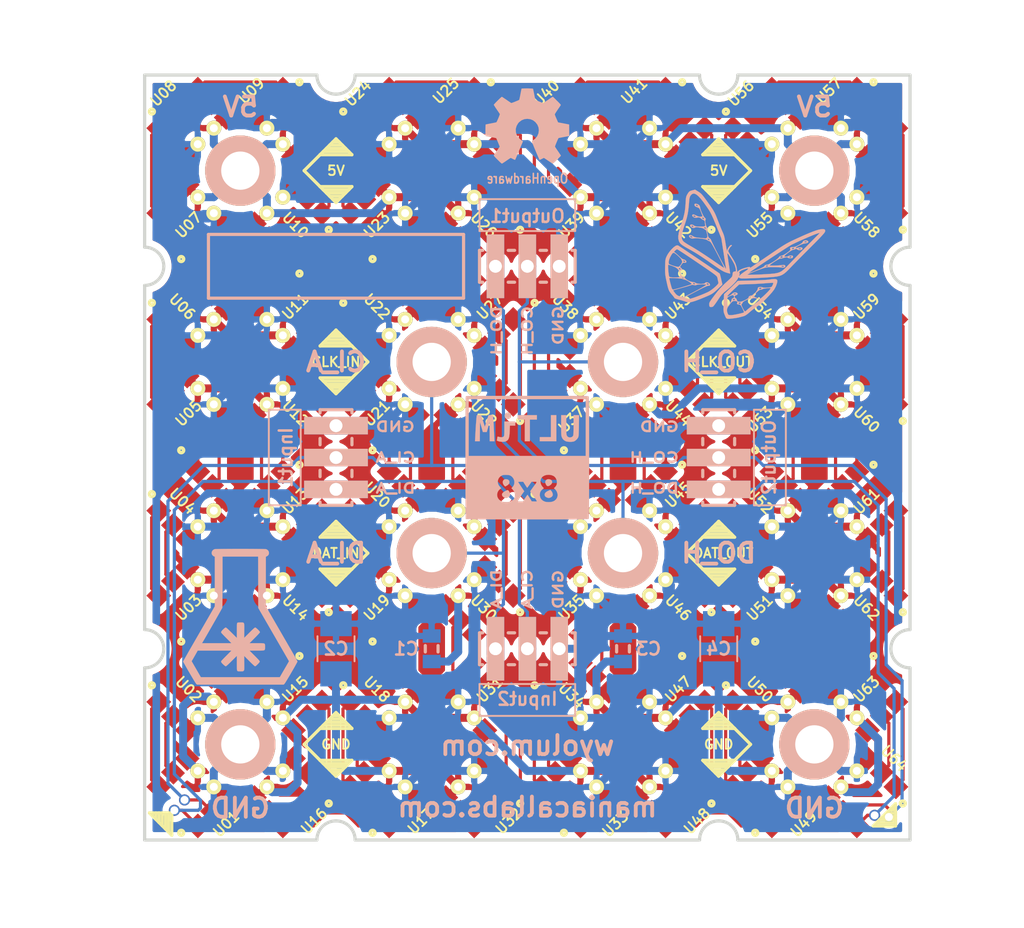
<source format=kicad_pcb>
(kicad_pcb (version 20160815) (host pcbnew 4.1.0-alpha+201609021633+7109~49~ubuntu16.04.1-product)
  (layers (0 Front signal hide) (31 Back signal hide) (34 B.Paste user) (35 F.Paste user) (36 B.SilkS user) (37 F.SilkS user) (38 B.Mask user) (39 F.Mask user) (44 Edge.Cuts user))
  (net 0 "")
  (net 1 /Row_A/DI_A)
  (net 2 /Row_H/DO_H)
  (net 3 GND)
  (net 4 /Row_A/5V)
  (net 5 /Row_A/CI_A)
  (net 6 /Row_H/CO_H)
  (net 7 /Row_A/CI_B)
  (net 8 /Row_A/DI_B)
  (net 9 /Row_B/CI_C)
  (net 10 /Row_B/DI_C)
  (net 11 /Row_C/CI_D)
  (net 12 /Row_C/DI_D)
  (net 13 /Row_D/CI_E)
  (net 14 /Row_D/DI_E)
  (net 15 /Row_E/CI_F)
  (net 16 /Row_E/DI_F)
  (net 17 /Row_F/CI_G)
  (net 18 /Row_F/DI_G)
  (net 19 /Row_G/CI_H)
  (net 20 /Row_G/DI_H)
  (net 21 "Net-(U01-Pad5)")
  (net 22 "Net-(U01-Pad6)")
  (net 23 "Net-(U02-Pad5)")
  (net 24 "Net-(U02-Pad6)")
  (net 25 "Net-(U03-Pad5)")
  (net 26 "Net-(U03-Pad6)")
  (net 27 "Net-(U04-Pad5)")
  (net 28 "Net-(U04-Pad6)")
  (net 29 "Net-(U05-Pad5)")
  (net 30 "Net-(U05-Pad6)")
  (net 31 "Net-(U06-Pad5)")
  (net 32 "Net-(U06-Pad6)")
  (net 33 "Net-(U07-Pad5)")
  (net 34 "Net-(U07-Pad6)")
  (net 35 "Net-(U09-Pad5)")
  (net 36 "Net-(U09-Pad6)")
  (net 37 "Net-(U10-Pad5)")
  (net 38 "Net-(U10-Pad6)")
  (net 39 "Net-(U11-Pad5)")
  (net 40 "Net-(U11-Pad6)")
  (net 41 "Net-(U12-Pad5)")
  (net 42 "Net-(U12-Pad6)")
  (net 43 "Net-(U13-Pad5)")
  (net 44 "Net-(U13-Pad6)")
  (net 45 "Net-(U14-Pad5)")
  (net 46 "Net-(U14-Pad6)")
  (net 47 "Net-(U15-Pad5)")
  (net 48 "Net-(U15-Pad6)")
  (net 49 "Net-(U17-Pad5)")
  (net 50 "Net-(U17-Pad6)")
  (net 51 "Net-(U18-Pad5)")
  (net 52 "Net-(U18-Pad6)")
  (net 53 "Net-(U19-Pad5)")
  (net 54 "Net-(U19-Pad6)")
  (net 55 "Net-(U20-Pad5)")
  (net 56 "Net-(U20-Pad6)")
  (net 57 "Net-(U21-Pad5)")
  (net 58 "Net-(U21-Pad6)")
  (net 59 "Net-(U22-Pad5)")
  (net 60 "Net-(U22-Pad6)")
  (net 61 "Net-(U23-Pad5)")
  (net 62 "Net-(U23-Pad6)")
  (net 63 "Net-(U25-Pad5)")
  (net 64 "Net-(U25-Pad6)")
  (net 65 "Net-(U26-Pad5)")
  (net 66 "Net-(U26-Pad6)")
  (net 67 "Net-(U27-Pad5)")
  (net 68 "Net-(U27-Pad6)")
  (net 69 "Net-(U28-Pad5)")
  (net 70 "Net-(U28-Pad6)")
  (net 71 "Net-(U29-Pad5)")
  (net 72 "Net-(U29-Pad6)")
  (net 73 "Net-(U30-Pad5)")
  (net 74 "Net-(U30-Pad6)")
  (net 75 "Net-(U31-Pad5)")
  (net 76 "Net-(U31-Pad6)")
  (net 77 "Net-(U33-Pad5)")
  (net 78 "Net-(U33-Pad6)")
  (net 79 "Net-(U34-Pad5)")
  (net 80 "Net-(U34-Pad6)")
  (net 81 "Net-(U35-Pad5)")
  (net 82 "Net-(U35-Pad6)")
  (net 83 "Net-(U36-Pad5)")
  (net 84 "Net-(U36-Pad6)")
  (net 85 "Net-(U37-Pad5)")
  (net 86 "Net-(U37-Pad6)")
  (net 87 "Net-(U38-Pad5)")
  (net 88 "Net-(U38-Pad6)")
  (net 89 "Net-(U39-Pad5)")
  (net 90 "Net-(U39-Pad6)")
  (net 91 "Net-(U41-Pad5)")
  (net 92 "Net-(U41-Pad6)")
  (net 93 "Net-(U42-Pad5)")
  (net 94 "Net-(U42-Pad6)")
  (net 95 "Net-(U43-Pad5)")
  (net 96 "Net-(U43-Pad6)")
  (net 97 "Net-(U44-Pad5)")
  (net 98 "Net-(U44-Pad6)")
  (net 99 "Net-(U45-Pad5)")
  (net 100 "Net-(U45-Pad6)")
  (net 101 "Net-(U46-Pad5)")
  (net 102 "Net-(U46-Pad6)")
  (net 103 "Net-(U47-Pad5)")
  (net 104 "Net-(U47-Pad6)")
  (net 105 "Net-(U49-Pad5)")
  (net 106 "Net-(U49-Pad6)")
  (net 107 "Net-(U50-Pad5)")
  (net 108 "Net-(U50-Pad6)")
  (net 109 "Net-(U51-Pad5)")
  (net 110 "Net-(U51-Pad6)")
  (net 111 "Net-(U52-Pad5)")
  (net 112 "Net-(U52-Pad6)")
  (net 113 "Net-(U53-Pad5)")
  (net 114 "Net-(U53-Pad6)")
  (net 115 "Net-(U54-Pad5)")
  (net 116 "Net-(U54-Pad6)")
  (net 117 "Net-(U55-Pad5)")
  (net 118 "Net-(U55-Pad6)")
  (net 119 "Net-(U57-Pad5)")
  (net 120 "Net-(U57-Pad6)")
  (net 121 "Net-(U58-Pad5)")
  (net 122 "Net-(U58-Pad6)")
  (net 123 "Net-(U59-Pad5)")
  (net 124 "Net-(U59-Pad6)")
  (net 125 "Net-(U60-Pad5)")
  (net 126 "Net-(U60-Pad6)")
  (net 127 "Net-(U61-Pad5)")
  (net 128 "Net-(U61-Pad6)")
  (net 129 "Net-(U62-Pad5)")
  (net 130 "Net-(U62-Pad6)")
  (net 131 "Net-(U63-Pad5)")
  (net 132 "Net-(U63-Pad6)")
  (module ultim8x8_libs:c_0805 (layer Back) (at 67.31 74.93 90)
    (fp_text reference C3 (at 0 2.032 180) (layer B.SilkS) (effects (font (size 1.016 1.016) (thickness 0.2032)) (justify mirror)))
    (fp_text value 100nF hide)
    (pad 1 smd rect (at 1.016 0 90) (size 1.0668 1.4224) (layers Back B.Paste B.Mask) (net 3 GND))
    (pad 2 smd rect (at -1.016 0 90) (size 1.0668 1.4224) (layers Back B.Paste B.Mask) (net 4 /Row_A/5V))
  )
  (module ultim8x8_libs:c_0805 (layer Back) (at 52.07 74.93 90)
    (fp_text reference C1 (at 0 -2.032 180) (layer B.SilkS) (effects (font (size 1.016 1.016) (thickness 0.2032)) (justify mirror)))
    (fp_text value 100nF hide)
    (pad 1 smd rect (at 1.016 0 90) (size 1.0668 1.4224) (layers Back B.Paste B.Mask) (net 3 GND))
    (pad 2 smd rect (at -1.016 0 90) (size 1.0668 1.4224) (layers Back B.Paste B.Mask) (net 4 /Row_A/5V))
  )
  (module ultim8x8_libs:logo_ultim8x8 (layer Back) (at 59.69 59.69 180)
    (fp_text reference L1 hide)
    (fp_text value ULTiM8x8 hide)
  )
  (module ultim8x8_libs:OSHW_6mm (layer Back) (at 59.69 33.274 180)
    (fp_text reference L2 hide)
    (fp_text value OSHW hide)
    (fp_text user OpenHardware (at 0 -4.191 180) (layer B.SilkS) (effects (font (size 0.762 0.6096) (thickness 0.127)) (justify mirror)))
  )
  (module ultim8x8_libs:logo_wyo_butterfly (layer Back) (at 75.946 44.45 180)
    (fp_text reference L3 hide)
    (fp_text value Wyolum hide)
  )
  (module ultim8x8_libs:logo_MLlabs (layer Back) (at 36.83 72.39 180)
    (fp_text reference L4 hide)
    (fp_text value "Maniacal Labs" hide)
  )
  (module ultim8x8_libs:Screw (layer Back) (at 82.55 82.55)
    (fp_text reference P12 hide)
    (fp_text value GND (at 0 5.08) (layer B.SilkS) (effects (font (thickness 0.3048)) (justify mirror)))
    (pad 1 thru_hole circle (at 0 0) (size 5.6 5.6) (drill 3.048) (layers *.Cu *.SilkS *.Mask) (net 3 GND))
  )
  (module ultim8x8_libs:Screw (layer Back) (at 82.55 36.83)
    (fp_text reference P11 hide)
    (fp_text value 5V (at 0 -5.08) (layer B.SilkS) (effects (font (thickness 0.3048)) (justify mirror)))
    (pad 1 thru_hole circle (at 0 0) (size 5.6 5.6) (drill 3.048) (layers *.Cu *.SilkS *.Mask) (net 4 /Row_A/5V))
  )
  (module ultim8x8_libs:Screw (layer Back) (at 67.31 67.31)
    (fp_text reference P10 hide)
    (fp_text value DO_H (at 7.62 0) (layer B.SilkS) (effects (font (thickness 0.3048)) (justify mirror)))
    (pad 1 thru_hole circle (at 0 0) (size 5.6 5.6) (drill 3.048) (layers *.Cu *.SilkS *.Mask) (net 2 /Row_H/DO_H))
  )
  (module ultim8x8_libs:Screw (layer Back) (at 52.07 67.31)
    (fp_text reference P9 hide)
    (fp_text value DI_A (at -7.62 0) (layer B.SilkS) (effects (font (thickness 0.3048)) (justify mirror)))
    (pad 1 thru_hole circle (at 0 0) (size 5.6 5.6) (drill 3.048) (layers *.Cu *.SilkS *.Mask) (net 1 /Row_A/DI_A))
  )
  (module ultim8x8_libs:Screw (layer Back) (at 36.83 36.83)
    (fp_text reference P3 hide)
    (fp_text value 5V (at 0 -5.08) (layer B.SilkS) (effects (font (thickness 0.3048)) (justify mirror)))
    (pad 1 thru_hole circle (at 0 0) (size 5.6 5.6) (drill 3.048) (layers *.Cu *.SilkS *.Mask) (net 4 /Row_A/5V))
  )
  (module ultim8x8_libs:Screw (layer Back) (at 36.83 82.55)
    (fp_text reference P4 hide)
    (fp_text value GND (at 0 5.08) (layer B.SilkS) (effects (font (thickness 0.3048)) (justify mirror)))
    (pad 1 thru_hole circle (at 0 0) (size 5.6 5.6) (drill 3.048) (layers *.Cu *.SilkS *.Mask) (net 3 GND))
  )
  (module ultim8x8_libs:Screw (layer Back) (at 52.07 52.07)
    (fp_text reference P7 hide)
    (fp_text value CI_A (at -7.62 0) (layer B.SilkS) (effects (font (thickness 0.3048)) (justify mirror)))
    (pad 1 thru_hole circle (at 0 0) (size 5.6 5.6) (drill 3.048) (layers *.Cu *.SilkS *.Mask) (net 5 /Row_A/CI_A))
  )
  (module ultim8x8_libs:Screw (layer Back) (at 67.31 52.07)
    (fp_text reference P8 hide)
    (fp_text value CO_H (at 7.62 0) (layer B.SilkS) (effects (font (thickness 0.3048)) (justify mirror)))
    (pad 1 thru_hole circle (at 0 0) (size 5.6 5.6) (drill 3.048) (layers *.Cu *.SilkS *.Mask) (net 6 /Row_H/CO_H))
  )
  (module ultim8x8_libs:header_3pos_th_male (layer Back) (at 74.93 59.69 270)
    (fp_text reference P6 hide)
    (fp_text value Output2 (at 0 -4 90) (layer B.SilkS) (effects (font (size 1.016 1.016) (thickness 0.2032)) (justify mirror)))
    (pad 1 thru_hole rect (at -2.54 0 270) (size 1.397 5.08) (drill 1.016) (layers Back B.SilkS B.Mask) (net 3 GND))
    (pad 2 thru_hole rect (at 0 0 270) (size 1.397 5.08) (drill 1.016) (layers Back B.SilkS B.Mask) (net 6 /Row_H/CO_H))
    (pad 3 thru_hole rect (at 2.54 0 270) (size 1.397 5.08) (drill 1.016) (layers Back B.SilkS B.Mask) (net 2 /Row_H/DO_H))
    (pad 1 thru_hole circle (at -2.54 0 270) (size 1.397 1.397) (drill 1.016) (layers *.Cu *.Mask B.SilkS) (net 3 GND))
    (pad 2 thru_hole circle (at 0 0 270) (size 1.397 1.397) (drill 1.016) (layers *.Cu *.Mask B.SilkS) (net 6 /Row_H/CO_H))
    (pad 3 thru_hole circle (at 2.54 0 270) (size 1.397 1.397) (drill 1.016) (layers *.Cu *.Mask B.SilkS) (net 2 /Row_H/DO_H))
  )
  (module ultim8x8_libs:header_3pos_th_male (layer Back) (at 59.69 74.93 180)
    (fp_text reference P5 hide)
    (fp_text value Input2 (at 0 -4) (layer B.SilkS) (effects (font (size 1.016 1.016) (thickness 0.2032)) (justify mirror)))
    (pad 1 thru_hole rect (at -2.54 0 180) (size 1.397 5.08) (drill 1.016) (layers Back B.SilkS B.Mask) (net 3 GND))
    (pad 2 thru_hole rect (at 0 0 180) (size 1.397 5.08) (drill 1.016) (layers Back B.SilkS B.Mask) (net 5 /Row_A/CI_A))
    (pad 3 thru_hole rect (at 2.54 0 180) (size 1.397 5.08) (drill 1.016) (layers Back B.SilkS B.Mask) (net 1 /Row_A/DI_A))
    (pad 1 thru_hole circle (at -2.54 0 180) (size 1.397 1.397) (drill 1.016) (layers *.Cu *.Mask B.SilkS) (net 3 GND))
    (pad 2 thru_hole circle (at 0 0 180) (size 1.397 1.397) (drill 1.016) (layers *.Cu *.Mask B.SilkS) (net 5 /Row_A/CI_A))
    (pad 3 thru_hole circle (at 2.54 0 180) (size 1.397 1.397) (drill 1.016) (layers *.Cu *.Mask B.SilkS) (net 1 /Row_A/DI_A))
  )
  (module ultim8x8_libs:header_3pos_th_male (layer Back) (at 59.69 44.45)
    (fp_text reference P2 hide)
    (fp_text value Output1 (at 0 -4 180) (layer B.SilkS) (effects (font (size 1.016 1.016) (thickness 0.2032)) (justify mirror)))
    (pad 1 thru_hole rect (at -2.54 0) (size 1.397 5.08) (drill 1.016) (layers Back B.SilkS B.Mask) (net 2 /Row_H/DO_H))
    (pad 2 thru_hole rect (at 0 0) (size 1.397 5.08) (drill 1.016) (layers Back B.SilkS B.Mask) (net 6 /Row_H/CO_H))
    (pad 3 thru_hole rect (at 2.54 0) (size 1.397 5.08) (drill 1.016) (layers Back B.SilkS B.Mask) (net 3 GND))
    (pad 1 thru_hole circle (at -2.54 0) (size 1.397 1.397) (drill 1.016) (layers *.Cu *.Mask B.SilkS) (net 2 /Row_H/DO_H))
    (pad 2 thru_hole circle (at 0 0) (size 1.397 1.397) (drill 1.016) (layers *.Cu *.Mask B.SilkS) (net 6 /Row_H/CO_H))
    (pad 3 thru_hole circle (at 2.54 0) (size 1.397 1.397) (drill 1.016) (layers *.Cu *.Mask B.SilkS) (net 3 GND))
  )
  (module ultim8x8_libs:header_3pos_th_male (layer Back) (at 44.45 59.69 90)
    (fp_text reference P1 hide)
    (fp_text value Input1 (at 0 -4 270) (layer B.SilkS) (effects (font (size 1.016 1.016) (thickness 0.2032)) (justify mirror)))
    (pad 1 thru_hole rect (at -2.54 0 90) (size 1.397 5.08) (drill 1.016) (layers Back B.SilkS B.Mask) (net 1 /Row_A/DI_A))
    (pad 2 thru_hole rect (at 0 0 90) (size 1.397 5.08) (drill 1.016) (layers Back B.SilkS B.Mask) (net 5 /Row_A/CI_A))
    (pad 3 thru_hole rect (at 2.54 0 90) (size 1.397 5.08) (drill 1.016) (layers Back B.SilkS B.Mask) (net 3 GND))
    (pad 1 thru_hole circle (at -2.54 0 90) (size 1.397 1.397) (drill 1.016) (layers *.Cu *.Mask B.SilkS) (net 1 /Row_A/DI_A))
    (pad 2 thru_hole circle (at 0 0 90) (size 1.397 1.397) (drill 1.016) (layers *.Cu *.Mask B.SilkS) (net 5 /Row_A/CI_A))
    (pad 3 thru_hole circle (at 2.54 0 90) (size 1.397 1.397) (drill 1.016) (layers *.Cu *.Mask B.SilkS) (net 3 GND))
  )
  (module ultim8x8_libs:C_1210_HandSoldering (layer Back) (at 44.45 74.93 90)
    (fp_text reference C2 (at 0 0 180) (layer B.SilkS) (effects (font (size 1.016 1.016) (thickness 0.2032)) (justify mirror)))
    (fp_text value "47uF 20V" hide)
    (pad 1 smd rect (at -2 0 90) (size 2 2.5) (layers Back B.Paste B.Mask) (net 4 /Row_A/5V))
    (pad 2 smd rect (at 2 0 90) (size 2 2.5) (layers Back B.Paste B.Mask) (net 3 GND))
  )
  (module ultim8x8_libs:C_1210_HandSoldering (layer Back) (at 74.93 74.93 90)
    (fp_text reference C4 (at 0 0 180) (layer B.SilkS) (effects (font (size 1.016 1.016) (thickness 0.2032)) (justify mirror)))
    (fp_text value "47uF 20V" hide)
    (pad 1 smd rect (at -2 0 90) (size 2 2.5) (layers Back B.Paste B.Mask) (net 4 /Row_A/5V))
    (pad 2 smd rect (at 2 0 90) (size 2 2.5) (layers Back B.Paste B.Mask) (net 3 GND))
  )
  (module ultim8x8_libs:APA102 (layer Front) (at 48.26 40.64 45)
    (fp_text reference U23 (at -0.763675 -0.014142 225) (layer F.SilkS) (effects (font (size 0.8 0.8))))
    (fp_text value APA102 hide)
    (pad 3 smd rect (at 1.6 2.2 135) (size 1.4 1.4) (layers Front F.Paste F.Mask) (net 3 GND) (clearance 0.1))
    (pad 4 smd rect (at 1.6 -2.2 135) (size 1.4 1.4) (layers Front F.Paste F.Mask) (net 4 /Row_A/5V) (clearance 0.1))
    (pad 5 smd rect (at 0 -2.2 135) (size 1.4 1.3) (layers Front F.Paste F.Mask) (net 61 "Net-(U23-Pad5)") (clearance 0.1))
    (pad 2 smd rect (at 0 2.2 135) (size 1.4 1.3) (layers Front F.Paste F.Mask) (net 59 "Net-(U22-Pad5)") (clearance 0.1))
    (pad 1 smd rect (at -1.6 2.2 135) (size 1.4 1.4) (layers Front F.Paste F.Mask) (net 60 "Net-(U22-Pad6)") (clearance 0.1))
    (pad 6 smd rect (at -1.6 -2.2 135) (size 1.4 1.4) (layers Front F.Paste F.Mask) (net 62 "Net-(U23-Pad6)") (clearance 0.1))
    (pad 3 thru_hole circle (at 1.5 0.9 45) (size 1.2 1.2) (drill 0.635) (layers *.Cu *.Mask F.SilkS) (net 3 GND))
    (pad 4 thru_hole circle (at 1.5 -0.9 45) (size 1.2 1.2) (drill 0.635) (layers *.Cu *.Mask F.SilkS) (net 4 /Row_A/5V))
  )
  (module ultim8x8_libs:APA102 (layer Front) (at 86.36 55.88 135)
    (fp_text reference U60 (at -0.806102 -0.311127 315) (layer F.SilkS) (effects (font (size 0.8 0.8))))
    (fp_text value APA102 hide)
    (pad 3 smd rect (at 1.6 2.2 225) (size 1.4 1.4) (layers Front F.Paste F.Mask) (net 3 GND) (clearance 0.1))
    (pad 4 smd rect (at 1.6 -2.2 225) (size 1.4 1.4) (layers Front F.Paste F.Mask) (net 4 /Row_A/5V) (clearance 0.1))
    (pad 5 smd rect (at 0 -2.2 225) (size 1.4 1.3) (layers Front F.Paste F.Mask) (net 125 "Net-(U60-Pad5)") (clearance 0.1))
    (pad 2 smd rect (at 0 2.2 225) (size 1.4 1.3) (layers Front F.Paste F.Mask) (net 123 "Net-(U59-Pad5)") (clearance 0.1))
    (pad 1 smd rect (at -1.6 2.2 225) (size 1.4 1.4) (layers Front F.Paste F.Mask) (net 124 "Net-(U59-Pad6)") (clearance 0.1))
    (pad 6 smd rect (at -1.6 -2.2 225) (size 1.4 1.4) (layers Front F.Paste F.Mask) (net 126 "Net-(U60-Pad6)") (clearance 0.1))
    (pad 3 thru_hole circle (at 1.5 0.9 135) (size 1.2 1.2) (drill 0.635) (layers *.Cu *.Mask F.SilkS) (net 3 GND))
    (pad 4 thru_hole circle (at 1.5 -0.9 135) (size 1.2 1.2) (drill 0.635) (layers *.Cu *.Mask F.SilkS) (net 4 /Row_A/5V))
  )
  (module ultim8x8_libs:APA102 (layer Front) (at 86.36 48.26 225)
    (fp_text reference U59 (at -0.66468 0.169706 45) (layer F.SilkS) (effects (font (size 0.8 0.8))))
    (fp_text value APA102 hide)
    (pad 3 smd rect (at 1.6 2.2 315) (size 1.4 1.4) (layers Front F.Paste F.Mask) (net 3 GND) (clearance 0.1))
    (pad 4 smd rect (at 1.6 -2.2 315) (size 1.4 1.4) (layers Front F.Paste F.Mask) (net 4 /Row_A/5V) (clearance 0.1))
    (pad 5 smd rect (at 0 -2.2 315) (size 1.4 1.3) (layers Front F.Paste F.Mask) (net 123 "Net-(U59-Pad5)") (clearance 0.1))
    (pad 2 smd rect (at 0 2.2 315) (size 1.4 1.3) (layers Front F.Paste F.Mask) (net 121 "Net-(U58-Pad5)") (clearance 0.1))
    (pad 1 smd rect (at -1.6 2.2 315) (size 1.4 1.4) (layers Front F.Paste F.Mask) (net 122 "Net-(U58-Pad6)") (clearance 0.1))
    (pad 6 smd rect (at -1.6 -2.2 315) (size 1.4 1.4) (layers Front F.Paste F.Mask) (net 124 "Net-(U59-Pad6)") (clearance 0.1))
    (pad 3 thru_hole circle (at 1.5 0.9 225) (size 1.2 1.2) (drill 0.635) (layers *.Cu *.Mask F.SilkS) (net 3 GND))
    (pad 4 thru_hole circle (at 1.5 -0.9 225) (size 1.2 1.2) (drill 0.635) (layers *.Cu *.Mask F.SilkS) (net 4 /Row_A/5V))
  )
  (module ultim8x8_libs:APA102 (layer Front) (at 78.74 48.26 315)
    (fp_text reference U54 (at -0.79196 -0.042426 135) (layer F.SilkS) (effects (font (size 0.8 0.8))))
    (fp_text value APA102 hide)
    (pad 3 smd rect (at 1.6 2.2 45) (size 1.4 1.4) (layers Front F.Paste F.Mask) (net 3 GND) (clearance 0.1))
    (pad 4 smd rect (at 1.6 -2.2 45) (size 1.4 1.4) (layers Front F.Paste F.Mask) (net 4 /Row_A/5V) (clearance 0.1))
    (pad 5 smd rect (at 0 -2.2 45) (size 1.4 1.3) (layers Front F.Paste F.Mask) (net 115 "Net-(U54-Pad5)") (clearance 0.1))
    (pad 2 smd rect (at 0 2.2 45) (size 1.4 1.3) (layers Front F.Paste F.Mask) (net 113 "Net-(U53-Pad5)") (clearance 0.1))
    (pad 1 smd rect (at -1.6 2.2 45) (size 1.4 1.4) (layers Front F.Paste F.Mask) (net 114 "Net-(U53-Pad6)") (clearance 0.1))
    (pad 6 smd rect (at -1.6 -2.2 45) (size 1.4 1.4) (layers Front F.Paste F.Mask) (net 116 "Net-(U54-Pad6)") (clearance 0.1))
    (pad 3 thru_hole circle (at 1.5 0.9 315) (size 1.2 1.2) (drill 0.635) (layers *.Cu *.Mask F.SilkS) (net 3 GND))
    (pad 4 thru_hole circle (at 1.5 -0.9 315) (size 1.2 1.2) (drill 0.635) (layers *.Cu *.Mask F.SilkS) (net 4 /Row_A/5V))
  )
  (module ultim8x8_libs:APA102 (layer Front) (at 78.74 55.88 45)
    (fp_text reference U53 (at -0.933381 0.183848 225) (layer F.SilkS) (effects (font (size 0.8 0.8))))
    (fp_text value APA102 hide)
    (pad 3 smd rect (at 1.6 2.2 135) (size 1.4 1.4) (layers Front F.Paste F.Mask) (net 3 GND) (clearance 0.1))
    (pad 4 smd rect (at 1.6 -2.2 135) (size 1.4 1.4) (layers Front F.Paste F.Mask) (net 4 /Row_A/5V) (clearance 0.1))
    (pad 5 smd rect (at 0 -2.2 135) (size 1.4 1.3) (layers Front F.Paste F.Mask) (net 113 "Net-(U53-Pad5)") (clearance 0.1))
    (pad 2 smd rect (at 0 2.2 135) (size 1.4 1.3) (layers Front F.Paste F.Mask) (net 111 "Net-(U52-Pad5)") (clearance 0.1))
    (pad 1 smd rect (at -1.6 2.2 135) (size 1.4 1.4) (layers Front F.Paste F.Mask) (net 112 "Net-(U52-Pad6)") (clearance 0.1))
    (pad 6 smd rect (at -1.6 -2.2 135) (size 1.4 1.4) (layers Front F.Paste F.Mask) (net 114 "Net-(U53-Pad6)") (clearance 0.1))
    (pad 3 thru_hole circle (at 1.5 0.9 45) (size 1.2 1.2) (drill 0.635) (layers *.Cu *.Mask F.SilkS) (net 3 GND))
    (pad 4 thru_hole circle (at 1.5 -0.9 45) (size 1.2 1.2) (drill 0.635) (layers *.Cu *.Mask F.SilkS) (net 4 /Row_A/5V))
  )
  (module ultim8x8_libs:APA102 (layer Front) (at 63.5 48.26 315)
    (fp_text reference U38 (at -0.975807 0.141421 135) (layer F.SilkS) (effects (font (size 0.8 0.8))))
    (fp_text value APA102 hide)
    (pad 3 smd rect (at 1.6 2.2 45) (size 1.4 1.4) (layers Front F.Paste F.Mask) (net 3 GND) (clearance 0.1))
    (pad 4 smd rect (at 1.6 -2.2 45) (size 1.4 1.4) (layers Front F.Paste F.Mask) (net 4 /Row_A/5V) (clearance 0.1))
    (pad 5 smd rect (at 0 -2.2 45) (size 1.4 1.3) (layers Front F.Paste F.Mask) (net 87 "Net-(U38-Pad5)") (clearance 0.1))
    (pad 2 smd rect (at 0 2.2 45) (size 1.4 1.3) (layers Front F.Paste F.Mask) (net 85 "Net-(U37-Pad5)") (clearance 0.1))
    (pad 1 smd rect (at -1.6 2.2 45) (size 1.4 1.4) (layers Front F.Paste F.Mask) (net 86 "Net-(U37-Pad6)") (clearance 0.1))
    (pad 6 smd rect (at -1.6 -2.2 45) (size 1.4 1.4) (layers Front F.Paste F.Mask) (net 88 "Net-(U38-Pad6)") (clearance 0.1))
    (pad 3 thru_hole circle (at 1.5 0.9 315) (size 1.2 1.2) (drill 0.635) (layers *.Cu *.Mask F.SilkS) (net 3 GND))
    (pad 4 thru_hole circle (at 1.5 -0.9 315) (size 1.2 1.2) (drill 0.635) (layers *.Cu *.Mask F.SilkS) (net 4 /Row_A/5V))
  )
  (module ultim8x8_libs:APA102 (layer Front) (at 48.26 71.12 45)
    (fp_text reference U19 (at -0.777817 0 225) (layer F.SilkS) (effects (font (size 0.8 0.8))))
    (fp_text value APA102 hide)
    (pad 3 smd rect (at 1.6 2.2 135) (size 1.4 1.4) (layers Front F.Paste F.Mask) (net 3 GND) (clearance 0.1))
    (pad 4 smd rect (at 1.6 -2.2 135) (size 1.4 1.4) (layers Front F.Paste F.Mask) (net 4 /Row_A/5V) (clearance 0.1))
    (pad 5 smd rect (at 0 -2.2 135) (size 1.4 1.3) (layers Front F.Paste F.Mask) (net 53 "Net-(U19-Pad5)") (clearance 0.1))
    (pad 2 smd rect (at 0 2.2 135) (size 1.4 1.3) (layers Front F.Paste F.Mask) (net 51 "Net-(U18-Pad5)") (clearance 0.1))
    (pad 1 smd rect (at -1.6 2.2 135) (size 1.4 1.4) (layers Front F.Paste F.Mask) (net 52 "Net-(U18-Pad6)") (clearance 0.1))
    (pad 6 smd rect (at -1.6 -2.2 135) (size 1.4 1.4) (layers Front F.Paste F.Mask) (net 54 "Net-(U19-Pad6)") (clearance 0.1))
    (pad 3 thru_hole circle (at 1.5 0.9 45) (size 1.2 1.2) (drill 0.635) (layers *.Cu *.Mask F.SilkS) (net 3 GND))
    (pad 4 thru_hole circle (at 1.5 -0.9 45) (size 1.2 1.2) (drill 0.635) (layers *.Cu *.Mask F.SilkS) (net 4 /Row_A/5V))
  )
  (module ultim8x8_libs:APA102 (layer Front) (at 40.64 55.88 135)
    (fp_text reference U12 (at -0.608112 0.19799 315) (layer F.SilkS) (effects (font (size 0.8 0.8))))
    (fp_text value APA102 hide)
    (pad 3 smd rect (at 1.6 2.2 225) (size 1.4 1.4) (layers Front F.Paste F.Mask) (net 3 GND) (clearance 0.1))
    (pad 4 smd rect (at 1.6 -2.2 225) (size 1.4 1.4) (layers Front F.Paste F.Mask) (net 4 /Row_A/5V) (clearance 0.1))
    (pad 5 smd rect (at 0 -2.2 225) (size 1.4 1.3) (layers Front F.Paste F.Mask) (net 41 "Net-(U12-Pad5)") (clearance 0.1))
    (pad 2 smd rect (at 0 2.2 225) (size 1.4 1.3) (layers Front F.Paste F.Mask) (net 39 "Net-(U11-Pad5)") (clearance 0.1))
    (pad 1 smd rect (at -1.6 2.2 225) (size 1.4 1.4) (layers Front F.Paste F.Mask) (net 40 "Net-(U11-Pad6)") (clearance 0.1))
    (pad 6 smd rect (at -1.6 -2.2 225) (size 1.4 1.4) (layers Front F.Paste F.Mask) (net 42 "Net-(U12-Pad6)") (clearance 0.1))
    (pad 3 thru_hole circle (at 1.5 0.9 135) (size 1.2 1.2) (drill 0.635) (layers *.Cu *.Mask F.SilkS) (net 3 GND))
    (pad 4 thru_hole circle (at 1.5 -0.9 135) (size 1.2 1.2) (drill 0.635) (layers *.Cu *.Mask F.SilkS) (net 4 /Row_A/5V))
  )
  (module ultim8x8_libs:APA102 (layer Front) (at 40.64 48.26 225)
    (fp_text reference U11 (at -0.820244 0.014142 45) (layer F.SilkS) (effects (font (size 0.8 0.8))))
    (fp_text value APA102 hide)
    (pad 3 smd rect (at 1.6 2.2 315) (size 1.4 1.4) (layers Front F.Paste F.Mask) (net 3 GND) (clearance 0.1))
    (pad 4 smd rect (at 1.6 -2.2 315) (size 1.4 1.4) (layers Front F.Paste F.Mask) (net 4 /Row_A/5V) (clearance 0.1))
    (pad 5 smd rect (at 0 -2.2 315) (size 1.4 1.3) (layers Front F.Paste F.Mask) (net 39 "Net-(U11-Pad5)") (clearance 0.1))
    (pad 2 smd rect (at 0 2.2 315) (size 1.4 1.3) (layers Front F.Paste F.Mask) (net 37 "Net-(U10-Pad5)") (clearance 0.1))
    (pad 1 smd rect (at -1.6 2.2 315) (size 1.4 1.4) (layers Front F.Paste F.Mask) (net 38 "Net-(U10-Pad6)") (clearance 0.1))
    (pad 6 smd rect (at -1.6 -2.2 315) (size 1.4 1.4) (layers Front F.Paste F.Mask) (net 40 "Net-(U11-Pad6)") (clearance 0.1))
    (pad 3 thru_hole circle (at 1.5 0.9 225) (size 1.2 1.2) (drill 0.635) (layers *.Cu *.Mask F.SilkS) (net 3 GND))
    (pad 4 thru_hole circle (at 1.5 -0.9 225) (size 1.2 1.2) (drill 0.635) (layers *.Cu *.Mask F.SilkS) (net 4 /Row_A/5V))
  )
  (module ultim8x8_libs:APA102 (layer Front) (at 33.02 48.26 315)
    (fp_text reference U06 (at -0.989949 0.155563 135) (layer F.SilkS) (effects (font (size 0.8 0.8))))
    (fp_text value APA102 hide)
    (pad 3 smd rect (at 1.6 2.2 45) (size 1.4 1.4) (layers Front F.Paste F.Mask) (net 3 GND) (clearance 0.1))
    (pad 4 smd rect (at 1.6 -2.2 45) (size 1.4 1.4) (layers Front F.Paste F.Mask) (net 4 /Row_A/5V) (clearance 0.1))
    (pad 5 smd rect (at 0 -2.2 45) (size 1.4 1.3) (layers Front F.Paste F.Mask) (net 31 "Net-(U06-Pad5)") (clearance 0.1))
    (pad 2 smd rect (at 0 2.2 45) (size 1.4 1.3) (layers Front F.Paste F.Mask) (net 29 "Net-(U05-Pad5)") (clearance 0.1))
    (pad 1 smd rect (at -1.6 2.2 45) (size 1.4 1.4) (layers Front F.Paste F.Mask) (net 30 "Net-(U05-Pad6)") (clearance 0.1))
    (pad 6 smd rect (at -1.6 -2.2 45) (size 1.4 1.4) (layers Front F.Paste F.Mask) (net 32 "Net-(U06-Pad6)") (clearance 0.1))
    (pad 3 thru_hole circle (at 1.5 0.9 315) (size 1.2 1.2) (drill 0.635) (layers *.Cu *.Mask F.SilkS) (net 3 GND))
    (pad 4 thru_hole circle (at 1.5 -0.9 315) (size 1.2 1.2) (drill 0.635) (layers *.Cu *.Mask F.SilkS) (net 4 /Row_A/5V))
  )
  (module ultim8x8_libs:APA102 (layer Front) (at 33.02 55.88 45)
    (fp_text reference U05 (at -0.424264 -0.014142 225) (layer F.SilkS) (effects (font (size 0.8 0.8))))
    (fp_text value APA102 hide)
    (pad 3 smd rect (at 1.6 2.2 135) (size 1.4 1.4) (layers Front F.Paste F.Mask) (net 3 GND) (clearance 0.1))
    (pad 4 smd rect (at 1.6 -2.2 135) (size 1.4 1.4) (layers Front F.Paste F.Mask) (net 4 /Row_A/5V) (clearance 0.1))
    (pad 5 smd rect (at 0 -2.2 135) (size 1.4 1.3) (layers Front F.Paste F.Mask) (net 29 "Net-(U05-Pad5)") (clearance 0.1))
    (pad 2 smd rect (at 0 2.2 135) (size 1.4 1.3) (layers Front F.Paste F.Mask) (net 27 "Net-(U04-Pad5)") (clearance 0.1))
    (pad 1 smd rect (at -1.6 2.2 135) (size 1.4 1.4) (layers Front F.Paste F.Mask) (net 28 "Net-(U04-Pad6)") (clearance 0.1))
    (pad 6 smd rect (at -1.6 -2.2 135) (size 1.4 1.4) (layers Front F.Paste F.Mask) (net 30 "Net-(U05-Pad6)") (clearance 0.1))
    (pad 3 thru_hole circle (at 1.5 0.9 45) (size 1.2 1.2) (drill 0.635) (layers *.Cu *.Mask F.SilkS) (net 3 GND))
    (pad 4 thru_hole circle (at 1.5 -0.9 45) (size 1.2 1.2) (drill 0.635) (layers *.Cu *.Mask F.SilkS) (net 4 /Row_A/5V))
  )
  (module ultim8x8_libs:APA102 (layer Front) (at 86.36 71.12 135)
    (fp_text reference U62 (at -0.636396 -0.141421 315) (layer F.SilkS) (effects (font (size 0.8 0.8))))
    (fp_text value APA102 hide)
    (pad 3 smd rect (at 1.6 2.2 225) (size 1.4 1.4) (layers Front F.Paste F.Mask) (net 3 GND) (clearance 0.1))
    (pad 4 smd rect (at 1.6 -2.2 225) (size 1.4 1.4) (layers Front F.Paste F.Mask) (net 4 /Row_A/5V) (clearance 0.1))
    (pad 5 smd rect (at 0 -2.2 225) (size 1.4 1.3) (layers Front F.Paste F.Mask) (net 129 "Net-(U62-Pad5)") (clearance 0.1))
    (pad 2 smd rect (at 0 2.2 225) (size 1.4 1.3) (layers Front F.Paste F.Mask) (net 127 "Net-(U61-Pad5)") (clearance 0.1))
    (pad 1 smd rect (at -1.6 2.2 225) (size 1.4 1.4) (layers Front F.Paste F.Mask) (net 128 "Net-(U61-Pad6)") (clearance 0.1))
    (pad 6 smd rect (at -1.6 -2.2 225) (size 1.4 1.4) (layers Front F.Paste F.Mask) (net 130 "Net-(U62-Pad6)") (clearance 0.1))
    (pad 3 thru_hole circle (at 1.5 0.9 135) (size 1.2 1.2) (drill 0.635) (layers *.Cu *.Mask F.SilkS) (net 3 GND))
    (pad 4 thru_hole circle (at 1.5 -0.9 135) (size 1.2 1.2) (drill 0.635) (layers *.Cu *.Mask F.SilkS) (net 4 /Row_A/5V))
  )
  (module ultim8x8_libs:APA102 (layer Front) (at 86.36 63.5 225)
    (fp_text reference U61 (at -0.480833 -0.014142 45) (layer F.SilkS) (effects (font (size 0.8 0.8))))
    (fp_text value APA102 hide)
    (pad 3 smd rect (at 1.6 2.2 315) (size 1.4 1.4) (layers Front F.Paste F.Mask) (net 3 GND) (clearance 0.1))
    (pad 4 smd rect (at 1.6 -2.2 315) (size 1.4 1.4) (layers Front F.Paste F.Mask) (net 4 /Row_A/5V) (clearance 0.1))
    (pad 5 smd rect (at 0 -2.2 315) (size 1.4 1.3) (layers Front F.Paste F.Mask) (net 127 "Net-(U61-Pad5)") (clearance 0.1))
    (pad 2 smd rect (at 0 2.2 315) (size 1.4 1.3) (layers Front F.Paste F.Mask) (net 125 "Net-(U60-Pad5)") (clearance 0.1))
    (pad 1 smd rect (at -1.6 2.2 315) (size 1.4 1.4) (layers Front F.Paste F.Mask) (net 126 "Net-(U60-Pad6)") (clearance 0.1))
    (pad 6 smd rect (at -1.6 -2.2 315) (size 1.4 1.4) (layers Front F.Paste F.Mask) (net 128 "Net-(U61-Pad6)") (clearance 0.1))
    (pad 3 thru_hole circle (at 1.5 0.9 225) (size 1.2 1.2) (drill 0.635) (layers *.Cu *.Mask F.SilkS) (net 3 GND))
    (pad 4 thru_hole circle (at 1.5 -0.9 225) (size 1.2 1.2) (drill 0.635) (layers *.Cu *.Mask F.SilkS) (net 4 /Row_A/5V))
  )
  (module ultim8x8_libs:APA102 (layer Front) (at 86.36 40.64 135)
    (fp_text reference U58 (at -0.622254 -0.127279 315) (layer F.SilkS) (effects (font (size 0.8 0.8))))
    (fp_text value APA102 hide)
    (pad 3 smd rect (at 1.6 2.2 225) (size 1.4 1.4) (layers Front F.Paste F.Mask) (net 3 GND) (clearance 0.1))
    (pad 4 smd rect (at 1.6 -2.2 225) (size 1.4 1.4) (layers Front F.Paste F.Mask) (net 4 /Row_A/5V) (clearance 0.1))
    (pad 5 smd rect (at 0 -2.2 225) (size 1.4 1.3) (layers Front F.Paste F.Mask) (net 121 "Net-(U58-Pad5)") (clearance 0.1))
    (pad 2 smd rect (at 0 2.2 225) (size 1.4 1.3) (layers Front F.Paste F.Mask) (net 119 "Net-(U57-Pad5)") (clearance 0.1))
    (pad 1 smd rect (at -1.6 2.2 225) (size 1.4 1.4) (layers Front F.Paste F.Mask) (net 120 "Net-(U57-Pad6)") (clearance 0.1))
    (pad 6 smd rect (at -1.6 -2.2 225) (size 1.4 1.4) (layers Front F.Paste F.Mask) (net 122 "Net-(U58-Pad6)") (clearance 0.1))
    (pad 3 thru_hole circle (at 1.5 0.9 135) (size 1.2 1.2) (drill 0.635) (layers *.Cu *.Mask F.SilkS) (net 3 GND))
    (pad 4 thru_hole circle (at 1.5 -0.9 135) (size 1.2 1.2) (drill 0.635) (layers *.Cu *.Mask F.SilkS) (net 4 /Row_A/5V))
  )
  (module ultim8x8_libs:APA102 (layer Front) (at 86.36 33.02 225)
    (fp_text reference U57 (at 0.077782 3.669884 45) (layer F.SilkS) (effects (font (size 0.8 0.8))))
    (fp_text value APA102 hide)
    (pad 3 smd rect (at 1.6 2.2 315) (size 1.4 1.4) (layers Front F.Paste F.Mask) (net 3 GND) (clearance 0.1))
    (pad 4 smd rect (at 1.6 -2.2 315) (size 1.4 1.4) (layers Front F.Paste F.Mask) (net 4 /Row_A/5V) (clearance 0.1))
    (pad 5 smd rect (at 0 -2.2 315) (size 1.4 1.3) (layers Front F.Paste F.Mask) (net 119 "Net-(U57-Pad5)") (clearance 0.1))
    (pad 2 smd rect (at 0 2.2 315) (size 1.4 1.3) (layers Front F.Paste F.Mask) (net 19 /Row_G/CI_H) (clearance 0.1))
    (pad 1 smd rect (at -1.6 2.2 315) (size 1.4 1.4) (layers Front F.Paste F.Mask) (net 20 /Row_G/DI_H) (clearance 0.1))
    (pad 6 smd rect (at -1.6 -2.2 315) (size 1.4 1.4) (layers Front F.Paste F.Mask) (net 120 "Net-(U57-Pad6)") (clearance 0.1))
    (pad 3 thru_hole circle (at 1.5 0.9 225) (size 1.2 1.2) (drill 0.635) (layers *.Cu *.Mask F.SilkS) (net 3 GND))
    (pad 4 thru_hole circle (at 1.5 -0.9 225) (size 1.2 1.2) (drill 0.635) (layers *.Cu *.Mask F.SilkS) (net 4 /Row_A/5V))
  )
  (module ultim8x8_libs:APA102 (layer Front) (at 78.74 33.02 315)
    (fp_text reference U56 (at -3.097128 -0.226274 225) (layer F.SilkS) (effects (font (size 0.8 0.8))))
    (fp_text value APA102 hide)
    (pad 3 smd rect (at 1.6 2.2 45) (size 1.4 1.4) (layers Front F.Paste F.Mask) (net 3 GND) (clearance 0.1))
    (pad 4 smd rect (at 1.6 -2.2 45) (size 1.4 1.4) (layers Front F.Paste F.Mask) (net 4 /Row_A/5V) (clearance 0.1))
    (pad 5 smd rect (at 0 -2.2 45) (size 1.4 1.3) (layers Front F.Paste F.Mask) (net 19 /Row_G/CI_H) (clearance 0.1))
    (pad 2 smd rect (at 0 2.2 45) (size 1.4 1.3) (layers Front F.Paste F.Mask) (net 117 "Net-(U55-Pad5)") (clearance 0.1))
    (pad 1 smd rect (at -1.6 2.2 45) (size 1.4 1.4) (layers Front F.Paste F.Mask) (net 118 "Net-(U55-Pad6)") (clearance 0.1))
    (pad 6 smd rect (at -1.6 -2.2 45) (size 1.4 1.4) (layers Front F.Paste F.Mask) (net 20 /Row_G/DI_H) (clearance 0.1))
    (pad 3 thru_hole circle (at 1.5 0.9 315) (size 1.2 1.2) (drill 0.635) (layers *.Cu *.Mask F.SilkS) (net 3 GND))
    (pad 4 thru_hole circle (at 1.5 -0.9 315) (size 1.2 1.2) (drill 0.635) (layers *.Cu *.Mask F.SilkS) (net 4 /Row_A/5V))
  )
  (module ultim8x8_libs:APA102 (layer Front) (at 78.74 40.64 45)
    (fp_text reference U55 (at -0.749533 0 225) (layer F.SilkS) (effects (font (size 0.8 0.8))))
    (fp_text value APA102 hide)
    (pad 3 smd rect (at 1.6 2.2 135) (size 1.4 1.4) (layers Front F.Paste F.Mask) (net 3 GND) (clearance 0.1))
    (pad 4 smd rect (at 1.6 -2.2 135) (size 1.4 1.4) (layers Front F.Paste F.Mask) (net 4 /Row_A/5V) (clearance 0.1))
    (pad 5 smd rect (at 0 -2.2 135) (size 1.4 1.3) (layers Front F.Paste F.Mask) (net 117 "Net-(U55-Pad5)") (clearance 0.1))
    (pad 2 smd rect (at 0 2.2 135) (size 1.4 1.3) (layers Front F.Paste F.Mask) (net 115 "Net-(U54-Pad5)") (clearance 0.1))
    (pad 1 smd rect (at -1.6 2.2 135) (size 1.4 1.4) (layers Front F.Paste F.Mask) (net 116 "Net-(U54-Pad6)") (clearance 0.1))
    (pad 6 smd rect (at -1.6 -2.2 135) (size 1.4 1.4) (layers Front F.Paste F.Mask) (net 118 "Net-(U55-Pad6)") (clearance 0.1))
    (pad 3 thru_hole circle (at 1.5 0.9 45) (size 1.2 1.2) (drill 0.635) (layers *.Cu *.Mask F.SilkS) (net 3 GND))
    (pad 4 thru_hole circle (at 1.5 -0.9 45) (size 1.2 1.2) (drill 0.635) (layers *.Cu *.Mask F.SilkS) (net 4 /Row_A/5V))
  )
  (module ultim8x8_libs:APA102 (layer Front) (at 78.74 63.5 315)
    (fp_text reference U52 (at -0.608112 0.141421 135) (layer F.SilkS) (effects (font (size 0.8 0.8))))
    (fp_text value APA102 hide)
    (pad 3 smd rect (at 1.6 2.2 45) (size 1.4 1.4) (layers Front F.Paste F.Mask) (net 3 GND) (clearance 0.1))
    (pad 4 smd rect (at 1.6 -2.2 45) (size 1.4 1.4) (layers Front F.Paste F.Mask) (net 4 /Row_A/5V) (clearance 0.1))
    (pad 5 smd rect (at 0 -2.2 45) (size 1.4 1.3) (layers Front F.Paste F.Mask) (net 111 "Net-(U52-Pad5)") (clearance 0.1))
    (pad 2 smd rect (at 0 2.2 45) (size 1.4 1.3) (layers Front F.Paste F.Mask) (net 109 "Net-(U51-Pad5)") (clearance 0.1))
    (pad 1 smd rect (at -1.6 2.2 45) (size 1.4 1.4) (layers Front F.Paste F.Mask) (net 110 "Net-(U51-Pad6)") (clearance 0.1))
    (pad 6 smd rect (at -1.6 -2.2 45) (size 1.4 1.4) (layers Front F.Paste F.Mask) (net 112 "Net-(U52-Pad6)") (clearance 0.1))
    (pad 3 thru_hole circle (at 1.5 0.9 315) (size 1.2 1.2) (drill 0.635) (layers *.Cu *.Mask F.SilkS) (net 3 GND))
    (pad 4 thru_hole circle (at 1.5 -0.9 315) (size 1.2 1.2) (drill 0.635) (layers *.Cu *.Mask F.SilkS) (net 4 /Row_A/5V))
  )
  (module ultim8x8_libs:APA102 (layer Front) (at 78.74 71.12 45)
    (fp_text reference U51 (at -0.763675 0.014142 225) (layer F.SilkS) (effects (font (size 0.8 0.8))))
    (fp_text value APA102 hide)
    (pad 3 smd rect (at 1.6 2.2 135) (size 1.4 1.4) (layers Front F.Paste F.Mask) (net 3 GND) (clearance 0.1))
    (pad 4 smd rect (at 1.6 -2.2 135) (size 1.4 1.4) (layers Front F.Paste F.Mask) (net 4 /Row_A/5V) (clearance 0.1))
    (pad 5 smd rect (at 0 -2.2 135) (size 1.4 1.3) (layers Front F.Paste F.Mask) (net 109 "Net-(U51-Pad5)") (clearance 0.1))
    (pad 2 smd rect (at 0 2.2 135) (size 1.4 1.3) (layers Front F.Paste F.Mask) (net 107 "Net-(U50-Pad5)") (clearance 0.1))
    (pad 1 smd rect (at -1.6 2.2 135) (size 1.4 1.4) (layers Front F.Paste F.Mask) (net 108 "Net-(U50-Pad6)") (clearance 0.1))
    (pad 6 smd rect (at -1.6 -2.2 135) (size 1.4 1.4) (layers Front F.Paste F.Mask) (net 110 "Net-(U51-Pad6)") (clearance 0.1))
    (pad 3 thru_hole circle (at 1.5 0.9 45) (size 1.2 1.2) (drill 0.635) (layers *.Cu *.Mask F.SilkS) (net 3 GND))
    (pad 4 thru_hole circle (at 1.5 -0.9 45) (size 1.2 1.2) (drill 0.635) (layers *.Cu *.Mask F.SilkS) (net 4 /Row_A/5V))
  )
  (module ultim8x8_libs:APA102 (layer Front) (at 78.74 78.74 315)
    (fp_text reference U50 (at -0.777817 -0.028284 135) (layer F.SilkS) (effects (font (size 0.8 0.8))))
    (fp_text value APA102 hide)
    (pad 3 smd rect (at 1.6 2.2 45) (size 1.4 1.4) (layers Front F.Paste F.Mask) (net 3 GND) (clearance 0.1))
    (pad 4 smd rect (at 1.6 -2.2 45) (size 1.4 1.4) (layers Front F.Paste F.Mask) (net 4 /Row_A/5V) (clearance 0.1))
    (pad 5 smd rect (at 0 -2.2 45) (size 1.4 1.3) (layers Front F.Paste F.Mask) (net 107 "Net-(U50-Pad5)") (clearance 0.1))
    (pad 2 smd rect (at 0 2.2 45) (size 1.4 1.3) (layers Front F.Paste F.Mask) (net 105 "Net-(U49-Pad5)") (clearance 0.1))
    (pad 1 smd rect (at -1.6 2.2 45) (size 1.4 1.4) (layers Front F.Paste F.Mask) (net 106 "Net-(U49-Pad6)") (clearance 0.1))
    (pad 6 smd rect (at -1.6 -2.2 45) (size 1.4 1.4) (layers Front F.Paste F.Mask) (net 108 "Net-(U50-Pad6)") (clearance 0.1))
    (pad 3 thru_hole circle (at 1.5 0.9 315) (size 1.2 1.2) (drill 0.635) (layers *.Cu *.Mask F.SilkS) (net 3 GND))
    (pad 4 thru_hole circle (at 1.5 -0.9 315) (size 1.2 1.2) (drill 0.635) (layers *.Cu *.Mask F.SilkS) (net 4 /Row_A/5V))
  )
  (module ultim8x8_libs:APA102 (layer Front) (at 71.12 78.74 225)
    (fp_text reference U47 (at -0.820244 -0.014142 45) (layer F.SilkS) (effects (font (size 0.8 0.8))))
    (fp_text value APA102 hide)
    (pad 3 smd rect (at 1.6 2.2 315) (size 1.4 1.4) (layers Front F.Paste F.Mask) (net 3 GND) (clearance 0.1))
    (pad 4 smd rect (at 1.6 -2.2 315) (size 1.4 1.4) (layers Front F.Paste F.Mask) (net 4 /Row_A/5V) (clearance 0.1))
    (pad 5 smd rect (at 0 -2.2 315) (size 1.4 1.3) (layers Front F.Paste F.Mask) (net 103 "Net-(U47-Pad5)") (clearance 0.1))
    (pad 2 smd rect (at 0 2.2 315) (size 1.4 1.3) (layers Front F.Paste F.Mask) (net 101 "Net-(U46-Pad5)") (clearance 0.1))
    (pad 1 smd rect (at -1.6 2.2 315) (size 1.4 1.4) (layers Front F.Paste F.Mask) (net 102 "Net-(U46-Pad6)") (clearance 0.1))
    (pad 6 smd rect (at -1.6 -2.2 315) (size 1.4 1.4) (layers Front F.Paste F.Mask) (net 104 "Net-(U47-Pad6)") (clearance 0.1))
    (pad 3 thru_hole circle (at 1.5 0.9 225) (size 1.2 1.2) (drill 0.635) (layers *.Cu *.Mask F.SilkS) (net 3 GND))
    (pad 4 thru_hole circle (at 1.5 -0.9 225) (size 1.2 1.2) (drill 0.635) (layers *.Cu *.Mask F.SilkS) (net 4 /Row_A/5V))
  )
  (module ultim8x8_libs:APA102 (layer Front) (at 71.12 71.12 135)
    (fp_text reference U46 (at -0.806102 0.028284 315) (layer F.SilkS) (effects (font (size 0.8 0.8))))
    (fp_text value APA102 hide)
    (pad 3 smd rect (at 1.6 2.2 225) (size 1.4 1.4) (layers Front F.Paste F.Mask) (net 3 GND) (clearance 0.1))
    (pad 4 smd rect (at 1.6 -2.2 225) (size 1.4 1.4) (layers Front F.Paste F.Mask) (net 4 /Row_A/5V) (clearance 0.1))
    (pad 5 smd rect (at 0 -2.2 225) (size 1.4 1.3) (layers Front F.Paste F.Mask) (net 101 "Net-(U46-Pad5)") (clearance 0.1))
    (pad 2 smd rect (at 0 2.2 225) (size 1.4 1.3) (layers Front F.Paste F.Mask) (net 99 "Net-(U45-Pad5)") (clearance 0.1))
    (pad 1 smd rect (at -1.6 2.2 225) (size 1.4 1.4) (layers Front F.Paste F.Mask) (net 100 "Net-(U45-Pad6)") (clearance 0.1))
    (pad 6 smd rect (at -1.6 -2.2 225) (size 1.4 1.4) (layers Front F.Paste F.Mask) (net 102 "Net-(U46-Pad6)") (clearance 0.1))
    (pad 3 thru_hole circle (at 1.5 0.9 135) (size 1.2 1.2) (drill 0.635) (layers *.Cu *.Mask F.SilkS) (net 3 GND))
    (pad 4 thru_hole circle (at 1.5 -0.9 135) (size 1.2 1.2) (drill 0.635) (layers *.Cu *.Mask F.SilkS) (net 4 /Row_A/5V))
  )
  (module ultim8x8_libs:APA102 (layer Front) (at 71.12 63.5 225)
    (fp_text reference U45 (at -1.004092 0.169706 45) (layer F.SilkS) (effects (font (size 0.8 0.8))))
    (fp_text value APA102 hide)
    (pad 3 smd rect (at 1.6 2.2 315) (size 1.4 1.4) (layers Front F.Paste F.Mask) (net 3 GND) (clearance 0.1))
    (pad 4 smd rect (at 1.6 -2.2 315) (size 1.4 1.4) (layers Front F.Paste F.Mask) (net 4 /Row_A/5V) (clearance 0.1))
    (pad 5 smd rect (at 0 -2.2 315) (size 1.4 1.3) (layers Front F.Paste F.Mask) (net 99 "Net-(U45-Pad5)") (clearance 0.1))
    (pad 2 smd rect (at 0 2.2 315) (size 1.4 1.3) (layers Front F.Paste F.Mask) (net 97 "Net-(U44-Pad5)") (clearance 0.1))
    (pad 1 smd rect (at -1.6 2.2 315) (size 1.4 1.4) (layers Front F.Paste F.Mask) (net 98 "Net-(U44-Pad6)") (clearance 0.1))
    (pad 6 smd rect (at -1.6 -2.2 315) (size 1.4 1.4) (layers Front F.Paste F.Mask) (net 100 "Net-(U45-Pad6)") (clearance 0.1))
    (pad 3 thru_hole circle (at 1.5 0.9 225) (size 1.2 1.2) (drill 0.635) (layers *.Cu *.Mask F.SilkS) (net 3 GND))
    (pad 4 thru_hole circle (at 1.5 -0.9 225) (size 1.2 1.2) (drill 0.635) (layers *.Cu *.Mask F.SilkS) (net 4 /Row_A/5V))
  )
  (module ultim8x8_libs:APA102 (layer Front) (at 71.12 55.88 135)
    (fp_text reference U44 (at -0.622254 0.212132 315) (layer F.SilkS) (effects (font (size 0.8 0.8))))
    (fp_text value APA102 hide)
    (pad 3 smd rect (at 1.6 2.2 225) (size 1.4 1.4) (layers Front F.Paste F.Mask) (net 3 GND) (clearance 0.1))
    (pad 4 smd rect (at 1.6 -2.2 225) (size 1.4 1.4) (layers Front F.Paste F.Mask) (net 4 /Row_A/5V) (clearance 0.1))
    (pad 5 smd rect (at 0 -2.2 225) (size 1.4 1.3) (layers Front F.Paste F.Mask) (net 97 "Net-(U44-Pad5)") (clearance 0.1))
    (pad 2 smd rect (at 0 2.2 225) (size 1.4 1.3) (layers Front F.Paste F.Mask) (net 95 "Net-(U43-Pad5)") (clearance 0.1))
    (pad 1 smd rect (at -1.6 2.2 225) (size 1.4 1.4) (layers Front F.Paste F.Mask) (net 96 "Net-(U43-Pad6)") (clearance 0.1))
    (pad 6 smd rect (at -1.6 -2.2 225) (size 1.4 1.4) (layers Front F.Paste F.Mask) (net 98 "Net-(U44-Pad6)") (clearance 0.1))
    (pad 3 thru_hole circle (at 1.5 0.9 135) (size 1.2 1.2) (drill 0.635) (layers *.Cu *.Mask F.SilkS) (net 3 GND))
    (pad 4 thru_hole circle (at 1.5 -0.9 135) (size 1.2 1.2) (drill 0.635) (layers *.Cu *.Mask F.SilkS) (net 4 /Row_A/5V))
  )
  (module ultim8x8_libs:APA102 (layer Front) (at 71.12 40.64 135)
    (fp_text reference U42 (at -0.79196 0.042426 315) (layer F.SilkS) (effects (font (size 0.8 0.8))))
    (fp_text value APA102 hide)
    (pad 3 smd rect (at 1.6 2.2 225) (size 1.4 1.4) (layers Front F.Paste F.Mask) (net 3 GND) (clearance 0.1))
    (pad 4 smd rect (at 1.6 -2.2 225) (size 1.4 1.4) (layers Front F.Paste F.Mask) (net 4 /Row_A/5V) (clearance 0.1))
    (pad 5 smd rect (at 0 -2.2 225) (size 1.4 1.3) (layers Front F.Paste F.Mask) (net 93 "Net-(U42-Pad5)") (clearance 0.1))
    (pad 2 smd rect (at 0 2.2 225) (size 1.4 1.3) (layers Front F.Paste F.Mask) (net 91 "Net-(U41-Pad5)") (clearance 0.1))
    (pad 1 smd rect (at -1.6 2.2 225) (size 1.4 1.4) (layers Front F.Paste F.Mask) (net 92 "Net-(U41-Pad6)") (clearance 0.1))
    (pad 6 smd rect (at -1.6 -2.2 225) (size 1.4 1.4) (layers Front F.Paste F.Mask) (net 94 "Net-(U42-Pad6)") (clearance 0.1))
    (pad 3 thru_hole circle (at 1.5 0.9 135) (size 1.2 1.2) (drill 0.635) (layers *.Cu *.Mask F.SilkS) (net 3 GND))
    (pad 4 thru_hole circle (at 1.5 -0.9 135) (size 1.2 1.2) (drill 0.635) (layers *.Cu *.Mask F.SilkS) (net 4 /Row_A/5V))
  )
  (module ultim8x8_libs:APA102 (layer Front) (at 71.12 33.02 225)
    (fp_text reference U41 (at 0.26163 3.853732 45) (layer F.SilkS) (effects (font (size 0.8 0.8))))
    (fp_text value APA102 hide)
    (pad 3 smd rect (at 1.6 2.2 315) (size 1.4 1.4) (layers Front F.Paste F.Mask) (net 3 GND) (clearance 0.1))
    (pad 4 smd rect (at 1.6 -2.2 315) (size 1.4 1.4) (layers Front F.Paste F.Mask) (net 4 /Row_A/5V) (clearance 0.1))
    (pad 5 smd rect (at 0 -2.2 315) (size 1.4 1.3) (layers Front F.Paste F.Mask) (net 91 "Net-(U41-Pad5)") (clearance 0.1))
    (pad 2 smd rect (at 0 2.2 315) (size 1.4 1.3) (layers Front F.Paste F.Mask) (net 15 /Row_E/CI_F) (clearance 0.1))
    (pad 1 smd rect (at -1.6 2.2 315) (size 1.4 1.4) (layers Front F.Paste F.Mask) (net 16 /Row_E/DI_F) (clearance 0.1))
    (pad 6 smd rect (at -1.6 -2.2 315) (size 1.4 1.4) (layers Front F.Paste F.Mask) (net 92 "Net-(U41-Pad6)") (clearance 0.1))
    (pad 3 thru_hole circle (at 1.5 0.9 225) (size 1.2 1.2) (drill 0.635) (layers *.Cu *.Mask F.SilkS) (net 3 GND))
    (pad 4 thru_hole circle (at 1.5 -0.9 225) (size 1.2 1.2) (drill 0.635) (layers *.Cu *.Mask F.SilkS) (net 4 /Row_A/5V))
  )
  (module ultim8x8_libs:APA102 (layer Front) (at 63.5 33.02 315)
    (fp_text reference U40 (at -3.280975 -0.042426 225) (layer F.SilkS) (effects (font (size 0.8 0.8))))
    (fp_text value APA102 hide)
    (pad 3 smd rect (at 1.6 2.2 45) (size 1.4 1.4) (layers Front F.Paste F.Mask) (net 3 GND) (clearance 0.1))
    (pad 4 smd rect (at 1.6 -2.2 45) (size 1.4 1.4) (layers Front F.Paste F.Mask) (net 4 /Row_A/5V) (clearance 0.1))
    (pad 5 smd rect (at 0 -2.2 45) (size 1.4 1.3) (layers Front F.Paste F.Mask) (net 15 /Row_E/CI_F) (clearance 0.1))
    (pad 2 smd rect (at 0 2.2 45) (size 1.4 1.3) (layers Front F.Paste F.Mask) (net 89 "Net-(U39-Pad5)") (clearance 0.1))
    (pad 1 smd rect (at -1.6 2.2 45) (size 1.4 1.4) (layers Front F.Paste F.Mask) (net 90 "Net-(U39-Pad6)") (clearance 0.1))
    (pad 6 smd rect (at -1.6 -2.2 45) (size 1.4 1.4) (layers Front F.Paste F.Mask) (net 16 /Row_E/DI_F) (clearance 0.1))
    (pad 3 thru_hole circle (at 1.5 0.9 315) (size 1.2 1.2) (drill 0.635) (layers *.Cu *.Mask F.SilkS) (net 3 GND))
    (pad 4 thru_hole circle (at 1.5 -0.9 315) (size 1.2 1.2) (drill 0.635) (layers *.Cu *.Mask F.SilkS) (net 4 /Row_A/5V))
  )
  (module ultim8x8_libs:APA102 (layer Front) (at 63.5 40.64 45)
    (fp_text reference U39 (at -0.579828 0.169706 225) (layer F.SilkS) (effects (font (size 0.8 0.8))))
    (fp_text value APA102 hide)
    (pad 3 smd rect (at 1.6 2.2 135) (size 1.4 1.4) (layers Front F.Paste F.Mask) (net 3 GND) (clearance 0.1))
    (pad 4 smd rect (at 1.6 -2.2 135) (size 1.4 1.4) (layers Front F.Paste F.Mask) (net 4 /Row_A/5V) (clearance 0.1))
    (pad 5 smd rect (at 0 -2.2 135) (size 1.4 1.3) (layers Front F.Paste F.Mask) (net 89 "Net-(U39-Pad5)") (clearance 0.1))
    (pad 2 smd rect (at 0 2.2 135) (size 1.4 1.3) (layers Front F.Paste F.Mask) (net 87 "Net-(U38-Pad5)") (clearance 0.1))
    (pad 1 smd rect (at -1.6 2.2 135) (size 1.4 1.4) (layers Front F.Paste F.Mask) (net 88 "Net-(U38-Pad6)") (clearance 0.1))
    (pad 6 smd rect (at -1.6 -2.2 135) (size 1.4 1.4) (layers Front F.Paste F.Mask) (net 90 "Net-(U39-Pad6)") (clearance 0.1))
    (pad 3 thru_hole circle (at 1.5 0.9 45) (size 1.2 1.2) (drill 0.635) (layers *.Cu *.Mask F.SilkS) (net 3 GND))
    (pad 4 thru_hole circle (at 1.5 -0.9 45) (size 1.2 1.2) (drill 0.635) (layers *.Cu *.Mask F.SilkS) (net 4 /Row_A/5V))
  )
  (module ultim8x8_libs:APA102 (layer Front) (at 63.5 55.88 45)
    (fp_text reference U37 (at -0.763675 0.353553 225) (layer F.SilkS) (effects (font (size 0.8 0.8))))
    (fp_text value APA102 hide)
    (pad 3 smd rect (at 1.6 2.2 135) (size 1.4 1.4) (layers Front F.Paste F.Mask) (net 3 GND) (clearance 0.1))
    (pad 4 smd rect (at 1.6 -2.2 135) (size 1.4 1.4) (layers Front F.Paste F.Mask) (net 4 /Row_A/5V) (clearance 0.1))
    (pad 5 smd rect (at 0 -2.2 135) (size 1.4 1.3) (layers Front F.Paste F.Mask) (net 85 "Net-(U37-Pad5)") (clearance 0.1))
    (pad 2 smd rect (at 0 2.2 135) (size 1.4 1.3) (layers Front F.Paste F.Mask) (net 83 "Net-(U36-Pad5)") (clearance 0.1))
    (pad 1 smd rect (at -1.6 2.2 135) (size 1.4 1.4) (layers Front F.Paste F.Mask) (net 84 "Net-(U36-Pad6)") (clearance 0.1))
    (pad 6 smd rect (at -1.6 -2.2 135) (size 1.4 1.4) (layers Front F.Paste F.Mask) (net 86 "Net-(U37-Pad6)") (clearance 0.1))
    (pad 3 thru_hole circle (at 1.5 0.9 45) (size 1.2 1.2) (drill 0.635) (layers *.Cu *.Mask F.SilkS) (net 3 GND))
    (pad 4 thru_hole circle (at 1.5 -0.9 45) (size 1.2 1.2) (drill 0.635) (layers *.Cu *.Mask F.SilkS) (net 4 /Row_A/5V))
  )
  (module ultim8x8_libs:APA102 (layer Front) (at 63.5 63.5 315)
    (fp_text reference U36 (at -0.438406 -0.028284 135) (layer F.SilkS) (effects (font (size 0.8 0.8))))
    (fp_text value APA102 hide)
    (pad 3 smd rect (at 1.6 2.2 45) (size 1.4 1.4) (layers Front F.Paste F.Mask) (net 3 GND) (clearance 0.1))
    (pad 4 smd rect (at 1.6 -2.2 45) (size 1.4 1.4) (layers Front F.Paste F.Mask) (net 4 /Row_A/5V) (clearance 0.1))
    (pad 5 smd rect (at 0 -2.2 45) (size 1.4 1.3) (layers Front F.Paste F.Mask) (net 83 "Net-(U36-Pad5)") (clearance 0.1))
    (pad 2 smd rect (at 0 2.2 45) (size 1.4 1.3) (layers Front F.Paste F.Mask) (net 81 "Net-(U35-Pad5)") (clearance 0.1))
    (pad 1 smd rect (at -1.6 2.2 45) (size 1.4 1.4) (layers Front F.Paste F.Mask) (net 82 "Net-(U35-Pad6)") (clearance 0.1))
    (pad 6 smd rect (at -1.6 -2.2 45) (size 1.4 1.4) (layers Front F.Paste F.Mask) (net 84 "Net-(U36-Pad6)") (clearance 0.1))
    (pad 3 thru_hole circle (at 1.5 0.9 315) (size 1.2 1.2) (drill 0.635) (layers *.Cu *.Mask F.SilkS) (net 3 GND))
    (pad 4 thru_hole circle (at 1.5 -0.9 315) (size 1.2 1.2) (drill 0.635) (layers *.Cu *.Mask F.SilkS) (net 4 /Row_A/5V))
  )
  (module ultim8x8_libs:APA102 (layer Front) (at 63.5 71.12 45)
    (fp_text reference U35 (at -0.59397 0.183848 225) (layer F.SilkS) (effects (font (size 0.8 0.8))))
    (fp_text value APA102 hide)
    (pad 3 smd rect (at 1.6 2.2 135) (size 1.4 1.4) (layers Front F.Paste F.Mask) (net 3 GND) (clearance 0.1))
    (pad 4 smd rect (at 1.6 -2.2 135) (size 1.4 1.4) (layers Front F.Paste F.Mask) (net 4 /Row_A/5V) (clearance 0.1))
    (pad 5 smd rect (at 0 -2.2 135) (size 1.4 1.3) (layers Front F.Paste F.Mask) (net 81 "Net-(U35-Pad5)") (clearance 0.1))
    (pad 2 smd rect (at 0 2.2 135) (size 1.4 1.3) (layers Front F.Paste F.Mask) (net 79 "Net-(U34-Pad5)") (clearance 0.1))
    (pad 1 smd rect (at -1.6 2.2 135) (size 1.4 1.4) (layers Front F.Paste F.Mask) (net 80 "Net-(U34-Pad6)") (clearance 0.1))
    (pad 6 smd rect (at -1.6 -2.2 135) (size 1.4 1.4) (layers Front F.Paste F.Mask) (net 82 "Net-(U35-Pad6)") (clearance 0.1))
    (pad 3 thru_hole circle (at 1.5 0.9 45) (size 1.2 1.2) (drill 0.635) (layers *.Cu *.Mask F.SilkS) (net 3 GND))
    (pad 4 thru_hole circle (at 1.5 -0.9 45) (size 1.2 1.2) (drill 0.635) (layers *.Cu *.Mask F.SilkS) (net 4 /Row_A/5V))
  )
  (module ultim8x8_libs:APA102 (layer Front) (at 63.5 78.74 315)
    (fp_text reference U34 (at -0.254558 0.155563 135) (layer F.SilkS) (effects (font (size 0.8 0.8))))
    (fp_text value APA102 hide)
    (pad 3 smd rect (at 1.6 2.2 45) (size 1.4 1.4) (layers Front F.Paste F.Mask) (net 3 GND) (clearance 0.1))
    (pad 4 smd rect (at 1.6 -2.2 45) (size 1.4 1.4) (layers Front F.Paste F.Mask) (net 4 /Row_A/5V) (clearance 0.1))
    (pad 5 smd rect (at 0 -2.2 45) (size 1.4 1.3) (layers Front F.Paste F.Mask) (net 79 "Net-(U34-Pad5)") (clearance 0.1))
    (pad 2 smd rect (at 0 2.2 45) (size 1.4 1.3) (layers Front F.Paste F.Mask) (net 77 "Net-(U33-Pad5)") (clearance 0.1))
    (pad 1 smd rect (at -1.6 2.2 45) (size 1.4 1.4) (layers Front F.Paste F.Mask) (net 78 "Net-(U33-Pad6)") (clearance 0.1))
    (pad 6 smd rect (at -1.6 -2.2 45) (size 1.4 1.4) (layers Front F.Paste F.Mask) (net 80 "Net-(U34-Pad6)") (clearance 0.1))
    (pad 3 thru_hole circle (at 1.5 0.9 315) (size 1.2 1.2) (drill 0.635) (layers *.Cu *.Mask F.SilkS) (net 3 GND))
    (pad 4 thru_hole circle (at 1.5 -0.9 315) (size 1.2 1.2) (drill 0.635) (layers *.Cu *.Mask F.SilkS) (net 4 /Row_A/5V))
  )
  (module ultim8x8_libs:APA102 (layer Front) (at 55.88 78.74 225)
    (fp_text reference U31 (at -0.989949 -0.183848 45) (layer F.SilkS) (effects (font (size 0.8 0.8))))
    (fp_text value APA102 hide)
    (pad 3 smd rect (at 1.6 2.2 315) (size 1.4 1.4) (layers Front F.Paste F.Mask) (net 3 GND) (clearance 0.1))
    (pad 4 smd rect (at 1.6 -2.2 315) (size 1.4 1.4) (layers Front F.Paste F.Mask) (net 4 /Row_A/5V) (clearance 0.1))
    (pad 5 smd rect (at 0 -2.2 315) (size 1.4 1.3) (layers Front F.Paste F.Mask) (net 75 "Net-(U31-Pad5)") (clearance 0.1))
    (pad 2 smd rect (at 0 2.2 315) (size 1.4 1.3) (layers Front F.Paste F.Mask) (net 73 "Net-(U30-Pad5)") (clearance 0.1))
    (pad 1 smd rect (at -1.6 2.2 315) (size 1.4 1.4) (layers Front F.Paste F.Mask) (net 74 "Net-(U30-Pad6)") (clearance 0.1))
    (pad 6 smd rect (at -1.6 -2.2 315) (size 1.4 1.4) (layers Front F.Paste F.Mask) (net 76 "Net-(U31-Pad6)") (clearance 0.1))
    (pad 3 thru_hole circle (at 1.5 0.9 225) (size 1.2 1.2) (drill 0.635) (layers *.Cu *.Mask F.SilkS) (net 3 GND))
    (pad 4 thru_hole circle (at 1.5 -0.9 225) (size 1.2 1.2) (drill 0.635) (layers *.Cu *.Mask F.SilkS) (net 4 /Row_A/5V))
  )
  (module ultim8x8_libs:APA102 (layer Front) (at 55.88 71.12 135)
    (fp_text reference U30 (at -0.622254 -0.155563 315) (layer F.SilkS) (effects (font (size 0.8 0.8))))
    (fp_text value APA102 hide)
    (pad 3 smd rect (at 1.6 2.2 225) (size 1.4 1.4) (layers Front F.Paste F.Mask) (net 3 GND) (clearance 0.1))
    (pad 4 smd rect (at 1.6 -2.2 225) (size 1.4 1.4) (layers Front F.Paste F.Mask) (net 4 /Row_A/5V) (clearance 0.1))
    (pad 5 smd rect (at 0 -2.2 225) (size 1.4 1.3) (layers Front F.Paste F.Mask) (net 73 "Net-(U30-Pad5)") (clearance 0.1))
    (pad 2 smd rect (at 0 2.2 225) (size 1.4 1.3) (layers Front F.Paste F.Mask) (net 71 "Net-(U29-Pad5)") (clearance 0.1))
    (pad 1 smd rect (at -1.6 2.2 225) (size 1.4 1.4) (layers Front F.Paste F.Mask) (net 72 "Net-(U29-Pad6)") (clearance 0.1))
    (pad 6 smd rect (at -1.6 -2.2 225) (size 1.4 1.4) (layers Front F.Paste F.Mask) (net 74 "Net-(U30-Pad6)") (clearance 0.1))
    (pad 3 thru_hole circle (at 1.5 0.9 135) (size 1.2 1.2) (drill 0.635) (layers *.Cu *.Mask F.SilkS) (net 3 GND))
    (pad 4 thru_hole circle (at 1.5 -0.9 135) (size 1.2 1.2) (drill 0.635) (layers *.Cu *.Mask F.SilkS) (net 4 /Row_A/5V))
  )
  (module ultim8x8_libs:APA102 (layer Front) (at 55.88 63.5 225)
    (fp_text reference U29 (at -0.820244 0.353553 45) (layer F.SilkS) (effects (font (size 0.8 0.8))))
    (fp_text value APA102 hide)
    (pad 3 smd rect (at 1.6 2.2 315) (size 1.4 1.4) (layers Front F.Paste F.Mask) (net 3 GND) (clearance 0.1))
    (pad 4 smd rect (at 1.6 -2.2 315) (size 1.4 1.4) (layers Front F.Paste F.Mask) (net 4 /Row_A/5V) (clearance 0.1))
    (pad 5 smd rect (at 0 -2.2 315) (size 1.4 1.3) (layers Front F.Paste F.Mask) (net 71 "Net-(U29-Pad5)") (clearance 0.1))
    (pad 2 smd rect (at 0 2.2 315) (size 1.4 1.3) (layers Front F.Paste F.Mask) (net 69 "Net-(U28-Pad5)") (clearance 0.1))
    (pad 1 smd rect (at -1.6 2.2 315) (size 1.4 1.4) (layers Front F.Paste F.Mask) (net 70 "Net-(U28-Pad6)") (clearance 0.1))
    (pad 6 smd rect (at -1.6 -2.2 315) (size 1.4 1.4) (layers Front F.Paste F.Mask) (net 72 "Net-(U29-Pad6)") (clearance 0.1))
    (pad 3 thru_hole circle (at 1.5 0.9 225) (size 1.2 1.2) (drill 0.635) (layers *.Cu *.Mask F.SilkS) (net 3 GND))
    (pad 4 thru_hole circle (at 1.5 -0.9 225) (size 1.2 1.2) (drill 0.635) (layers *.Cu *.Mask F.SilkS) (net 4 /Row_A/5V))
  )
  (module ultim8x8_libs:APA102 (layer Front) (at 55.88 55.88 135)
    (fp_text reference U28 (at -0.438406 0.028284 315) (layer F.SilkS) (effects (font (size 0.8 0.8))))
    (fp_text value APA102 hide)
    (pad 3 smd rect (at 1.6 2.2 225) (size 1.4 1.4) (layers Front F.Paste F.Mask) (net 3 GND) (clearance 0.1))
    (pad 4 smd rect (at 1.6 -2.2 225) (size 1.4 1.4) (layers Front F.Paste F.Mask) (net 4 /Row_A/5V) (clearance 0.1))
    (pad 5 smd rect (at 0 -2.2 225) (size 1.4 1.3) (layers Front F.Paste F.Mask) (net 69 "Net-(U28-Pad5)") (clearance 0.1))
    (pad 2 smd rect (at 0 2.2 225) (size 1.4 1.3) (layers Front F.Paste F.Mask) (net 67 "Net-(U27-Pad5)") (clearance 0.1))
    (pad 1 smd rect (at -1.6 2.2 225) (size 1.4 1.4) (layers Front F.Paste F.Mask) (net 68 "Net-(U27-Pad6)") (clearance 0.1))
    (pad 6 smd rect (at -1.6 -2.2 225) (size 1.4 1.4) (layers Front F.Paste F.Mask) (net 70 "Net-(U28-Pad6)") (clearance 0.1))
    (pad 3 thru_hole circle (at 1.5 0.9 135) (size 1.2 1.2) (drill 0.635) (layers *.Cu *.Mask F.SilkS) (net 3 GND))
    (pad 4 thru_hole circle (at 1.5 -0.9 135) (size 1.2 1.2) (drill 0.635) (layers *.Cu *.Mask F.SilkS) (net 4 /Row_A/5V))
  )
  (module ultim8x8_libs:APA102 (layer Front) (at 55.88 48.26 225)
    (fp_text reference U27 (at -1.004092 -0.169706 45) (layer F.SilkS) (effects (font (size 0.8 0.8))))
    (fp_text value APA102 hide)
    (pad 3 smd rect (at 1.6 2.2 315) (size 1.4 1.4) (layers Front F.Paste F.Mask) (net 3 GND) (clearance 0.1))
    (pad 4 smd rect (at 1.6 -2.2 315) (size 1.4 1.4) (layers Front F.Paste F.Mask) (net 4 /Row_A/5V) (clearance 0.1))
    (pad 5 smd rect (at 0 -2.2 315) (size 1.4 1.3) (layers Front F.Paste F.Mask) (net 67 "Net-(U27-Pad5)") (clearance 0.1))
    (pad 2 smd rect (at 0 2.2 315) (size 1.4 1.3) (layers Front F.Paste F.Mask) (net 65 "Net-(U26-Pad5)") (clearance 0.1))
    (pad 1 smd rect (at -1.6 2.2 315) (size 1.4 1.4) (layers Front F.Paste F.Mask) (net 66 "Net-(U26-Pad6)") (clearance 0.1))
    (pad 6 smd rect (at -1.6 -2.2 315) (size 1.4 1.4) (layers Front F.Paste F.Mask) (net 68 "Net-(U27-Pad6)") (clearance 0.1))
    (pad 3 thru_hole circle (at 1.5 0.9 225) (size 1.2 1.2) (drill 0.635) (layers *.Cu *.Mask F.SilkS) (net 3 GND))
    (pad 4 thru_hole circle (at 1.5 -0.9 225) (size 1.2 1.2) (drill 0.635) (layers *.Cu *.Mask F.SilkS) (net 4 /Row_A/5V))
  )
  (module ultim8x8_libs:APA102 (layer Front) (at 55.88 40.64 135)
    (fp_text reference U26 (at -0.608112 -0.141421 315) (layer F.SilkS) (effects (font (size 0.8 0.8))))
    (fp_text value APA102 hide)
    (pad 3 smd rect (at 1.6 2.2 225) (size 1.4 1.4) (layers Front F.Paste F.Mask) (net 3 GND) (clearance 0.1))
    (pad 4 smd rect (at 1.6 -2.2 225) (size 1.4 1.4) (layers Front F.Paste F.Mask) (net 4 /Row_A/5V) (clearance 0.1))
    (pad 5 smd rect (at 0 -2.2 225) (size 1.4 1.3) (layers Front F.Paste F.Mask) (net 65 "Net-(U26-Pad5)") (clearance 0.1))
    (pad 2 smd rect (at 0 2.2 225) (size 1.4 1.3) (layers Front F.Paste F.Mask) (net 63 "Net-(U25-Pad5)") (clearance 0.1))
    (pad 1 smd rect (at -1.6 2.2 225) (size 1.4 1.4) (layers Front F.Paste F.Mask) (net 64 "Net-(U25-Pad6)") (clearance 0.1))
    (pad 6 smd rect (at -1.6 -2.2 225) (size 1.4 1.4) (layers Front F.Paste F.Mask) (net 66 "Net-(U26-Pad6)") (clearance 0.1))
    (pad 3 thru_hole circle (at 1.5 0.9 135) (size 1.2 1.2) (drill 0.635) (layers *.Cu *.Mask F.SilkS) (net 3 GND))
    (pad 4 thru_hole circle (at 1.5 -0.9 135) (size 1.2 1.2) (drill 0.635) (layers *.Cu *.Mask F.SilkS) (net 4 /Row_A/5V))
  )
  (module ultim8x8_libs:APA102 (layer Front) (at 55.88 33.02 225)
    (fp_text reference U25 (at 0.091924 3.684026 45) (layer F.SilkS) (effects (font (size 0.8 0.8))))
    (fp_text value APA102 hide)
    (pad 3 smd rect (at 1.6 2.2 315) (size 1.4 1.4) (layers Front F.Paste F.Mask) (net 3 GND) (clearance 0.1))
    (pad 4 smd rect (at 1.6 -2.2 315) (size 1.4 1.4) (layers Front F.Paste F.Mask) (net 4 /Row_A/5V) (clearance 0.1))
    (pad 5 smd rect (at 0 -2.2 315) (size 1.4 1.3) (layers Front F.Paste F.Mask) (net 63 "Net-(U25-Pad5)") (clearance 0.1))
    (pad 2 smd rect (at 0 2.2 315) (size 1.4 1.3) (layers Front F.Paste F.Mask) (net 11 /Row_C/CI_D) (clearance 0.1))
    (pad 1 smd rect (at -1.6 2.2 315) (size 1.4 1.4) (layers Front F.Paste F.Mask) (net 12 /Row_C/DI_D) (clearance 0.1))
    (pad 6 smd rect (at -1.6 -2.2 315) (size 1.4 1.4) (layers Front F.Paste F.Mask) (net 64 "Net-(U25-Pad6)") (clearance 0.1))
    (pad 3 thru_hole circle (at 1.5 0.9 225) (size 1.2 1.2) (drill 0.635) (layers *.Cu *.Mask F.SilkS) (net 3 GND))
    (pad 4 thru_hole circle (at 1.5 -0.9 225) (size 1.2 1.2) (drill 0.635) (layers *.Cu *.Mask F.SilkS) (net 4 /Row_A/5V))
  )
  (module ultim8x8_libs:APA102 (layer Front) (at 48.26 33.02 315)
    (fp_text reference U24 (at -3.11127 -0.212132 225) (layer F.SilkS) (effects (font (size 0.8 0.8))))
    (fp_text value APA102 hide)
    (pad 3 smd rect (at 1.6 2.2 45) (size 1.4 1.4) (layers Front F.Paste F.Mask) (net 3 GND) (clearance 0.1))
    (pad 4 smd rect (at 1.6 -2.2 45) (size 1.4 1.4) (layers Front F.Paste F.Mask) (net 4 /Row_A/5V) (clearance 0.1))
    (pad 5 smd rect (at 0 -2.2 45) (size 1.4 1.3) (layers Front F.Paste F.Mask) (net 11 /Row_C/CI_D) (clearance 0.1))
    (pad 2 smd rect (at 0 2.2 45) (size 1.4 1.3) (layers Front F.Paste F.Mask) (net 61 "Net-(U23-Pad5)") (clearance 0.1))
    (pad 1 smd rect (at -1.6 2.2 45) (size 1.4 1.4) (layers Front F.Paste F.Mask) (net 62 "Net-(U23-Pad6)") (clearance 0.1))
    (pad 6 smd rect (at -1.6 -2.2 45) (size 1.4 1.4) (layers Front F.Paste F.Mask) (net 12 /Row_C/DI_D) (clearance 0.1))
    (pad 3 thru_hole circle (at 1.5 0.9 315) (size 1.2 1.2) (drill 0.635) (layers *.Cu *.Mask F.SilkS) (net 3 GND))
    (pad 4 thru_hole circle (at 1.5 -0.9 315) (size 1.2 1.2) (drill 0.635) (layers *.Cu *.Mask F.SilkS) (net 4 /Row_A/5V))
  )
  (module ultim8x8_libs:APA102 (layer Front) (at 48.26 48.26 315)
    (fp_text reference U22 (at -0.806102 -0.028284 135) (layer F.SilkS) (effects (font (size 0.8 0.8))))
    (fp_text value APA102 hide)
    (pad 3 smd rect (at 1.6 2.2 45) (size 1.4 1.4) (layers Front F.Paste F.Mask) (net 3 GND) (clearance 0.1))
    (pad 4 smd rect (at 1.6 -2.2 45) (size 1.4 1.4) (layers Front F.Paste F.Mask) (net 4 /Row_A/5V) (clearance 0.1))
    (pad 5 smd rect (at 0 -2.2 45) (size 1.4 1.3) (layers Front F.Paste F.Mask) (net 59 "Net-(U22-Pad5)") (clearance 0.1))
    (pad 2 smd rect (at 0 2.2 45) (size 1.4 1.3) (layers Front F.Paste F.Mask) (net 57 "Net-(U21-Pad5)") (clearance 0.1))
    (pad 1 smd rect (at -1.6 2.2 45) (size 1.4 1.4) (layers Front F.Paste F.Mask) (net 58 "Net-(U21-Pad6)") (clearance 0.1))
    (pad 6 smd rect (at -1.6 -2.2 45) (size 1.4 1.4) (layers Front F.Paste F.Mask) (net 60 "Net-(U22-Pad6)") (clearance 0.1))
    (pad 3 thru_hole circle (at 1.5 0.9 315) (size 1.2 1.2) (drill 0.635) (layers *.Cu *.Mask F.SilkS) (net 3 GND))
    (pad 4 thru_hole circle (at 1.5 -0.9 315) (size 1.2 1.2) (drill 0.635) (layers *.Cu *.Mask F.SilkS) (net 4 /Row_A/5V))
  )
  (module ultim8x8_libs:APA102 (layer Front) (at 48.26 55.88 45)
    (fp_text reference U21 (at -0.59397 -0.183848 225) (layer F.SilkS) (effects (font (size 0.8 0.8))))
    (fp_text value APA102 hide)
    (pad 3 smd rect (at 1.6 2.2 135) (size 1.4 1.4) (layers Front F.Paste F.Mask) (net 3 GND) (clearance 0.1))
    (pad 4 smd rect (at 1.6 -2.2 135) (size 1.4 1.4) (layers Front F.Paste F.Mask) (net 4 /Row_A/5V) (clearance 0.1))
    (pad 5 smd rect (at 0 -2.2 135) (size 1.4 1.3) (layers Front F.Paste F.Mask) (net 57 "Net-(U21-Pad5)") (clearance 0.1))
    (pad 2 smd rect (at 0 2.2 135) (size 1.4 1.3) (layers Front F.Paste F.Mask) (net 55 "Net-(U20-Pad5)") (clearance 0.1))
    (pad 1 smd rect (at -1.6 2.2 135) (size 1.4 1.4) (layers Front F.Paste F.Mask) (net 56 "Net-(U20-Pad6)") (clearance 0.1))
    (pad 6 smd rect (at -1.6 -2.2 135) (size 1.4 1.4) (layers Front F.Paste F.Mask) (net 58 "Net-(U21-Pad6)") (clearance 0.1))
    (pad 3 thru_hole circle (at 1.5 0.9 45) (size 1.2 1.2) (drill 0.635) (layers *.Cu *.Mask F.SilkS) (net 3 GND))
    (pad 4 thru_hole circle (at 1.5 -0.9 45) (size 1.2 1.2) (drill 0.635) (layers *.Cu *.Mask F.SilkS) (net 4 /Row_A/5V))
  )
  (module ultim8x8_libs:APA102 (layer Front) (at 48.26 63.5 315)
    (fp_text reference U20 (at -0.975807 -0.19799 135) (layer F.SilkS) (effects (font (size 0.8 0.8))))
    (fp_text value APA102 hide)
    (pad 3 smd rect (at 1.6 2.2 45) (size 1.4 1.4) (layers Front F.Paste F.Mask) (net 3 GND) (clearance 0.1))
    (pad 4 smd rect (at 1.6 -2.2 45) (size 1.4 1.4) (layers Front F.Paste F.Mask) (net 4 /Row_A/5V) (clearance 0.1))
    (pad 5 smd rect (at 0 -2.2 45) (size 1.4 1.3) (layers Front F.Paste F.Mask) (net 55 "Net-(U20-Pad5)") (clearance 0.1))
    (pad 2 smd rect (at 0 2.2 45) (size 1.4 1.3) (layers Front F.Paste F.Mask) (net 53 "Net-(U19-Pad5)") (clearance 0.1))
    (pad 1 smd rect (at -1.6 2.2 45) (size 1.4 1.4) (layers Front F.Paste F.Mask) (net 54 "Net-(U19-Pad6)") (clearance 0.1))
    (pad 6 smd rect (at -1.6 -2.2 45) (size 1.4 1.4) (layers Front F.Paste F.Mask) (net 56 "Net-(U20-Pad6)") (clearance 0.1))
    (pad 3 thru_hole circle (at 1.5 0.9 315) (size 1.2 1.2) (drill 0.635) (layers *.Cu *.Mask F.SilkS) (net 3 GND))
    (pad 4 thru_hole circle (at 1.5 -0.9 315) (size 1.2 1.2) (drill 0.635) (layers *.Cu *.Mask F.SilkS) (net 4 /Row_A/5V))
  )
  (module ultim8x8_libs:APA102 (layer Front) (at 48.26 78.74 315)
    (fp_text reference U18 (at -0.79196 -0.014142 135) (layer F.SilkS) (effects (font (size 0.8 0.8))))
    (fp_text value APA102 hide)
    (pad 3 smd rect (at 1.6 2.2 45) (size 1.4 1.4) (layers Front F.Paste F.Mask) (net 3 GND) (clearance 0.1))
    (pad 4 smd rect (at 1.6 -2.2 45) (size 1.4 1.4) (layers Front F.Paste F.Mask) (net 4 /Row_A/5V) (clearance 0.1))
    (pad 5 smd rect (at 0 -2.2 45) (size 1.4 1.3) (layers Front F.Paste F.Mask) (net 51 "Net-(U18-Pad5)") (clearance 0.1))
    (pad 2 smd rect (at 0 2.2 45) (size 1.4 1.3) (layers Front F.Paste F.Mask) (net 49 "Net-(U17-Pad5)") (clearance 0.1))
    (pad 1 smd rect (at -1.6 2.2 45) (size 1.4 1.4) (layers Front F.Paste F.Mask) (net 50 "Net-(U17-Pad6)") (clearance 0.1))
    (pad 6 smd rect (at -1.6 -2.2 45) (size 1.4 1.4) (layers Front F.Paste F.Mask) (net 52 "Net-(U18-Pad6)") (clearance 0.1))
    (pad 3 thru_hole circle (at 1.5 0.9 315) (size 1.2 1.2) (drill 0.635) (layers *.Cu *.Mask F.SilkS) (net 3 GND))
    (pad 4 thru_hole circle (at 1.5 -0.9 315) (size 1.2 1.2) (drill 0.635) (layers *.Cu *.Mask F.SilkS) (net 4 /Row_A/5V))
  )
  (module ultim8x8_libs:APA102 (layer Front) (at 40.64 78.74 225)
    (fp_text reference U15 (at -0.806102 0 45) (layer F.SilkS) (effects (font (size 0.8 0.8))))
    (fp_text value APA102 hide)
    (pad 3 smd rect (at 1.6 2.2 315) (size 1.4 1.4) (layers Front F.Paste F.Mask) (net 3 GND) (clearance 0.1))
    (pad 4 smd rect (at 1.6 -2.2 315) (size 1.4 1.4) (layers Front F.Paste F.Mask) (net 4 /Row_A/5V) (clearance 0.1))
    (pad 5 smd rect (at 0 -2.2 315) (size 1.4 1.3) (layers Front F.Paste F.Mask) (net 47 "Net-(U15-Pad5)") (clearance 0.1))
    (pad 2 smd rect (at 0 2.2 315) (size 1.4 1.3) (layers Front F.Paste F.Mask) (net 45 "Net-(U14-Pad5)") (clearance 0.1))
    (pad 1 smd rect (at -1.6 2.2 315) (size 1.4 1.4) (layers Front F.Paste F.Mask) (net 46 "Net-(U14-Pad6)") (clearance 0.1))
    (pad 6 smd rect (at -1.6 -2.2 315) (size 1.4 1.4) (layers Front F.Paste F.Mask) (net 48 "Net-(U15-Pad6)") (clearance 0.1))
    (pad 3 thru_hole circle (at 1.5 0.9 225) (size 1.2 1.2) (drill 0.635) (layers *.Cu *.Mask F.SilkS) (net 3 GND))
    (pad 4 thru_hole circle (at 1.5 -0.9 225) (size 1.2 1.2) (drill 0.635) (layers *.Cu *.Mask F.SilkS) (net 4 /Row_A/5V))
  )
  (module ultim8x8_libs:APA102 (layer Front) (at 40.64 71.12 135)
    (fp_text reference U14 (at -0.79196 0.014142 315) (layer F.SilkS) (effects (font (size 0.8 0.8))))
    (fp_text value APA102 hide)
    (pad 3 smd rect (at 1.6 2.2 225) (size 1.4 1.4) (layers Front F.Paste F.Mask) (net 3 GND) (clearance 0.1))
    (pad 4 smd rect (at 1.6 -2.2 225) (size 1.4 1.4) (layers Front F.Paste F.Mask) (net 4 /Row_A/5V) (clearance 0.1))
    (pad 5 smd rect (at 0 -2.2 225) (size 1.4 1.3) (layers Front F.Paste F.Mask) (net 45 "Net-(U14-Pad5)") (clearance 0.1))
    (pad 2 smd rect (at 0 2.2 225) (size 1.4 1.3) (layers Front F.Paste F.Mask) (net 43 "Net-(U13-Pad5)") (clearance 0.1))
    (pad 1 smd rect (at -1.6 2.2 225) (size 1.4 1.4) (layers Front F.Paste F.Mask) (net 44 "Net-(U13-Pad6)") (clearance 0.1))
    (pad 6 smd rect (at -1.6 -2.2 225) (size 1.4 1.4) (layers Front F.Paste F.Mask) (net 46 "Net-(U14-Pad6)") (clearance 0.1))
    (pad 3 thru_hole circle (at 1.5 0.9 135) (size 1.2 1.2) (drill 0.635) (layers *.Cu *.Mask F.SilkS) (net 3 GND))
    (pad 4 thru_hole circle (at 1.5 -0.9 135) (size 1.2 1.2) (drill 0.635) (layers *.Cu *.Mask F.SilkS) (net 4 /Row_A/5V))
  )
  (module ultim8x8_libs:APA102 (layer Front) (at 40.64 63.5 225)
    (fp_text reference U13 (at -0.636396 -0.169706 45) (layer F.SilkS) (effects (font (size 0.8 0.8))))
    (fp_text value APA102 hide)
    (pad 3 smd rect (at 1.6 2.2 315) (size 1.4 1.4) (layers Front F.Paste F.Mask) (net 3 GND) (clearance 0.1))
    (pad 4 smd rect (at 1.6 -2.2 315) (size 1.4 1.4) (layers Front F.Paste F.Mask) (net 4 /Row_A/5V) (clearance 0.1))
    (pad 5 smd rect (at 0 -2.2 315) (size 1.4 1.3) (layers Front F.Paste F.Mask) (net 43 "Net-(U13-Pad5)") (clearance 0.1))
    (pad 2 smd rect (at 0 2.2 315) (size 1.4 1.3) (layers Front F.Paste F.Mask) (net 41 "Net-(U12-Pad5)") (clearance 0.1))
    (pad 1 smd rect (at -1.6 2.2 315) (size 1.4 1.4) (layers Front F.Paste F.Mask) (net 42 "Net-(U12-Pad6)") (clearance 0.1))
    (pad 6 smd rect (at -1.6 -2.2 315) (size 1.4 1.4) (layers Front F.Paste F.Mask) (net 44 "Net-(U13-Pad6)") (clearance 0.1))
    (pad 3 thru_hole circle (at 1.5 0.9 225) (size 1.2 1.2) (drill 0.635) (layers *.Cu *.Mask F.SilkS) (net 3 GND))
    (pad 4 thru_hole circle (at 1.5 -0.9 225) (size 1.2 1.2) (drill 0.635) (layers *.Cu *.Mask F.SilkS) (net 4 /Row_A/5V))
  )
  (module ultim8x8_libs:APA102 (layer Front) (at 40.64 40.64 135)
    (fp_text reference U10 (at -0.777817 0.028284 315) (layer F.SilkS) (effects (font (size 0.8 0.8))))
    (fp_text value APA102 hide)
    (pad 3 smd rect (at 1.6 2.2 225) (size 1.4 1.4) (layers Front F.Paste F.Mask) (net 3 GND) (clearance 0.1))
    (pad 4 smd rect (at 1.6 -2.2 225) (size 1.4 1.4) (layers Front F.Paste F.Mask) (net 4 /Row_A/5V) (clearance 0.1))
    (pad 5 smd rect (at 0 -2.2 225) (size 1.4 1.3) (layers Front F.Paste F.Mask) (net 37 "Net-(U10-Pad5)") (clearance 0.1))
    (pad 2 smd rect (at 0 2.2 225) (size 1.4 1.3) (layers Front F.Paste F.Mask) (net 35 "Net-(U09-Pad5)") (clearance 0.1))
    (pad 1 smd rect (at -1.6 2.2 225) (size 1.4 1.4) (layers Front F.Paste F.Mask) (net 36 "Net-(U09-Pad6)") (clearance 0.1))
    (pad 6 smd rect (at -1.6 -2.2 225) (size 1.4 1.4) (layers Front F.Paste F.Mask) (net 38 "Net-(U10-Pad6)") (clearance 0.1))
    (pad 3 thru_hole circle (at 1.5 0.9 135) (size 1.2 1.2) (drill 0.635) (layers *.Cu *.Mask F.SilkS) (net 3 GND))
    (pad 4 thru_hole circle (at 1.5 -0.9 135) (size 1.2 1.2) (drill 0.635) (layers *.Cu *.Mask F.SilkS) (net 4 /Row_A/5V))
  )
  (module ultim8x8_libs:APA102 (layer Front) (at 40.64 33.02 225)
    (fp_text reference U09 (at 0.275772 3.867874 45) (layer F.SilkS) (effects (font (size 0.8 0.8))))
    (fp_text value APA102 hide)
    (pad 3 smd rect (at 1.6 2.2 315) (size 1.4 1.4) (layers Front F.Paste F.Mask) (net 3 GND) (clearance 0.1))
    (pad 4 smd rect (at 1.6 -2.2 315) (size 1.4 1.4) (layers Front F.Paste F.Mask) (net 4 /Row_A/5V) (clearance 0.1))
    (pad 5 smd rect (at 0 -2.2 315) (size 1.4 1.3) (layers Front F.Paste F.Mask) (net 35 "Net-(U09-Pad5)") (clearance 0.1))
    (pad 2 smd rect (at 0 2.2 315) (size 1.4 1.3) (layers Front F.Paste F.Mask) (net 7 /Row_A/CI_B) (clearance 0.1))
    (pad 1 smd rect (at -1.6 2.2 315) (size 1.4 1.4) (layers Front F.Paste F.Mask) (net 8 /Row_A/DI_B) (clearance 0.1))
    (pad 6 smd rect (at -1.6 -2.2 315) (size 1.4 1.4) (layers Front F.Paste F.Mask) (net 36 "Net-(U09-Pad6)") (clearance 0.1))
    (pad 3 thru_hole circle (at 1.5 0.9 225) (size 1.2 1.2) (drill 0.635) (layers *.Cu *.Mask F.SilkS) (net 3 GND))
    (pad 4 thru_hole circle (at 1.5 -0.9 225) (size 1.2 1.2) (drill 0.635) (layers *.Cu *.Mask F.SilkS) (net 4 /Row_A/5V))
  )
  (module ultim8x8_libs:APA102 (layer Front) (at 33.02 33.02 315)
    (fp_text reference U08 (at -3.295118 -0.028284 225) (layer F.SilkS) (effects (font (size 0.8 0.8))))
    (fp_text value APA102 hide)
    (pad 3 smd rect (at 1.6 2.2 45) (size 1.4 1.4) (layers Front F.Paste F.Mask) (net 3 GND) (clearance 0.1))
    (pad 4 smd rect (at 1.6 -2.2 45) (size 1.4 1.4) (layers Front F.Paste F.Mask) (net 4 /Row_A/5V) (clearance 0.1))
    (pad 5 smd rect (at 0 -2.2 45) (size 1.4 1.3) (layers Front F.Paste F.Mask) (net 7 /Row_A/CI_B) (clearance 0.1))
    (pad 2 smd rect (at 0 2.2 45) (size 1.4 1.3) (layers Front F.Paste F.Mask) (net 33 "Net-(U07-Pad5)") (clearance 0.1))
    (pad 1 smd rect (at -1.6 2.2 45) (size 1.4 1.4) (layers Front F.Paste F.Mask) (net 34 "Net-(U07-Pad6)") (clearance 0.1))
    (pad 6 smd rect (at -1.6 -2.2 45) (size 1.4 1.4) (layers Front F.Paste F.Mask) (net 8 /Row_A/DI_B) (clearance 0.1))
    (pad 3 thru_hole circle (at 1.5 0.9 315) (size 1.2 1.2) (drill 0.635) (layers *.Cu *.Mask F.SilkS) (net 3 GND))
    (pad 4 thru_hole circle (at 1.5 -0.9 315) (size 1.2 1.2) (drill 0.635) (layers *.Cu *.Mask F.SilkS) (net 4 /Row_A/5V))
  )
  (module ultim8x8_libs:APA102 (layer Front) (at 33.02 40.64 45)
    (fp_text reference U07 (at -0.59397 0.155563 225) (layer F.SilkS) (effects (font (size 0.8 0.8))))
    (fp_text value APA102 hide)
    (pad 3 smd rect (at 1.6 2.2 135) (size 1.4 1.4) (layers Front F.Paste F.Mask) (net 3 GND) (clearance 0.1))
    (pad 4 smd rect (at 1.6 -2.2 135) (size 1.4 1.4) (layers Front F.Paste F.Mask) (net 4 /Row_A/5V) (clearance 0.1))
    (pad 5 smd rect (at 0 -2.2 135) (size 1.4 1.3) (layers Front F.Paste F.Mask) (net 33 "Net-(U07-Pad5)") (clearance 0.1))
    (pad 2 smd rect (at 0 2.2 135) (size 1.4 1.3) (layers Front F.Paste F.Mask) (net 31 "Net-(U06-Pad5)") (clearance 0.1))
    (pad 1 smd rect (at -1.6 2.2 135) (size 1.4 1.4) (layers Front F.Paste F.Mask) (net 32 "Net-(U06-Pad6)") (clearance 0.1))
    (pad 6 smd rect (at -1.6 -2.2 135) (size 1.4 1.4) (layers Front F.Paste F.Mask) (net 34 "Net-(U07-Pad6)") (clearance 0.1))
    (pad 3 thru_hole circle (at 1.5 0.9 45) (size 1.2 1.2) (drill 0.635) (layers *.Cu *.Mask F.SilkS) (net 3 GND))
    (pad 4 thru_hole circle (at 1.5 -0.9 45) (size 1.2 1.2) (drill 0.635) (layers *.Cu *.Mask F.SilkS) (net 4 /Row_A/5V))
  )
  (module ultim8x8_libs:APA102 (layer Front) (at 33.02 71.12 45)
    (fp_text reference U03 (at -0.608112 0.169706 225) (layer F.SilkS) (effects (font (size 0.8 0.8))))
    (fp_text value APA102 hide)
    (pad 3 smd rect (at 1.6 2.2 135) (size 1.4 1.4) (layers Front F.Paste F.Mask) (net 3 GND) (clearance 0.1))
    (pad 4 smd rect (at 1.6 -2.2 135) (size 1.4 1.4) (layers Front F.Paste F.Mask) (net 4 /Row_A/5V) (clearance 0.1))
    (pad 5 smd rect (at 0 -2.2 135) (size 1.4 1.3) (layers Front F.Paste F.Mask) (net 25 "Net-(U03-Pad5)") (clearance 0.1))
    (pad 2 smd rect (at 0 2.2 135) (size 1.4 1.3) (layers Front F.Paste F.Mask) (net 23 "Net-(U02-Pad5)") (clearance 0.1))
    (pad 1 smd rect (at -1.6 2.2 135) (size 1.4 1.4) (layers Front F.Paste F.Mask) (net 24 "Net-(U02-Pad6)") (clearance 0.1))
    (pad 6 smd rect (at -1.6 -2.2 135) (size 1.4 1.4) (layers Front F.Paste F.Mask) (net 26 "Net-(U03-Pad6)") (clearance 0.1))
    (pad 3 thru_hole circle (at 1.5 0.9 45) (size 1.2 1.2) (drill 0.635) (layers *.Cu *.Mask F.SilkS) (net 3 GND))
    (pad 4 thru_hole circle (at 1.5 -0.9 45) (size 1.2 1.2) (drill 0.635) (layers *.Cu *.Mask F.SilkS) (net 4 /Row_A/5V))
  )
  (module ultim8x8_libs:APA102 (layer Front) (at 33.02 78.74 315)
    (fp_text reference U02 (at -0.622254 -0.183848 135) (layer F.SilkS) (effects (font (size 0.8 0.8))))
    (fp_text value APA102 hide)
    (pad 3 smd rect (at 1.6 2.2 45) (size 1.4 1.4) (layers Front F.Paste F.Mask) (net 3 GND) (clearance 0.1))
    (pad 4 smd rect (at 1.6 -2.2 45) (size 1.4 1.4) (layers Front F.Paste F.Mask) (net 4 /Row_A/5V) (clearance 0.1))
    (pad 5 smd rect (at 0 -2.2 45) (size 1.4 1.3) (layers Front F.Paste F.Mask) (net 23 "Net-(U02-Pad5)") (clearance 0.1))
    (pad 2 smd rect (at 0 2.2 45) (size 1.4 1.3) (layers Front F.Paste F.Mask) (net 21 "Net-(U01-Pad5)") (clearance 0.1))
    (pad 1 smd rect (at -1.6 2.2 45) (size 1.4 1.4) (layers Front F.Paste F.Mask) (net 22 "Net-(U01-Pad6)") (clearance 0.1))
    (pad 6 smd rect (at -1.6 -2.2 45) (size 1.4 1.4) (layers Front F.Paste F.Mask) (net 24 "Net-(U02-Pad6)") (clearance 0.1))
    (pad 3 thru_hole circle (at 1.5 0.9 315) (size 1.2 1.2) (drill 0.635) (layers *.Cu *.Mask F.SilkS) (net 3 GND))
    (pad 4 thru_hole circle (at 1.5 -0.9 315) (size 1.2 1.2) (drill 0.635) (layers *.Cu *.Mask F.SilkS) (net 4 /Row_A/5V))
  )
  (module ultim8x8_libs:APA102 (layer Front) (at 33.02 63.5 315)
    (fp_text reference U04 (at -0.806102 0.339411 135) (layer F.SilkS) (effects (font (size 0.8 0.8))))
    (fp_text value APA102 hide)
    (pad 3 smd rect (at 1.6 2.2 45) (size 1.4 1.4) (layers Front F.Paste F.Mask) (net 3 GND) (clearance 0.1))
    (pad 4 smd rect (at 1.6 -2.2 45) (size 1.4 1.4) (layers Front F.Paste F.Mask) (net 4 /Row_A/5V) (clearance 0.1))
    (pad 5 smd rect (at 0 -2.2 45) (size 1.4 1.3) (layers Front F.Paste F.Mask) (net 27 "Net-(U04-Pad5)") (clearance 0.1))
    (pad 2 smd rect (at 0 2.2 45) (size 1.4 1.3) (layers Front F.Paste F.Mask) (net 25 "Net-(U03-Pad5)") (clearance 0.1))
    (pad 1 smd rect (at -1.6 2.2 45) (size 1.4 1.4) (layers Front F.Paste F.Mask) (net 26 "Net-(U03-Pad6)") (clearance 0.1))
    (pad 6 smd rect (at -1.6 -2.2 45) (size 1.4 1.4) (layers Front F.Paste F.Mask) (net 28 "Net-(U04-Pad6)") (clearance 0.1))
    (pad 3 thru_hole circle (at 1.5 0.9 315) (size 1.2 1.2) (drill 0.635) (layers *.Cu *.Mask F.SilkS) (net 3 GND))
    (pad 4 thru_hole circle (at 1.5 -0.9 315) (size 1.2 1.2) (drill 0.635) (layers *.Cu *.Mask F.SilkS) (net 4 /Row_A/5V))
  )
  (module ultim8x8_libs:APA102 (layer Front) (at 33.02 86.36 45)
    (fp_text reference U01 (at 0.106066 3.698168 225) (layer F.SilkS) (effects (font (size 0.8 0.8))))
    (fp_text value APA102 hide)
    (pad 3 smd rect (at 1.6 2.2 135) (size 1.4 1.4) (layers Front F.Paste F.Mask) (net 3 GND) (clearance 0.1))
    (pad 4 smd rect (at 1.6 -2.2 135) (size 1.4 1.4) (layers Front F.Paste F.Mask) (net 4 /Row_A/5V) (clearance 0.1))
    (pad 5 smd rect (at 0 -2.2 135) (size 1.4 1.3) (layers Front F.Paste F.Mask) (net 21 "Net-(U01-Pad5)") (clearance 0.1))
    (pad 2 smd rect (at 0 2.2 135) (size 1.4 1.3) (layers Front F.Paste F.Mask) (net 5 /Row_A/CI_A) (clearance 0.1))
    (pad 1 smd rect (at -1.6 2.2 135) (size 1.4 1.4) (layers Front F.Paste F.Mask) (net 1 /Row_A/DI_A) (clearance 0.1))
    (pad 6 smd rect (at -1.6 -2.2 135) (size 1.4 1.4) (layers Front F.Paste F.Mask) (net 22 "Net-(U01-Pad6)") (clearance 0.1))
    (pad 3 thru_hole circle (at 1.5 0.9 45) (size 1.2 1.2) (drill 0.635) (layers *.Cu *.Mask F.SilkS) (net 3 GND))
    (pad 4 thru_hole circle (at 1.5 -0.9 45) (size 1.2 1.2) (drill 0.635) (layers *.Cu *.Mask F.SilkS) (net 4 /Row_A/5V))
  )
  (module ultim8x8_libs:APA102 (layer Front) (at 40.64 86.36 135)
    (fp_text reference U16 (at -3.097128 -0.169706 45) (layer F.SilkS) (effects (font (size 0.8 0.8))))
    (fp_text value APA102 hide)
    (pad 3 smd rect (at 1.6 2.2 225) (size 1.4 1.4) (layers Front F.Paste F.Mask) (net 3 GND) (clearance 0.1))
    (pad 4 smd rect (at 1.6 -2.2 225) (size 1.4 1.4) (layers Front F.Paste F.Mask) (net 4 /Row_A/5V) (clearance 0.1))
    (pad 5 smd rect (at 0 -2.2 225) (size 1.4 1.3) (layers Front F.Paste F.Mask) (net 9 /Row_B/CI_C) (clearance 0.1))
    (pad 2 smd rect (at 0 2.2 225) (size 1.4 1.3) (layers Front F.Paste F.Mask) (net 47 "Net-(U15-Pad5)") (clearance 0.1))
    (pad 1 smd rect (at -1.6 2.2 225) (size 1.4 1.4) (layers Front F.Paste F.Mask) (net 48 "Net-(U15-Pad6)") (clearance 0.1))
    (pad 6 smd rect (at -1.6 -2.2 225) (size 1.4 1.4) (layers Front F.Paste F.Mask) (net 10 /Row_B/DI_C) (clearance 0.1))
    (pad 3 thru_hole circle (at 1.5 0.9 135) (size 1.2 1.2) (drill 0.635) (layers *.Cu *.Mask F.SilkS) (net 3 GND))
    (pad 4 thru_hole circle (at 1.5 -0.9 135) (size 1.2 1.2) (drill 0.635) (layers *.Cu *.Mask F.SilkS) (net 4 /Row_A/5V))
  )
  (module ultim8x8_libs:APA102 (layer Front) (at 48.26 86.36 45)
    (fp_text reference U17 (at 0.452548 3.719382 225) (layer F.SilkS) (effects (font (size 0.8 0.8))))
    (fp_text value APA102 hide)
    (pad 3 smd rect (at 1.6 2.2 135) (size 1.4 1.4) (layers Front F.Paste F.Mask) (net 3 GND) (clearance 0.1))
    (pad 4 smd rect (at 1.6 -2.2 135) (size 1.4 1.4) (layers Front F.Paste F.Mask) (net 4 /Row_A/5V) (clearance 0.1))
    (pad 5 smd rect (at 0 -2.2 135) (size 1.4 1.3) (layers Front F.Paste F.Mask) (net 49 "Net-(U17-Pad5)") (clearance 0.1))
    (pad 2 smd rect (at 0 2.2 135) (size 1.4 1.3) (layers Front F.Paste F.Mask) (net 9 /Row_B/CI_C) (clearance 0.1))
    (pad 1 smd rect (at -1.6 2.2 135) (size 1.4 1.4) (layers Front F.Paste F.Mask) (net 10 /Row_B/DI_C) (clearance 0.1))
    (pad 6 smd rect (at -1.6 -2.2 135) (size 1.4 1.4) (layers Front F.Paste F.Mask) (net 50 "Net-(U17-Pad6)") (clearance 0.1))
    (pad 3 thru_hole circle (at 1.5 0.9 45) (size 1.2 1.2) (drill 0.635) (layers *.Cu *.Mask F.SilkS) (net 3 GND))
    (pad 4 thru_hole circle (at 1.5 -0.9 45) (size 1.2 1.2) (drill 0.635) (layers *.Cu *.Mask F.SilkS) (net 4 /Row_A/5V))
  )
  (module ultim8x8_libs:APA102 (layer Front) (at 55.88 86.36 135)
    (fp_text reference U32 (at -3.280975 0.014142 45) (layer F.SilkS) (effects (font (size 0.8 0.8))))
    (fp_text value APA102 hide)
    (pad 3 smd rect (at 1.6 2.2 225) (size 1.4 1.4) (layers Front F.Paste F.Mask) (net 3 GND) (clearance 0.1))
    (pad 4 smd rect (at 1.6 -2.2 225) (size 1.4 1.4) (layers Front F.Paste F.Mask) (net 4 /Row_A/5V) (clearance 0.1))
    (pad 5 smd rect (at 0 -2.2 225) (size 1.4 1.3) (layers Front F.Paste F.Mask) (net 13 /Row_D/CI_E) (clearance 0.1))
    (pad 2 smd rect (at 0 2.2 225) (size 1.4 1.3) (layers Front F.Paste F.Mask) (net 75 "Net-(U31-Pad5)") (clearance 0.1))
    (pad 1 smd rect (at -1.6 2.2 225) (size 1.4 1.4) (layers Front F.Paste F.Mask) (net 76 "Net-(U31-Pad6)") (clearance 0.1))
    (pad 6 smd rect (at -1.6 -2.2 225) (size 1.4 1.4) (layers Front F.Paste F.Mask) (net 14 /Row_D/DI_E) (clearance 0.1))
    (pad 3 thru_hole circle (at 1.5 0.9 135) (size 1.2 1.2) (drill 0.635) (layers *.Cu *.Mask F.SilkS) (net 3 GND))
    (pad 4 thru_hole circle (at 1.5 -0.9 135) (size 1.2 1.2) (drill 0.635) (layers *.Cu *.Mask F.SilkS) (net 4 /Row_A/5V))
  )
  (module ultim8x8_libs:APA102 (layer Front) (at 63.5 86.36 45)
    (fp_text reference U33 (at 0.473762 4.065864 225) (layer F.SilkS) (effects (font (size 0.8 0.8))))
    (fp_text value APA102 hide)
    (pad 3 smd rect (at 1.6 2.2 135) (size 1.4 1.4) (layers Front F.Paste F.Mask) (net 3 GND) (clearance 0.1))
    (pad 4 smd rect (at 1.6 -2.2 135) (size 1.4 1.4) (layers Front F.Paste F.Mask) (net 4 /Row_A/5V) (clearance 0.1))
    (pad 5 smd rect (at 0 -2.2 135) (size 1.4 1.3) (layers Front F.Paste F.Mask) (net 77 "Net-(U33-Pad5)") (clearance 0.1))
    (pad 2 smd rect (at 0 2.2 135) (size 1.4 1.3) (layers Front F.Paste F.Mask) (net 13 /Row_D/CI_E) (clearance 0.1))
    (pad 1 smd rect (at -1.6 2.2 135) (size 1.4 1.4) (layers Front F.Paste F.Mask) (net 14 /Row_D/DI_E) (clearance 0.1))
    (pad 6 smd rect (at -1.6 -2.2 135) (size 1.4 1.4) (layers Front F.Paste F.Mask) (net 78 "Net-(U33-Pad6)") (clearance 0.1))
    (pad 3 thru_hole circle (at 1.5 0.9 45) (size 1.2 1.2) (drill 0.635) (layers *.Cu *.Mask F.SilkS) (net 3 GND))
    (pad 4 thru_hole circle (at 1.5 -0.9 45) (size 1.2 1.2) (drill 0.635) (layers *.Cu *.Mask F.SilkS) (net 4 /Row_A/5V))
  )
  (module ultim8x8_libs:APA102 (layer Front) (at 71.12 86.36 135)
    (fp_text reference U48 (at -3.11127 -0.155563 45) (layer F.SilkS) (effects (font (size 0.8 0.8))))
    (fp_text value APA102 hide)
    (pad 3 smd rect (at 1.6 2.2 225) (size 1.4 1.4) (layers Front F.Paste F.Mask) (net 3 GND) (clearance 0.1))
    (pad 4 smd rect (at 1.6 -2.2 225) (size 1.4 1.4) (layers Front F.Paste F.Mask) (net 4 /Row_A/5V) (clearance 0.1))
    (pad 5 smd rect (at 0 -2.2 225) (size 1.4 1.3) (layers Front F.Paste F.Mask) (net 17 /Row_F/CI_G) (clearance 0.1))
    (pad 2 smd rect (at 0 2.2 225) (size 1.4 1.3) (layers Front F.Paste F.Mask) (net 103 "Net-(U47-Pad5)") (clearance 0.1))
    (pad 1 smd rect (at -1.6 2.2 225) (size 1.4 1.4) (layers Front F.Paste F.Mask) (net 104 "Net-(U47-Pad6)") (clearance 0.1))
    (pad 6 smd rect (at -1.6 -2.2 225) (size 1.4 1.4) (layers Front F.Paste F.Mask) (net 18 /Row_F/DI_G) (clearance 0.1))
    (pad 3 thru_hole circle (at 1.5 0.9 135) (size 1.2 1.2) (drill 0.635) (layers *.Cu *.Mask F.SilkS) (net 3 GND))
    (pad 4 thru_hole circle (at 1.5 -0.9 135) (size 1.2 1.2) (drill 0.635) (layers *.Cu *.Mask F.SilkS) (net 4 /Row_A/5V))
  )
  (module ultim8x8_libs:APA102 (layer Front) (at 78.74 86.36 45)
    (fp_text reference U49 (at 0.304056 3.896158 225) (layer F.SilkS) (effects (font (size 0.8 0.8))))
    (fp_text value APA102 hide)
    (pad 3 smd rect (at 1.6 2.2 135) (size 1.4 1.4) (layers Front F.Paste F.Mask) (net 3 GND) (clearance 0.1))
    (pad 4 smd rect (at 1.6 -2.2 135) (size 1.4 1.4) (layers Front F.Paste F.Mask) (net 4 /Row_A/5V) (clearance 0.1))
    (pad 5 smd rect (at 0 -2.2 135) (size 1.4 1.3) (layers Front F.Paste F.Mask) (net 105 "Net-(U49-Pad5)") (clearance 0.1))
    (pad 2 smd rect (at 0 2.2 135) (size 1.4 1.3) (layers Front F.Paste F.Mask) (net 17 /Row_F/CI_G) (clearance 0.1))
    (pad 1 smd rect (at -1.6 2.2 135) (size 1.4 1.4) (layers Front F.Paste F.Mask) (net 18 /Row_F/DI_G) (clearance 0.1))
    (pad 6 smd rect (at -1.6 -2.2 135) (size 1.4 1.4) (layers Front F.Paste F.Mask) (net 106 "Net-(U49-Pad6)") (clearance 0.1))
    (pad 3 thru_hole circle (at 1.5 0.9 45) (size 1.2 1.2) (drill 0.635) (layers *.Cu *.Mask F.SilkS) (net 3 GND))
    (pad 4 thru_hole circle (at 1.5 -0.9 45) (size 1.2 1.2) (drill 0.635) (layers *.Cu *.Mask F.SilkS) (net 4 /Row_A/5V))
  )
  (module ultim8x8_libs:APA102 (layer Front) (at 86.36 86.36 135)
    (fp_text reference U64 (at 0.106066 3.698168 315) (layer F.SilkS) (effects (font (size 0.8 0.8))))
    (fp_text value APA102 hide)
    (pad 3 smd rect (at 1.6 2.2 225) (size 1.4 1.4) (layers Front F.Paste F.Mask) (net 3 GND) (clearance 0.1))
    (pad 4 smd rect (at 1.6 -2.2 225) (size 1.4 1.4) (layers Front F.Paste F.Mask) (net 4 /Row_A/5V) (clearance 0.1))
    (pad 5 smd rect (at 0 -2.2 225) (size 1.4 1.3) (layers Front F.Paste F.Mask) (net 6 /Row_H/CO_H) (clearance 0.1))
    (pad 2 smd rect (at 0 2.2 225) (size 1.4 1.3) (layers Front F.Paste F.Mask) (net 131 "Net-(U63-Pad5)") (clearance 0.1))
    (pad 1 smd rect (at -1.6 2.2 225) (size 1.4 1.4) (layers Front F.Paste F.Mask) (net 132 "Net-(U63-Pad6)") (clearance 0.1))
    (pad 6 smd rect (at -1.6 -2.2 225) (size 1.4 1.4) (layers Front F.Paste F.Mask) (net 2 /Row_H/DO_H) (clearance 0.1))
    (pad 3 thru_hole circle (at 1.5 0.9 135) (size 1.2 1.2) (drill 0.635) (layers *.Cu *.Mask F.SilkS) (net 3 GND))
    (pad 4 thru_hole circle (at 1.5 -0.9 135) (size 1.2 1.2) (drill 0.635) (layers *.Cu *.Mask F.SilkS) (net 4 /Row_A/5V))
  )
  (module ultim8x8_libs:APA102 (layer Front) (at 71.12 48.26 225)
    (fp_text reference U43 (at -0.834386 0 45) (layer F.SilkS) (effects (font (size 0.8 0.8))))
    (fp_text value APA102 hide)
    (pad 3 smd rect (at 1.6 2.2 315) (size 1.4 1.4) (layers Front F.Paste F.Mask) (net 3 GND) (clearance 0.1))
    (pad 4 smd rect (at 1.6 -2.2 315) (size 1.4 1.4) (layers Front F.Paste F.Mask) (net 4 /Row_A/5V) (clearance 0.1))
    (pad 5 smd rect (at 0 -2.2 315) (size 1.4 1.3) (layers Front F.Paste F.Mask) (net 95 "Net-(U43-Pad5)") (clearance 0.1))
    (pad 2 smd rect (at 0 2.2 315) (size 1.4 1.3) (layers Front F.Paste F.Mask) (net 93 "Net-(U42-Pad5)") (clearance 0.1))
    (pad 1 smd rect (at -1.6 2.2 315) (size 1.4 1.4) (layers Front F.Paste F.Mask) (net 94 "Net-(U42-Pad6)") (clearance 0.1))
    (pad 6 smd rect (at -1.6 -2.2 315) (size 1.4 1.4) (layers Front F.Paste F.Mask) (net 96 "Net-(U43-Pad6)") (clearance 0.1))
    (pad 3 thru_hole circle (at 1.5 0.9 225) (size 1.2 1.2) (drill 0.635) (layers *.Cu *.Mask F.SilkS) (net 3 GND))
    (pad 4 thru_hole circle (at 1.5 -0.9 225) (size 1.2 1.2) (drill 0.635) (layers *.Cu *.Mask F.SilkS) (net 4 /Row_A/5V))
  )
  (module ultim8x8_libs:APA102 (layer Front) (at 86.36 78.74 225)
    (fp_text reference U63 (at -0.650538 0.155563 45) (layer F.SilkS) (effects (font (size 0.8 0.8))))
    (fp_text value APA102 hide)
    (pad 3 smd rect (at 1.6 2.2 315) (size 1.4 1.4) (layers Front F.Paste F.Mask) (net 3 GND) (clearance 0.1))
    (pad 4 smd rect (at 1.6 -2.2 315) (size 1.4 1.4) (layers Front F.Paste F.Mask) (net 4 /Row_A/5V) (clearance 0.1))
    (pad 5 smd rect (at 0 -2.2 315) (size 1.4 1.3) (layers Front F.Paste F.Mask) (net 131 "Net-(U63-Pad5)") (clearance 0.1))
    (pad 2 smd rect (at 0 2.2 315) (size 1.4 1.3) (layers Front F.Paste F.Mask) (net 129 "Net-(U62-Pad5)") (clearance 0.1))
    (pad 1 smd rect (at -1.6 2.2 315) (size 1.4 1.4) (layers Front F.Paste F.Mask) (net 130 "Net-(U62-Pad6)") (clearance 0.1))
    (pad 6 smd rect (at -1.6 -2.2 315) (size 1.4 1.4) (layers Front F.Paste F.Mask) (net 132 "Net-(U63-Pad6)") (clearance 0.1))
    (pad 3 thru_hole circle (at 1.5 0.9 225) (size 1.2 1.2) (drill 0.635) (layers *.Cu *.Mask F.SilkS) (net 3 GND))
    (pad 4 thru_hole circle (at 1.5 -0.9 225) (size 1.2 1.2) (drill 0.635) (layers *.Cu *.Mask F.SilkS) (net 4 /Row_A/5V))
  )
  (gr_line (start 89.014784 89.056495) (end 87.236783 89.056493) (angle 90) (layer F.SilkS) (width 0.254))
  (gr_line (start 89.014784 89.056495) (end 89.014784 87.278494) (angle 90) (layer F.SilkS) (width 0.254))
  (gr_line (start 89.014784 87.278494) (end 87.236783 89.056493) (angle 90) (layer F.SilkS) (width 0.254))
  (gr_line (start 89.014784 88.802493) (end 87.490784 88.802493) (angle 90) (layer F.SilkS) (width 0.254))
  (gr_line (start 89.014784 88.548494) (end 87.744784 88.548494) (angle 90) (layer F.SilkS) (width 0.254))
  (gr_line (start 89.014784 88.294494) (end 87.998784 88.294494) (angle 90) (layer F.SilkS) (width 0.254))
  (gr_line (start 89.014784 88.040494) (end 88.252783 88.040493) (angle 90) (layer F.SilkS) (width 0.254))
  (gr_line (start 89.014784 87.786493) (end 88.506783 87.786493) (angle 90) (layer F.SilkS) (width 0.254))
  (gr_line (start 89.014784 87.532494) (end 88.760784 87.532494) (angle 90) (layer F.SilkS) (width 0.254))
  (gr_line (start 29.845 88.011) (end 29.845 88.265) (angle 90) (layer F.SilkS) (width 0.254))
  (gr_line (start 30.099 88.011) (end 30.099 88.519) (angle 90) (layer F.SilkS) (width 0.254))
  (gr_line (start 30.353 88.011) (end 30.353 88.773) (angle 90) (layer F.SilkS) (width 0.254))
  (gr_line (start 30.607 88.011) (end 30.607 89.027) (angle 90) (layer F.SilkS) (width 0.254))
  (gr_line (start 30.861 88.011) (end 30.861 89.281) (angle 90) (layer F.SilkS) (width 0.254))
  (gr_line (start 31.115 88.011) (end 31.115 89.535) (angle 90) (layer F.SilkS) (width 0.254))
  (gr_line (start 29.591 88.011) (end 31.369 89.789) (angle 90) (layer F.SilkS) (width 0.254))
  (gr_line (start 31.369 88.011) (end 29.591 88.011) (angle 90) (layer F.SilkS) (width 0.254))
  (gr_line (start 31.369 88.011) (end 31.369 89.789) (angle 90) (layer F.SilkS) (width 0.254))
  (gr_line (start 75.184 49.784) (end 74.676 49.784) (layer F.SilkS) (width 0.254))
  (gr_line (start 74.422 50.038) (end 75.438 50.038) (layer F.SilkS) (width 0.254))
  (gr_line (start 75.692 50.292) (end 74.168 50.292) (layer F.SilkS) (width 0.254))
  (gr_line (start 73.914 50.546) (end 75.946 50.546) (layer F.SilkS) (width 0.254))
  (gr_line (start 76.2 50.8) (end 73.66 50.8) (layer F.SilkS) (width 0.254))
  (gr_line (start 74.93 49.53) (end 76.2 50.8) (layer F.SilkS) (width 0.254))
  (gr_line (start 73.66 50.8) (end 74.93 49.53) (layer F.SilkS) (width 0.254))
  (gr_line (start 74.676 54.356) (end 75.184 54.356) (layer F.SilkS) (width 0.254))
  (gr_line (start 75.438 54.102) (end 74.422 54.102) (layer F.SilkS) (width 0.254))
  (gr_line (start 74.168 53.848) (end 75.692 53.848) (layer F.SilkS) (width 0.254))
  (gr_line (start 75.946 53.594) (end 73.914 53.594) (layer F.SilkS) (width 0.254))
  (gr_line (start 73.66 53.34) (end 76.2 53.34) (layer F.SilkS) (width 0.254))
  (gr_line (start 74.93 54.61) (end 73.66 53.34) (layer F.SilkS) (width 0.254))
  (gr_line (start 76.2 53.34) (end 74.93 54.61) (layer F.SilkS) (width 0.254))
  (gr_line (start 45.72 53.34) (end 44.45 54.61) (layer F.SilkS) (width 0.254))
  (gr_line (start 44.45 54.61) (end 43.18 53.34) (layer F.SilkS) (width 0.254))
  (gr_line (start 43.18 53.34) (end 45.72 53.34) (layer F.SilkS) (width 0.254))
  (gr_line (start 45.466 53.594) (end 43.434 53.594) (layer F.SilkS) (width 0.254))
  (gr_line (start 43.688 53.848) (end 45.212 53.848) (layer F.SilkS) (width 0.254))
  (gr_line (start 44.958 54.102) (end 43.942 54.102) (layer F.SilkS) (width 0.254))
  (gr_line (start 44.196 54.356) (end 44.704 54.356) (layer F.SilkS) (width 0.254))
  (gr_line (start 43.18 50.8) (end 44.45 49.53) (layer F.SilkS) (width 0.254))
  (gr_line (start 44.45 49.53) (end 45.72 50.8) (layer F.SilkS) (width 0.254))
  (gr_line (start 45.72 50.8) (end 43.18 50.8) (layer F.SilkS) (width 0.254))
  (gr_line (start 43.434 50.546) (end 45.466 50.546) (layer F.SilkS) (width 0.254))
  (gr_line (start 45.212 50.292) (end 43.688 50.292) (layer F.SilkS) (width 0.254))
  (gr_line (start 43.942 50.038) (end 44.958 50.038) (layer F.SilkS) (width 0.254))
  (gr_line (start 44.704 49.784) (end 44.196 49.784) (layer F.SilkS) (width 0.254))
  (gr_line (start 44.704 65.024) (end 44.196 65.024) (layer F.SilkS) (width 0.254))
  (gr_line (start 43.942 65.278) (end 44.958 65.278) (layer F.SilkS) (width 0.254))
  (gr_line (start 45.212 65.532) (end 43.688 65.532) (layer F.SilkS) (width 0.254))
  (gr_line (start 43.434 65.786) (end 45.466 65.786) (layer F.SilkS) (width 0.254))
  (gr_line (start 45.72 66.04) (end 43.18 66.04) (layer F.SilkS) (width 0.254))
  (gr_line (start 44.45 64.77) (end 45.72 66.04) (layer F.SilkS) (width 0.254))
  (gr_line (start 43.18 66.04) (end 44.45 64.77) (layer F.SilkS) (width 0.254))
  (gr_line (start 44.196 69.596) (end 44.704 69.596) (layer F.SilkS) (width 0.254))
  (gr_line (start 44.958 69.342) (end 43.942 69.342) (layer F.SilkS) (width 0.254))
  (gr_line (start 43.688 69.088) (end 45.212 69.088) (layer F.SilkS) (width 0.254))
  (gr_line (start 45.466 68.834) (end 43.434 68.834) (layer F.SilkS) (width 0.254))
  (gr_line (start 43.18 68.58) (end 45.72 68.58) (layer F.SilkS) (width 0.254))
  (gr_line (start 44.45 69.85) (end 43.18 68.58) (layer F.SilkS) (width 0.254))
  (gr_line (start 45.72 68.58) (end 44.45 69.85) (layer F.SilkS) (width 0.254))
  (gr_line (start 76.2 68.58) (end 74.93 69.85) (layer F.SilkS) (width 0.254))
  (gr_line (start 74.93 69.85) (end 73.66 68.58) (layer F.SilkS) (width 0.254))
  (gr_line (start 73.66 68.58) (end 76.2 68.58) (layer F.SilkS) (width 0.254))
  (gr_line (start 75.946 68.834) (end 73.914 68.834) (layer F.SilkS) (width 0.254))
  (gr_line (start 74.168 69.088) (end 75.692 69.088) (layer F.SilkS) (width 0.254))
  (gr_line (start 75.438 69.342) (end 74.422 69.342) (layer F.SilkS) (width 0.254))
  (gr_line (start 74.676 69.596) (end 75.184 69.596) (layer F.SilkS) (width 0.254))
  (gr_line (start 73.66 66.04) (end 74.93 64.77) (layer F.SilkS) (width 0.254))
  (gr_line (start 74.93 64.77) (end 76.2 66.04) (layer F.SilkS) (width 0.254))
  (gr_line (start 76.2 66.04) (end 73.66 66.04) (layer F.SilkS) (width 0.254))
  (gr_line (start 73.914 65.786) (end 75.946 65.786) (layer F.SilkS) (width 0.254))
  (gr_line (start 75.692 65.532) (end 74.168 65.532) (layer F.SilkS) (width 0.254))
  (gr_line (start 74.422 65.278) (end 75.438 65.278) (layer F.SilkS) (width 0.254))
  (gr_line (start 75.184 65.024) (end 74.676 65.024) (layer F.SilkS) (width 0.254))
  (gr_line (start 74.676 84.836) (end 75.184 84.836) (layer F.SilkS) (width 0.254))
  (gr_line (start 75.438 84.582) (end 74.422 84.582) (layer F.SilkS) (width 0.254))
  (gr_line (start 74.168 84.328) (end 75.692 84.328) (layer F.SilkS) (width 0.254))
  (gr_line (start 75.946 84.074) (end 73.914 84.074) (layer F.SilkS) (width 0.254))
  (gr_line (start 73.66 83.82) (end 76.2 83.82) (layer F.SilkS) (width 0.254))
  (gr_line (start 74.93 85.09) (end 73.66 83.82) (layer F.SilkS) (width 0.254))
  (gr_line (start 76.2 83.82) (end 74.93 85.09) (layer F.SilkS) (width 0.254))
  (gr_line (start 74.676 80.264) (end 75.184 80.264) (layer F.SilkS) (width 0.254))
  (gr_line (start 75.438 80.518) (end 74.422 80.518) (layer F.SilkS) (width 0.254))
  (gr_line (start 74.168 80.772) (end 75.692 80.772) (layer F.SilkS) (width 0.254))
  (gr_line (start 75.946 81.026) (end 73.914 81.026) (layer F.SilkS) (width 0.254))
  (gr_line (start 73.66 81.28) (end 76.2 81.28) (layer F.SilkS) (width 0.254))
  (gr_line (start 74.93 80.01) (end 73.66 81.28) (layer F.SilkS) (width 0.254))
  (gr_line (start 76.2 81.28) (end 74.93 80.01) (layer F.SilkS) (width 0.254))
  (gr_line (start 44.704 84.836) (end 44.196 84.836) (layer F.SilkS) (width 0.254))
  (gr_line (start 43.942 84.582) (end 44.958 84.582) (layer F.SilkS) (width 0.254))
  (gr_line (start 45.212 84.328) (end 43.688 84.328) (layer F.SilkS) (width 0.254))
  (gr_line (start 43.434 84.074) (end 45.466 84.074) (layer F.SilkS) (width 0.254))
  (gr_line (start 45.72 83.82) (end 43.18 83.82) (layer F.SilkS) (width 0.254))
  (gr_line (start 44.45 85.09) (end 45.72 83.82) (layer F.SilkS) (width 0.254))
  (gr_line (start 43.18 83.82) (end 44.45 85.09) (layer F.SilkS) (width 0.254))
  (gr_line (start 44.704 80.264) (end 44.196 80.264) (layer F.SilkS) (width 0.254))
  (gr_line (start 43.942 80.518) (end 44.958 80.518) (layer F.SilkS) (width 0.254))
  (gr_line (start 45.212 80.772) (end 43.688 80.772) (layer F.SilkS) (width 0.254))
  (gr_line (start 43.434 81.026) (end 45.466 81.026) (layer F.SilkS) (width 0.254))
  (gr_line (start 45.72 81.28) (end 43.18 81.28) (layer F.SilkS) (width 0.254))
  (gr_line (start 44.45 80.01) (end 45.72 81.28) (layer F.SilkS) (width 0.254))
  (gr_line (start 43.18 81.28) (end 44.45 80.01) (layer F.SilkS) (width 0.254))
  (gr_line (start 74.676 39.116) (end 75.184 39.116) (layer F.SilkS) (width 0.254))
  (gr_line (start 75.438 38.862) (end 74.422 38.862) (layer F.SilkS) (width 0.254))
  (gr_line (start 74.168 38.608) (end 75.692 38.608) (layer F.SilkS) (width 0.254))
  (gr_line (start 75.946 38.354) (end 73.914 38.354) (layer F.SilkS) (width 0.254))
  (gr_line (start 73.66 38.1) (end 76.2 38.1) (layer F.SilkS) (width 0.254))
  (gr_line (start 74.93 39.37) (end 73.66 38.1) (layer F.SilkS) (width 0.254))
  (gr_line (start 76.2 38.1) (end 74.93 39.37) (layer F.SilkS) (width 0.254))
  (gr_line (start 74.676 34.544) (end 75.184 34.544) (layer F.SilkS) (width 0.254))
  (gr_line (start 75.438 34.798) (end 74.422 34.798) (layer F.SilkS) (width 0.254))
  (gr_line (start 74.168 35.052) (end 75.692 35.052) (layer F.SilkS) (width 0.254))
  (gr_line (start 75.946 35.306) (end 73.914 35.306) (layer F.SilkS) (width 0.254))
  (gr_line (start 73.66 35.56) (end 76.2 35.56) (layer F.SilkS) (width 0.254))
  (gr_line (start 74.93 34.29) (end 73.66 35.56) (layer F.SilkS) (width 0.254))
  (gr_line (start 76.2 35.56) (end 74.93 34.29) (layer F.SilkS) (width 0.254))
  (gr_line (start 43.434 35.306) (end 45.466 35.306) (layer F.SilkS) (width 0.254))
  (gr_line (start 43.688 35.052) (end 45.212 35.052) (layer F.SilkS) (width 0.254))
  (gr_line (start 43.942 34.798) (end 44.958 34.798) (layer F.SilkS) (width 0.254))
  (gr_line (start 44.196 34.544) (end 44.704 34.544) (layer F.SilkS) (width 0.254))
  (gr_line (start 44.196 39.116) (end 44.704 39.116) (layer F.SilkS) (width 0.254))
  (gr_line (start 43.942 38.862) (end 44.958 38.862) (layer F.SilkS) (width 0.254))
  (gr_line (start 43.688 38.608) (end 45.212 38.608) (layer F.SilkS) (width 0.254))
  (gr_line (start 43.434 38.354) (end 45.466 38.354) (layer F.SilkS) (width 0.254))
  (gr_line (start 44.45 39.37) (end 43.18 38.1) (layer F.SilkS) (width 0.254))
  (gr_line (start 45.72 38.1) (end 44.45 39.37) (layer F.SilkS) (width 0.254))
  (gr_line (start 43.18 38.1) (end 45.72 38.1) (layer F.SilkS) (width 0.254))
  (gr_line (start 45.72 35.56) (end 43.18 35.56) (layer F.SilkS) (width 0.254))
  (gr_line (start 44.45 34.29) (end 45.72 35.56) (layer F.SilkS) (width 0.254))
  (gr_line (start 43.18 35.56) (end 44.45 34.29) (layer F.SilkS) (width 0.254))
  (gr_line (start 34.29 46.99) (end 34.29 41.91) (layer B.SilkS) (width 0.254))
  (gr_line (start 54.61 46.99) (end 34.29 46.99) (layer B.SilkS) (width 0.254))
  (gr_line (start 54.61 41.91) (end 54.61 46.99) (layer B.SilkS) (width 0.254))
  (gr_line (start 34.29 41.91) (end 54.61 41.91) (layer B.SilkS) (width 0.254))
  (gr_line (start 77.47 36.83) (end 76.2 38.1) (layer F.SilkS) (width 0.254))
  (gr_line (start 76.2 35.56) (end 77.47 36.83) (layer F.SilkS) (width 0.254))
  (gr_line (start 41.91 36.83) (end 43.18 38.1) (layer F.SilkS) (width 0.254))
  (gr_line (start 43.18 35.56) (end 41.91 36.83) (layer F.SilkS) (width 0.254))
  (gr_line (start 77.47 82.55) (end 76.2 83.82) (layer F.SilkS) (width 0.254))
  (gr_line (start 76.2 81.28) (end 77.47 82.55) (layer F.SilkS) (width 0.254))
  (gr_line (start 41.91 82.55) (end 43.18 83.82) (layer F.SilkS) (width 0.254))
  (gr_line (start 43.18 81.28) (end 41.91 82.55) (layer F.SilkS) (width 0.254))
  (gr_line (start 72.39 67.31) (end 73.66 68.58) (layer F.SilkS) (width 0.254))
  (gr_line (start 73.66 66.04) (end 72.39 67.31) (layer F.SilkS) (width 0.254))
  (gr_line (start 46.99 67.31) (end 45.72 68.58) (layer F.SilkS) (width 0.254))
  (gr_line (start 45.72 66.04) (end 46.99 67.31) (layer F.SilkS) (width 0.254))
  (gr_line (start 72.39 52.07) (end 73.66 53.34) (layer F.SilkS) (width 0.254))
  (gr_line (start 72.39 52.07) (end 73.66 50.8) (layer F.SilkS) (width 0.254))
  (gr_line (start 46.99 52.07) (end 45.72 53.34) (layer F.SilkS) (width 0.254))
  (gr_line (start 46.99 52.07) (end 45.72 50.8) (layer F.SilkS) (width 0.254))
  (gr_text DAT_OUT (at 75.311 67.31) (layer F.SilkS) (effects (font (size 0.762 0.762) (thickness 0.1524))))
  (gr_text DAT_IN (at 44.45 67.31) (layer F.SilkS) (effects (font (size 0.762 0.762) (thickness 0.1524))))
  (gr_text CLK_OUT (at 75.184 52.07) (layer F.SilkS) (effects (font (size 0.762 0.762) (thickness 0.1524))))
  (gr_text CLK_IN (at 44.45 52.07) (layer F.SilkS) (effects (font (size 0.762 0.762) (thickness 0.1524))))
  (gr_text 5V (at 44.45 36.83) (layer F.SilkS) (effects (font (size 0.762 0.762) (thickness 0.1524))))
  (gr_text 5V (at 74.93 36.83) (layer F.SilkS) (effects (font (size 0.762 0.762) (thickness 0.1524))))
  (gr_text GND (at 74.93 82.55) (layer F.SilkS) (effects (font (size 0.762 0.762) (thickness 0.1524))))
  (gr_text GND (at 44.45 82.55) (layer F.SilkS) (effects (font (size 0.762 0.762) (thickness 0.1524))))
  (gr_text "wyolum.com\n\nmaniacallabs.com" (at 59.69 85.09) (layer B.SilkS) (effects (font (thickness 0.3048)) (justify mirror)))
  (gr_line (start 73.406 90.17) (end 45.974 90.17) (angle 90) (layer Edge.Cuts) (width 0.254))
  (gr_line (start 90.17 90.17) (end 76.454 90.17) (angle 90) (layer Edge.Cuts) (width 0.254))
  (gr_line (start 90.17 76.454) (end 90.17 90.17) (angle 90) (layer Edge.Cuts) (width 0.254))
  (gr_line (start 90.17 45.974) (end 90.17 73.406) (angle 90) (layer Edge.Cuts) (width 0.254))
  (gr_line (start 90.17 29.21) (end 90.17 42.926) (angle 90) (layer Edge.Cuts) (width 0.254))
  (gr_line (start 76.454 29.21) (end 90.17 29.21) (angle 90) (layer Edge.Cuts) (width 0.254))
  (gr_line (start 45.974 29.21) (end 73.406 29.21) (angle 90) (layer Edge.Cuts) (width 0.254))
  (gr_line (start 29.21 29.21) (end 42.926 29.21) (angle 90) (layer Edge.Cuts) (width 0.254))
  (gr_line (start 29.21 42.926) (end 29.21 29.21) (angle 90) (layer Edge.Cuts) (width 0.254))
  (gr_line (start 29.21 73.406) (end 29.21 45.974) (angle 90) (layer Edge.Cuts) (width 0.254))
  (gr_line (start 29.21 90.17) (end 29.21 76.454) (angle 90) (layer Edge.Cuts) (width 0.254))
  (gr_line (start 42.926 90.17) (end 29.21 90.17) (angle 90) (layer Edge.Cuts) (width 0.254))
  (gr_arc (start 90.17 74.93) (end 88.646 74.93) (angle 90) (layer Edge.Cuts) (width 0.254))
  (gr_arc (start 90.17 74.93) (end 90.17 76.454) (angle 90) (layer Edge.Cuts) (width 0.254))
  (gr_arc (start 90.17 44.45) (end 88.646 44.45) (angle 90) (layer Edge.Cuts) (width 0.254))
  (gr_arc (start 90.17 44.45) (end 90.17 45.974) (angle 90) (layer Edge.Cuts) (width 0.254))
  (gr_arc (start 74.93 29.21) (end 74.93 30.734) (angle 90) (layer Edge.Cuts) (width 0.254))
  (gr_arc (start 74.93 29.21) (end 76.454 29.21) (angle 90) (layer Edge.Cuts) (width 0.254))
  (gr_arc (start 44.45 29.21) (end 44.45 30.734) (angle 90) (layer Edge.Cuts) (width 0.254))
  (gr_arc (start 44.45 29.21) (end 45.974 29.21) (angle 90) (layer Edge.Cuts) (width 0.254))
  (gr_arc (start 29.21 44.45) (end 30.734 44.45) (angle 90) (layer Edge.Cuts) (width 0.254))
  (gr_arc (start 29.21 44.45) (end 29.21 42.926) (angle 90) (layer Edge.Cuts) (width 0.254))
  (gr_arc (start 29.21 74.93) (end 30.734 74.93) (angle 90) (layer Edge.Cuts) (width 0.254))
  (gr_arc (start 29.21 74.93) (end 29.21 73.406) (angle 90) (layer Edge.Cuts) (width 0.254))
  (gr_arc (start 44.45 90.17) (end 44.45 88.646) (angle 90) (layer Edge.Cuts) (width 0.254))
  (gr_arc (start 44.45 90.17) (end 42.926 90.17) (angle 90) (layer Edge.Cuts) (width 0.254))
  (gr_arc (start 74.93 90.17) (end 73.406 90.17) (angle 90) (layer Edge.Cuts) (width 0.254))
  (gr_arc (start 74.93 90.17) (end 74.93 88.646) (angle 90) (layer Edge.Cuts) (width 0.254))
  (gr_text "GND\n\nCO_H\n\nDO_H" (at 71.882 59.69) (layer B.SilkS) (effects (font (size 0.762 1.016) (thickness 0.1905)) (justify left mirror)))
  (gr_text "DI_A\n\nCI_A\n\nGND" (at 59.69 71.882 90) (layer B.SilkS) (effects (font (size 0.762 1.016) (thickness 0.1905)) (justify right mirror)))
  (gr_text "GND\n\nCI_A\n\nDI_A" (at 47.498 59.69) (layer B.SilkS) (effects (font (size 0.762 1.016) (thickness 0.1905)) (justify right mirror)))
  (gr_text "DO_H\n\nCO_H\n\nGND" (at 59.69 47.498 90) (layer B.SilkS) (effects (font (size 0.762 1.016) (thickness 0.1905)) (justify left mirror)))
  (segment (start 44.45 62.23) (end 41.529 62.23) (width 0.254) (layer Back) (net 1))
  (segment (start 41.529 62.23) (end 40.894 61.595) (width 0.254) (layer Back) (net 1))
  (segment (start 40.894 61.595) (end 33.860252 61.595) (width 0.254) (layer Back) (net 1))
  (segment (start 33.655 87.63) (end 33.481757 87.803243) (width 0.254) (layer Back) (net 1))
  (segment (start 33.860252 61.595) (end 31.574252 63.881) (width 0.254) (layer Back) (net 1))
  (segment (start 31.574252 63.881) (end 31.574252 84.914252) (width 0.254) (layer Back) (net 1))
  (segment (start 31.574252 84.914252) (end 33.655 86.995) (width 0.254) (layer Back) (net 1))
  (segment (start 33.655 86.995) (end 33.655 87.63) (width 0.254) (layer Back) (net 1))
  (segment (start 33.481757 87.803243) (end 31.57678 87.803243) (width 0.254) (layer Back) (net 1))
  (segment (start 52.07 67.31) (end 57.785 67.31) (width 0.254) (layer Back) (net 1))
  (segment (start 33.444264 89.047006) (end 32.200501 87.803243) (width 0.254) (layer Front) (net 1))
  (segment (start 32.200501 87.803243) (end 31.57678 87.803243) (width 0.254) (layer Front) (net 1))
  (via (at 31.57678 87.803243) (size 0.889) (drill 0.635) (layers Front Back) (net 1))
  (segment (start 48.006 61.595) (end 47.371 62.23) (width 0.254) (layer Back) (net 1))
  (segment (start 55.796564 61.595) (end 48.006 61.595) (width 0.254) (layer Back) (net 1))
  (segment (start 57.785 63.583436) (end 55.796564 61.595) (width 0.254) (layer Back) (net 1))
  (segment (start 47.371 62.23) (end 44.45 62.23) (width 0.254) (layer Back) (net 1))
  (segment (start 57.785 71.374) (end 57.785 67.31) (width 0.254) (layer Back) (net 1))
  (segment (start 57.785 67.31) (end 57.785 63.583436) (width 0.254) (layer Back) (net 1))
  (segment (start 57.15 72.009) (end 57.785 71.374) (width 0.254) (layer Back) (net 1))
  (segment (start 57.15 74.93) (end 57.15 72.009) (width 0.254) (layer Back) (net 1))
  (segment (start 69.596 61.595) (end 71.501 61.595) (width 0.254) (layer Back) (net 2))
  (segment (start 71.501 61.595) (end 72.136 62.23) (width 0.254) (layer Back) (net 2))
  (segment (start 87.63 63.5) (end 87.63 76.835) (width 0.254) (layer Back) (net 2))
  (segment (start 88.9 86.652546) (end 87.351006 88.20154) (width 0.254) (layer Back) (net 2))
  (segment (start 88.9 78.105) (end 88.9 86.652546) (width 0.254) (layer Back) (net 2))
  (segment (start 87.63 76.835) (end 88.9 78.105) (width 0.254) (layer Back) (net 2))
  (segment (start 74.93 62.23) (end 77.851 62.23) (width 0.254) (layer Back) (net 2))
  (segment (start 77.851 62.23) (end 78.486 61.595) (width 0.254) (layer Back) (net 2))
  (segment (start 78.486 61.595) (end 85.725 61.595) (width 0.254) (layer Back) (net 2))
  (segment (start 85.725 61.595) (end 87.63 63.5) (width 0.254) (layer Back) (net 2))
  (segment (start 86.781202 88.20154) (end 87.351006 88.20154) (width 0.254) (layer Front) (net 2))
  (segment (start 85.935736 89.047006) (end 86.781202 88.20154) (width 0.254) (layer Front) (net 2))
  (via (at 87.351006 88.20154) (size 0.889) (drill 0.635) (layers Front Back) (net 2))
  (segment (start 57.785 58.42) (end 57.785 48.006) (width 0.254) (layer Back) (net 2))
  (segment (start 67.31 61.595) (end 60.96 61.595) (width 0.254) (layer Back) (net 2))
  (segment (start 60.96 61.595) (end 57.785 58.42) (width 0.254) (layer Back) (net 2))
  (segment (start 69.596 61.595) (end 67.31 61.595) (width 0.254) (layer Back) (net 2))
  (segment (start 67.31 67.31) (end 67.31 61.595) (width 0.254) (layer Back) (net 2))
  (segment (start 74.93 62.23) (end 72.136 62.23) (width 0.254) (layer Back) (net 2))
  (segment (start 57.785 48.006) (end 57.15 47.371) (width 0.254) (layer Back) (net 2))
  (segment (start 57.15 47.371) (end 57.15 44.45) (width 0.254) (layer Back) (net 2))
  (segment (start 74.93 57.15) (end 72.136 57.15) (width 0.635) (layer Back) (net 3))
  (segment (start 67.52632 57.785) (end 65.197056 55.455736) (width 0.635) (layer Back) (net 3))
  (segment (start 71.501 57.785) (end 67.52632 57.785) (width 0.635) (layer Back) (net 3))
  (segment (start 72.136 57.15) (end 71.501 57.785) (width 0.635) (layer Back) (net 3))
  (segment (start 74.93 57.15) (end 78.742792 57.15) (width 0.635) (layer Back) (net 3))
  (segment (start 78.742792 57.15) (end 80.437056 55.455736) (width 0.635) (layer Back) (net 3))
  (segment (start 67.31 73.914) (end 65.151 73.914) (width 0.635) (layer Back) (net 3))
  (segment (start 64.135 74.93) (end 62.23 74.93) (width 0.635) (layer Back) (net 3))
  (segment (start 65.151 73.914) (end 64.135 74.93) (width 0.635) (layer Back) (net 3))
  (segment (start 44.45 57.15) (end 48.262792 57.15) (width 0.635) (layer Back) (net 3))
  (segment (start 48.262792 57.15) (end 49.957056 55.455736) (width 0.635) (layer Back) (net 3))
  (segment (start 62.23 48.26) (end 62.23 44.45) (width 0.254) (layer Back) (net 3))
  (segment (start 55.455736 84.662944) (end 51.229848 84.662944) (width 0.635) (layer Back) (net 3))
  (segment (start 51.229848 84.662944) (end 49.957056 85.935736) (width 0.635) (layer Back) (net 3))
  (segment (start 48.684264 80.437056) (end 52.910152 80.437056) (width 0.635) (layer Back) (net 3))
  (segment (start 52.910152 80.437056) (end 54.182944 79.164264) (width 0.635) (layer Back) (net 3))
  (segment (start 70.695736 84.662944) (end 66.469848 84.662944) (width 0.635) (layer Back) (net 3))
  (segment (start 66.469848 84.662944) (end 65.197056 85.935736) (width 0.635) (layer Back) (net 3))
  (segment (start 63.924264 80.437056) (end 68.150152 80.437056) (width 0.635) (layer Back) (net 3))
  (segment (start 68.150152 80.437056) (end 69.422944 79.164264) (width 0.635) (layer Back) (net 3))
  (segment (start 85.935736 69.422944) (end 81.709848 69.422944) (width 0.635) (layer Back) (net 3))
  (segment (start 81.709848 69.422944) (end 80.437056 70.695736) (width 0.635) (layer Back) (net 3))
  (segment (start 79.164264 65.197056) (end 83.390152 65.197056) (width 0.635) (layer Back) (net 3))
  (segment (start 83.390152 65.197056) (end 84.662944 63.924264) (width 0.635) (layer Back) (net 3))
  (segment (start 40.215736 69.422944) (end 35.989848 69.422944) (width 0.635) (layer Back) (net 3))
  (segment (start 35.989848 69.422944) (end 34.717056 70.695736) (width 0.635) (layer Back) (net 3))
  (segment (start 33.444264 65.197056) (end 37.670152 65.197056) (width 0.635) (layer Back) (net 3))
  (segment (start 37.670152 65.197056) (end 38.942944 63.924264) (width 0.635) (layer Back) (net 3))
  (segment (start 85.935736 54.182944) (end 81.709848 54.182944) (width 0.635) (layer Back) (net 3))
  (segment (start 81.709848 54.182944) (end 80.437056 55.455736) (width 0.635) (layer Back) (net 3))
  (segment (start 79.164264 49.957056) (end 83.390152 49.957056) (width 0.635) (layer Back) (net 3))
  (segment (start 83.390152 49.957056) (end 84.662944 48.684264) (width 0.635) (layer Back) (net 3))
  (segment (start 40.215736 54.182944) (end 35.989848 54.182944) (width 0.635) (layer Back) (net 3))
  (segment (start 35.989848 54.182944) (end 34.717056 55.455736) (width 0.635) (layer Back) (net 3))
  (segment (start 33.444264 49.957056) (end 37.670152 49.957056) (width 0.635) (layer Back) (net 3))
  (segment (start 37.670152 49.957056) (end 38.942944 48.684264) (width 0.635) (layer Back) (net 3))
  (segment (start 70.695736 38.942944) (end 66.469848 38.942944) (width 0.635) (layer Back) (net 3))
  (segment (start 66.469848 38.942944) (end 65.197056 40.215736) (width 0.635) (layer Back) (net 3))
  (segment (start 63.924264 34.717056) (end 68.150152 34.717056) (width 0.635) (layer Back) (net 3))
  (segment (start 68.150152 34.717056) (end 69.422944 33.444264) (width 0.635) (layer Back) (net 3))
  (segment (start 55.455736 38.942944) (end 51.229848 38.942944) (width 0.635) (layer Back) (net 3))
  (segment (start 51.229848 38.942944) (end 49.957056 40.215736) (width 0.635) (layer Back) (net 3))
  (segment (start 48.684264 34.717056) (end 52.910152 34.717056) (width 0.635) (layer Back) (net 3))
  (segment (start 52.910152 34.717056) (end 54.182944 33.444264) (width 0.635) (layer Back) (net 3))
  (segment (start 40.215736 38.942944) (end 41.387237 37.771443) (width 0.635) (layer Back) (net 3))
  (segment (start 41.387237 37.771443) (end 41.387237 33.767237) (width 0.635) (layer Back) (net 3))
  (segment (start 41.387237 33.767237) (end 40.64 33.02) (width 0.635) (layer Back) (net 3))
  (segment (start 40.64 33.02) (end 39.367208 33.02) (width 0.635) (layer Back) (net 3))
  (segment (start 39.367208 33.02) (end 38.942944 33.444264) (width 0.635) (layer Back) (net 3))
  (segment (start 33.444264 34.717056) (end 32.272763 35.888557) (width 0.635) (layer Back) (net 3))
  (segment (start 32.272763 35.888557) (end 32.272763 39.892763) (width 0.635) (layer Back) (net 3))
  (segment (start 32.272763 39.892763) (end 33.02 40.64) (width 0.635) (layer Back) (net 3))
  (segment (start 33.02 40.64) (end 34.292792 40.64) (width 0.635) (layer Back) (net 3))
  (segment (start 34.292792 40.64) (end 34.717056 40.215736) (width 0.635) (layer Back) (net 3))
  (segment (start 85.935736 38.942944) (end 87.107237 37.771443) (width 0.635) (layer Back) (net 3))
  (segment (start 87.107237 37.771443) (end 87.107237 33.767237) (width 0.635) (layer Back) (net 3))
  (segment (start 87.107237 33.767237) (end 86.36 33.02) (width 0.635) (layer Back) (net 3))
  (segment (start 86.36 33.02) (end 85.087208 33.02) (width 0.635) (layer Back) (net 3))
  (segment (start 85.087208 33.02) (end 84.662944 33.444264) (width 0.635) (layer Back) (net 3))
  (segment (start 79.164264 34.717056) (end 77.992763 35.888557) (width 0.635) (layer Back) (net 3))
  (segment (start 77.992763 35.888557) (end 77.992763 39.892763) (width 0.635) (layer Back) (net 3))
  (segment (start 77.992763 39.892763) (end 78.74 40.64) (width 0.635) (layer Back) (net 3))
  (segment (start 78.74 40.64) (end 80.012792 40.64) (width 0.635) (layer Back) (net 3))
  (segment (start 80.012792 40.64) (end 80.437056 40.215736) (width 0.635) (layer Back) (net 3))
  (segment (start 38.942944 79.164264) (end 38.942944 80.437056) (width 0.635) (layer Back) (net 3))
  (segment (start 38.942944 80.437056) (end 36.83 82.55) (width 0.635) (layer Back) (net 3))
  (segment (start 34.717056 85.935736) (end 34.717056 84.662944) (width 0.635) (layer Back) (net 3))
  (segment (start 34.717056 84.662944) (end 36.83 82.55) (width 0.635) (layer Back) (net 3))
  (segment (start 80.437056 85.935736) (end 80.437056 84.662944) (width 0.635) (layer Back) (net 3))
  (segment (start 80.437056 84.662944) (end 82.55 82.55) (width 0.635) (layer Back) (net 3))
  (segment (start 84.662944 79.164264) (end 84.662944 80.437056) (width 0.635) (layer Back) (net 3))
  (segment (start 84.662944 80.437056) (end 82.55 82.55) (width 0.635) (layer Back) (net 3))
  (segment (start 85.935736 84.662944) (end 84.662944 84.662944) (width 0.635) (layer Back) (net 3))
  (segment (start 84.662944 84.662944) (end 82.55 82.55) (width 0.635) (layer Back) (net 3))
  (segment (start 79.164264 80.437056) (end 80.437056 80.437056) (width 0.635) (layer Back) (net 3))
  (segment (start 80.437056 80.437056) (end 82.55 82.55) (width 0.635) (layer Back) (net 3))
  (segment (start 40.215736 84.662944) (end 38.942944 84.662944) (width 0.635) (layer Back) (net 3))
  (segment (start 38.942944 84.662944) (end 36.83 82.55) (width 0.635) (layer Back) (net 3))
  (segment (start 33.444264 80.437056) (end 34.717056 80.437056) (width 0.635) (layer Back) (net 3))
  (segment (start 34.717056 80.437056) (end 36.83 82.55) (width 0.635) (layer Back) (net 3))
  (segment (start 70.485 72.39) (end 66.89132 72.39) (width 0.635) (layer Back) (net 3))
  (segment (start 66.89132 72.39) (end 65.197056 70.695736) (width 0.635) (layer Back) (net 3))
  (segment (start 86.784264 37.952994) (end 86.784264 38.094416) (width 0.635) (layer Front) (net 3))
  (segment (start 86.784264 38.094416) (end 85.935736 38.942944) (width 0.635) (layer Front) (net 3))
  (segment (start 83.672994 32.595736) (end 83.814416 32.595736) (width 0.635) (layer Front) (net 3))
  (segment (start 83.814416 32.595736) (end 84.662944 33.444264) (width 0.635) (layer Front) (net 3))
  (segment (start 78.315736 35.707006) (end 78.315736 35.565584) (width 0.635) (layer Front) (net 3))
  (segment (start 78.315736 35.565584) (end 79.164264 34.717056) (width 0.635) (layer Front) (net 3))
  (segment (start 81.427006 41.064264) (end 81.285584 41.064264) (width 0.635) (layer Front) (net 3))
  (segment (start 81.285584 41.064264) (end 80.437056 40.215736) (width 0.635) (layer Front) (net 3))
  (segment (start 71.544264 37.952994) (end 71.544264 38.094416) (width 0.635) (layer Front) (net 3))
  (segment (start 71.544264 38.094416) (end 70.695736 38.942944) (width 0.635) (layer Front) (net 3))
  (segment (start 68.432994 32.595736) (end 68.574416 32.595736) (width 0.635) (layer Front) (net 3))
  (segment (start 68.574416 32.595736) (end 69.422944 33.444264) (width 0.635) (layer Front) (net 3))
  (segment (start 63.075736 35.707006) (end 63.075736 35.565584) (width 0.635) (layer Front) (net 3))
  (segment (start 63.075736 35.565584) (end 63.924264 34.717056) (width 0.635) (layer Front) (net 3))
  (segment (start 66.187006 41.064264) (end 66.045584 41.064264) (width 0.635) (layer Front) (net 3))
  (segment (start 66.045584 41.064264) (end 65.197056 40.215736) (width 0.635) (layer Front) (net 3))
  (segment (start 56.304264 37.952994) (end 56.304264 38.094416) (width 0.635) (layer Front) (net 3))
  (segment (start 56.304264 38.094416) (end 55.455736 38.942944) (width 0.635) (layer Front) (net 3))
  (segment (start 53.192994 32.595736) (end 53.334416 32.595736) (width 0.635) (layer Front) (net 3))
  (segment (start 53.334416 32.595736) (end 54.182944 33.444264) (width 0.635) (layer Front) (net 3))
  (segment (start 47.835736 35.707006) (end 47.835736 35.565584) (width 0.635) (layer Front) (net 3))
  (segment (start 47.835736 35.565584) (end 48.684264 34.717056) (width 0.635) (layer Front) (net 3))
  (segment (start 50.947006 41.064264) (end 50.805584 41.064264) (width 0.635) (layer Front) (net 3))
  (segment (start 50.805584 41.064264) (end 49.957056 40.215736) (width 0.635) (layer Front) (net 3))
  (segment (start 41.064264 37.952994) (end 41.064264 38.094416) (width 0.635) (layer Front) (net 3))
  (segment (start 41.064264 38.094416) (end 40.215736 38.942944) (width 0.635) (layer Front) (net 3))
  (segment (start 37.952994 32.595736) (end 38.094416 32.595736) (width 0.635) (layer Front) (net 3))
  (segment (start 38.094416 32.595736) (end 38.942944 33.444264) (width 0.635) (layer Front) (net 3))
  (segment (start 32.595736 35.707006) (end 32.595736 35.565584) (width 0.635) (layer Front) (net 3))
  (segment (start 32.595736 35.565584) (end 33.444264 34.717056) (width 0.635) (layer Front) (net 3))
  (segment (start 35.707006 41.064264) (end 35.565584 41.064264) (width 0.635) (layer Front) (net 3))
  (segment (start 35.565584 41.064264) (end 34.717056 40.215736) (width 0.635) (layer Front) (net 3))
  (segment (start 86.784264 53.192994) (end 86.784264 53.334416) (width 0.635) (layer Front) (net 3))
  (segment (start 86.784264 53.334416) (end 85.935736 54.182944) (width 0.635) (layer Front) (net 3))
  (segment (start 83.672994 47.835736) (end 83.814416 47.835736) (width 0.635) (layer Front) (net 3))
  (segment (start 83.814416 47.835736) (end 84.662944 48.684264) (width 0.635) (layer Front) (net 3))
  (segment (start 78.315736 50.947006) (end 78.315736 50.805584) (width 0.635) (layer Front) (net 3))
  (segment (start 78.315736 50.805584) (end 79.164264 49.957056) (width 0.635) (layer Front) (net 3))
  (segment (start 81.427006 56.304264) (end 81.285584 56.304264) (width 0.635) (layer Front) (net 3))
  (segment (start 81.285584 56.304264) (end 80.437056 55.455736) (width 0.635) (layer Front) (net 3))
  (segment (start 71.544264 53.192994) (end 71.544264 53.334416) (width 0.635) (layer Front) (net 3))
  (segment (start 71.544264 53.334416) (end 70.695736 54.182944) (width 0.635) (layer Front) (net 3))
  (segment (start 68.432994 47.835736) (end 68.574416 47.835736) (width 0.635) (layer Front) (net 3))
  (segment (start 68.574416 47.835736) (end 69.422944 48.684264) (width 0.635) (layer Front) (net 3))
  (segment (start 63.075736 50.947006) (end 63.075736 50.805584) (width 0.635) (layer Front) (net 3))
  (segment (start 63.075736 50.805584) (end 63.924264 49.957056) (width 0.635) (layer Front) (net 3))
  (segment (start 66.187006 56.304264) (end 66.045584 56.304264) (width 0.635) (layer Front) (net 3))
  (segment (start 66.045584 56.304264) (end 65.197056 55.455736) (width 0.635) (layer Front) (net 3))
  (segment (start 56.304264 53.192994) (end 56.304264 53.334416) (width 0.635) (layer Front) (net 3))
  (segment (start 56.304264 53.334416) (end 55.455736 54.182944) (width 0.635) (layer Front) (net 3))
  (segment (start 53.192994 47.835736) (end 53.334416 47.835736) (width 0.635) (layer Front) (net 3))
  (segment (start 53.334416 47.835736) (end 54.182944 48.684264) (width 0.635) (layer Front) (net 3))
  (segment (start 47.835736 50.947006) (end 47.835736 50.805584) (width 0.635) (layer Front) (net 3))
  (segment (start 47.835736 50.805584) (end 48.684264 49.957056) (width 0.635) (layer Front) (net 3))
  (segment (start 50.947006 56.304264) (end 50.805584 56.304264) (width 0.635) (layer Front) (net 3))
  (segment (start 50.805584 56.304264) (end 49.957056 55.455736) (width 0.635) (layer Front) (net 3))
  (segment (start 41.064264 53.192994) (end 41.064264 53.334416) (width 0.635) (layer Front) (net 3))
  (segment (start 41.064264 53.334416) (end 40.215736 54.182944) (width 0.635) (layer Front) (net 3))
  (segment (start 37.952994 47.835736) (end 38.094416 47.835736) (width 0.635) (layer Front) (net 3))
  (segment (start 38.094416 47.835736) (end 38.942944 48.684264) (width 0.635) (layer Front) (net 3))
  (segment (start 32.595736 50.947006) (end 32.595736 50.805584) (width 0.635) (layer Front) (net 3))
  (segment (start 32.595736 50.805584) (end 33.444264 49.957056) (width 0.635) (layer Front) (net 3))
  (segment (start 35.707006 56.304264) (end 35.565584 56.304264) (width 0.635) (layer Front) (net 3))
  (segment (start 35.565584 56.304264) (end 34.717056 55.455736) (width 0.635) (layer Front) (net 3))
  (segment (start 86.784264 68.432994) (end 86.784264 68.574416) (width 0.635) (layer Front) (net 3))
  (segment (start 86.784264 68.574416) (end 85.935736 69.422944) (width 0.635) (layer Front) (net 3))
  (segment (start 83.672994 63.075736) (end 83.814416 63.075736) (width 0.635) (layer Front) (net 3))
  (segment (start 83.814416 63.075736) (end 84.662944 63.924264) (width 0.635) (layer Front) (net 3))
  (segment (start 78.315736 66.187006) (end 78.315736 66.045584) (width 0.635) (layer Front) (net 3))
  (segment (start 78.315736 66.045584) (end 79.164264 65.197056) (width 0.635) (layer Front) (net 3))
  (segment (start 81.427006 71.544264) (end 81.285584 71.544264) (width 0.635) (layer Front) (net 3))
  (segment (start 81.285584 71.544264) (end 80.437056 70.695736) (width 0.635) (layer Front) (net 3))
  (segment (start 71.544264 68.432994) (end 71.544264 68.574416) (width 0.635) (layer Front) (net 3))
  (segment (start 71.544264 68.574416) (end 70.695736 69.422944) (width 0.635) (layer Front) (net 3))
  (segment (start 68.432994 63.075736) (end 68.574416 63.075736) (width 0.635) (layer Front) (net 3))
  (segment (start 68.574416 63.075736) (end 69.422944 63.924264) (width 0.635) (layer Front) (net 3))
  (segment (start 63.075736 66.187006) (end 63.075736 66.045584) (width 0.635) (layer Front) (net 3))
  (segment (start 63.075736 66.045584) (end 63.924264 65.197056) (width 0.635) (layer Front) (net 3))
  (segment (start 66.187006 71.544264) (end 66.045584 71.544264) (width 0.635) (layer Front) (net 3))
  (segment (start 66.045584 71.544264) (end 65.197056 70.695736) (width 0.635) (layer Front) (net 3))
  (segment (start 56.304264 68.432994) (end 56.304264 68.574416) (width 0.635) (layer Front) (net 3))
  (segment (start 56.304264 68.574416) (end 55.455736 69.422944) (width 0.635) (layer Front) (net 3))
  (segment (start 53.192994 63.075736) (end 53.334416 63.075736) (width 0.635) (layer Front) (net 3))
  (segment (start 53.334416 63.075736) (end 54.182944 63.924264) (width 0.635) (layer Front) (net 3))
  (segment (start 47.835736 66.187006) (end 47.835736 66.045584) (width 0.635) (layer Front) (net 3))
  (segment (start 47.835736 66.045584) (end 48.684264 65.197056) (width 0.635) (layer Front) (net 3))
  (segment (start 50.947006 71.544264) (end 50.805584 71.544264) (width 0.635) (layer Front) (net 3))
  (segment (start 50.805584 71.544264) (end 49.957056 70.695736) (width 0.635) (layer Front) (net 3))
  (segment (start 41.064264 68.432994) (end 41.064264 68.574416) (width 0.635) (layer Front) (net 3))
  (segment (start 41.064264 68.574416) (end 40.215736 69.422944) (width 0.635) (layer Front) (net 3))
  (segment (start 37.952994 63.075736) (end 38.094416 63.075736) (width 0.635) (layer Front) (net 3))
  (segment (start 38.094416 63.075736) (end 38.942944 63.924264) (width 0.635) (layer Front) (net 3))
  (segment (start 32.595736 66.187006) (end 32.595736 66.045584) (width 0.635) (layer Front) (net 3))
  (segment (start 32.595736 66.045584) (end 33.444264 65.197056) (width 0.635) (layer Front) (net 3))
  (segment (start 35.707006 71.544264) (end 35.565584 71.544264) (width 0.635) (layer Front) (net 3))
  (segment (start 35.565584 71.544264) (end 34.717056 70.695736) (width 0.635) (layer Front) (net 3))
  (segment (start 83.672994 78.315736) (end 83.814416 78.315736) (width 0.635) (layer Front) (net 3))
  (segment (start 83.814416 78.315736) (end 84.662944 79.164264) (width 0.635) (layer Front) (net 3))
  (segment (start 78.315736 81.427006) (end 78.315736 81.285584) (width 0.635) (layer Front) (net 3))
  (segment (start 78.315736 81.285584) (end 79.164264 80.437056) (width 0.635) (layer Front) (net 3))
  (segment (start 68.432994 78.315736) (end 68.574416 78.315736) (width 0.635) (layer Front) (net 3))
  (segment (start 68.574416 78.315736) (end 69.422944 79.164264) (width 0.635) (layer Front) (net 3))
  (segment (start 63.075736 81.427006) (end 63.075736 81.285584) (width 0.635) (layer Front) (net 3))
  (segment (start 63.075736 81.285584) (end 63.924264 80.437056) (width 0.635) (layer Front) (net 3))
  (segment (start 53.192994 78.315736) (end 53.334416 78.315736) (width 0.635) (layer Front) (net 3))
  (segment (start 53.334416 78.315736) (end 54.182944 79.164264) (width 0.635) (layer Front) (net 3))
  (segment (start 47.835736 81.427006) (end 47.835736 81.285584) (width 0.635) (layer Front) (net 3))
  (segment (start 47.835736 81.285584) (end 48.684264 80.437056) (width 0.635) (layer Front) (net 3))
  (segment (start 37.952994 78.315736) (end 38.094416 78.315736) (width 0.635) (layer Front) (net 3))
  (segment (start 38.094416 78.315736) (end 38.942944 79.164264) (width 0.635) (layer Front) (net 3))
  (segment (start 32.595736 81.427006) (end 32.595736 81.285584) (width 0.635) (layer Front) (net 3))
  (segment (start 32.595736 81.285584) (end 33.444264 80.437056) (width 0.635) (layer Front) (net 3))
  (segment (start 86.784264 83.672994) (end 86.784264 83.814416) (width 0.635) (layer Front) (net 3))
  (segment (start 86.784264 83.814416) (end 85.935736 84.662944) (width 0.635) (layer Front) (net 3))
  (segment (start 81.427006 86.784264) (end 81.285584 86.784264) (width 0.635) (layer Front) (net 3))
  (segment (start 81.285584 86.784264) (end 80.437056 85.935736) (width 0.635) (layer Front) (net 3))
  (segment (start 71.544264 83.672994) (end 71.544264 83.814416) (width 0.635) (layer Front) (net 3))
  (segment (start 71.544264 83.814416) (end 70.695736 84.662944) (width 0.635) (layer Front) (net 3))
  (segment (start 66.187006 86.784264) (end 66.045584 86.784264) (width 0.635) (layer Front) (net 3))
  (segment (start 66.045584 86.784264) (end 65.197056 85.935736) (width 0.635) (layer Front) (net 3))
  (segment (start 56.304264 83.672994) (end 56.304264 83.814416) (width 0.635) (layer Front) (net 3))
  (segment (start 56.304264 83.814416) (end 55.455736 84.662944) (width 0.635) (layer Front) (net 3))
  (segment (start 50.947006 86.784264) (end 50.805584 86.784264) (width 0.635) (layer Front) (net 3))
  (segment (start 50.805584 86.784264) (end 49.957056 85.935736) (width 0.635) (layer Front) (net 3))
  (segment (start 41.064264 83.672994) (end 41.064264 83.814416) (width 0.635) (layer Front) (net 3))
  (segment (start 41.064264 83.814416) (end 40.215736 84.662944) (width 0.635) (layer Front) (net 3))
  (segment (start 35.707006 86.784264) (end 35.565584 86.784264) (width 0.635) (layer Front) (net 3))
  (segment (start 35.565584 86.784264) (end 34.717056 85.935736) (width 0.635) (layer Front) (net 3))
  (segment (start 71.12 69.862764) (end 70.581185 69.323949) (width 0.635) (layer Back) (net 3))
  (segment (start 71.12 71.755) (end 71.12 69.862764) (width 0.635) (layer Back) (net 3))
  (segment (start 70.485 72.39) (end 71.12 71.755) (width 0.635) (layer Back) (net 3))
  (segment (start 79.164264 54.182944) (end 73.325056 54.182944) (width 0.635) (layer Back) (net 4))
  (segment (start 70.228208 56.261) (end 69.422944 55.455736) (width 0.635) (layer Back) (net 4))
  (segment (start 71.247 56.261) (end 70.228208 56.261) (width 0.635) (layer Back) (net 4))
  (segment (start 73.325056 54.182944) (end 71.247 56.261) (width 0.635) (layer Back) (net 4))
  (segment (start 48.684264 84.662944) (end 45.165944 84.662944) (width 0.635) (layer Back) (net 4))
  (segment (start 45.165944 84.662944) (end 44.45 83.947) (width 0.635) (layer Back) (net 4))
  (segment (start 44.45 83.947) (end 44.45 78.994) (width 0.635) (layer Back) (net 4))
  (segment (start 74.93 76.93) (end 74.93 78.994) (width 0.635) (layer Back) (net 4))
  (segment (start 44.45 76.93) (end 44.45 78.994) (width 0.635) (layer Back) (net 4))
  (segment (start 74.93 78.994) (end 80.266792 78.994) (width 0.635) (layer Back) (net 4))
  (segment (start 80.266792 78.994) (end 80.437056 79.164264) (width 0.635) (layer Back) (net 4))
  (segment (start 75.772944 84.662944) (end 74.93 83.82) (width 0.635) (layer Back) (net 4))
  (segment (start 74.93 83.82) (end 74.93 78.994) (width 0.635) (layer Back) (net 4))
  (segment (start 79.164264 84.662944) (end 75.772944 84.662944) (width 0.635) (layer Back) (net 4))
  (segment (start 44.45 78.994) (end 41.658792 78.994) (width 0.635) (layer Back) (net 4))
  (segment (start 41.658792 78.994) (end 40.215736 80.437056) (width 0.635) (layer Back) (net 4))
  (segment (start 63.924264 84.662944) (end 59.681624 84.662944) (width 0.635) (layer Back) (net 4))
  (segment (start 59.681624 84.662944) (end 55.455736 80.437056) (width 0.635) (layer Back) (net 4))
  (segment (start 80.437056 33.444264) (end 71.968528 33.444264) (width 0.635) (layer Back) (net 4))
  (segment (start 71.968528 33.444264) (end 70.695736 34.717056) (width 0.635) (layer Back) (net 4))
  (segment (start 55.455736 34.717056) (end 59.698376 34.717056) (width 0.635) (layer Back) (net 4))
  (segment (start 59.698376 34.717056) (end 63.924264 38.942944) (width 0.635) (layer Back) (net 4))
  (segment (start 38.942944 40.215736) (end 47.411472 40.215736) (width 0.635) (layer Back) (net 4))
  (segment (start 47.411472 40.215736) (end 48.684264 38.942944) (width 0.635) (layer Back) (net 4))
  (segment (start 74.93 78.994) (end 72.138792 78.994) (width 0.635) (layer Back) (net 4))
  (segment (start 72.138792 78.994) (end 70.695736 80.437056) (width 0.635) (layer Back) (net 4))
  (segment (start 65.197056 79.164264) (end 65.197056 76.712744) (width 0.635) (layer Back) (net 4))
  (segment (start 65.197056 76.712744) (end 65.9638 75.946) (width 0.635) (layer Back) (net 4))
  (segment (start 65.9638 75.946) (end 67.31 75.946) (width 0.635) (layer Back) (net 4))
  (segment (start 54.182944 70.695736) (end 54.182944 75.179256) (width 0.635) (layer Back) (net 4))
  (segment (start 54.182944 75.179256) (end 53.4162 75.946) (width 0.635) (layer Back) (net 4))
  (segment (start 53.4162 75.946) (end 52.07 75.946) (width 0.635) (layer Back) (net 4))
  (segment (start 44.45 78.994) (end 49.786792 78.994) (width 0.635) (layer Back) (net 4))
  (segment (start 49.786792 78.994) (end 49.957056 79.164264) (width 0.635) (layer Back) (net 4))
  (segment (start 70.695736 34.717056) (end 66.469848 34.717056) (width 0.635) (layer Front) (net 4))
  (segment (start 66.469848 34.717056) (end 65.197056 33.444264) (width 0.635) (layer Front) (net 4))
  (segment (start 63.924264 38.942944) (end 68.150152 38.942944) (width 0.635) (layer Front) (net 4))
  (segment (start 68.150152 38.942944) (end 69.422944 40.215736) (width 0.635) (layer Front) (net 4))
  (segment (start 55.455736 34.717056) (end 51.229848 34.717056) (width 0.635) (layer Front) (net 4))
  (segment (start 51.229848 34.717056) (end 49.957056 33.444264) (width 0.635) (layer Front) (net 4))
  (segment (start 48.684264 38.942944) (end 52.910152 38.942944) (width 0.635) (layer Front) (net 4))
  (segment (start 52.910152 38.942944) (end 54.182944 40.215736) (width 0.635) (layer Front) (net 4))
  (segment (start 85.935736 49.957056) (end 81.709848 49.957056) (width 0.635) (layer Front) (net 4))
  (segment (start 81.709848 49.957056) (end 80.437056 48.684264) (width 0.635) (layer Front) (net 4))
  (segment (start 79.164264 54.182944) (end 83.390152 54.182944) (width 0.635) (layer Front) (net 4))
  (segment (start 83.390152 54.182944) (end 84.662944 55.455736) (width 0.635) (layer Front) (net 4))
  (segment (start 40.215736 49.957056) (end 35.989848 49.957056) (width 0.635) (layer Front) (net 4))
  (segment (start 35.989848 49.957056) (end 34.717056 48.684264) (width 0.635) (layer Front) (net 4))
  (segment (start 33.444264 54.182944) (end 37.670152 54.182944) (width 0.635) (layer Front) (net 4))
  (segment (start 37.670152 54.182944) (end 38.942944 55.455736) (width 0.635) (layer Front) (net 4))
  (segment (start 81.709848 65.197056) (end 80.437056 63.924264) (width 0.635) (layer Front) (net 4))
  (segment (start 85.935736 65.197056) (end 81.709848 65.197056) (width 0.635) (layer Front) (net 4))
  (segment (start 79.164264 69.422944) (end 83.390152 69.422944) (width 0.635) (layer Front) (net 4))
  (segment (start 83.390152 69.422944) (end 84.662944 70.695736) (width 0.635) (layer Front) (net 4))
  (segment (start 40.215736 65.197056) (end 35.989848 65.197056) (width 0.635) (layer Front) (net 4))
  (segment (start 35.989848 65.197056) (end 34.717056 63.924264) (width 0.635) (layer Front) (net 4))
  (segment (start 33.444264 69.422944) (end 37.670152 69.422944) (width 0.635) (layer Front) (net 4))
  (segment (start 37.670152 69.422944) (end 38.942944 70.695736) (width 0.635) (layer Front) (net 4))
  (segment (start 70.695736 80.437056) (end 66.469848 80.437056) (width 0.635) (layer Front) (net 4))
  (segment (start 66.469848 80.437056) (end 65.197056 79.164264) (width 0.635) (layer Front) (net 4))
  (segment (start 63.924264 84.662944) (end 68.150152 84.662944) (width 0.635) (layer Front) (net 4))
  (segment (start 68.150152 84.662944) (end 69.422944 85.935736) (width 0.635) (layer Front) (net 4))
  (segment (start 55.455736 80.437056) (end 51.229848 80.437056) (width 0.635) (layer Front) (net 4))
  (segment (start 51.229848 80.437056) (end 49.957056 79.164264) (width 0.635) (layer Front) (net 4))
  (segment (start 48.684264 84.662944) (end 52.910152 84.662944) (width 0.635) (layer Front) (net 4))
  (segment (start 52.910152 84.662944) (end 54.182944 85.935736) (width 0.635) (layer Front) (net 4))
  (segment (start 79.164264 38.942944) (end 80.437056 38.942944) (width 0.635) (layer Back) (net 4))
  (segment (start 80.437056 38.942944) (end 82.55 36.83) (width 0.635) (layer Back) (net 4))
  (segment (start 84.662944 40.215736) (end 84.662944 38.942944) (width 0.635) (layer Back) (net 4))
  (segment (start 84.662944 38.942944) (end 82.55 36.83) (width 0.635) (layer Back) (net 4))
  (segment (start 85.935736 34.717056) (end 84.662944 34.717056) (width 0.635) (layer Back) (net 4))
  (segment (start 84.662944 34.717056) (end 82.55 36.83) (width 0.635) (layer Back) (net 4))
  (segment (start 80.437056 33.444264) (end 80.437056 34.717056) (width 0.635) (layer Back) (net 4))
  (segment (start 80.437056 34.717056) (end 82.55 36.83) (width 0.635) (layer Back) (net 4))
  (segment (start 38.942944 40.215736) (end 38.942944 38.942944) (width 0.635) (layer Back) (net 4))
  (segment (start 38.942944 38.942944) (end 36.83 36.83) (width 0.635) (layer Back) (net 4))
  (segment (start 40.215736 34.717056) (end 38.942944 34.717056) (width 0.635) (layer Back) (net 4))
  (segment (start 38.942944 34.717056) (end 36.83 36.83) (width 0.635) (layer Back) (net 4))
  (segment (start 34.717056 33.444264) (end 34.717056 34.717056) (width 0.635) (layer Back) (net 4))
  (segment (start 34.717056 34.717056) (end 36.83 36.83) (width 0.635) (layer Back) (net 4))
  (segment (start 33.444264 38.942944) (end 34.717056 38.942944) (width 0.635) (layer Back) (net 4))
  (segment (start 34.717056 38.942944) (end 36.83 36.83) (width 0.635) (layer Back) (net 4))
  (segment (start 85.935736 80.437056) (end 87.63 82.13132) (width 0.635) (layer Back) (net 4))
  (segment (start 87.63 82.13132) (end 87.63 85.725) (width 0.635) (layer Back) (net 4))
  (segment (start 87.63 85.725) (end 86.995 86.36) (width 0.635) (layer Back) (net 4))
  (segment (start 86.995 86.36) (end 85.087208 86.36) (width 0.635) (layer Back) (net 4))
  (segment (start 85.087208 86.36) (end 84.662944 85.935736) (width 0.635) (layer Back) (net 4))
  (segment (start 40.215736 80.437056) (end 41.387237 81.608557) (width 0.635) (layer Back) (net 4))
  (segment (start 40.64 86.36) (end 39.367208 86.36) (width 0.635) (layer Back) (net 4))
  (segment (start 41.387237 85.612763) (end 40.64 86.36) (width 0.635) (layer Back) (net 4))
  (segment (start 41.387237 81.608557) (end 41.387237 85.612763) (width 0.635) (layer Back) (net 4))
  (segment (start 39.367208 86.36) (end 38.942944 85.935736) (width 0.635) (layer Back) (net 4))
  (segment (start 33.444264 84.662944) (end 32.272763 83.491443) (width 0.635) (layer Back) (net 4))
  (segment (start 32.272763 83.491443) (end 32.272763 79.487237) (width 0.635) (layer Back) (net 4))
  (segment (start 32.272763 79.487237) (end 33.02 78.74) (width 0.635) (layer Back) (net 4))
  (segment (start 33.02 78.74) (end 34.29 78.74) (width 0.635) (layer Back) (net 4))
  (segment (start 34.29 78.74) (end 34.714264 79.164264) (width 0.635) (layer Back) (net 4))
  (segment (start 34.714264 79.164264) (end 34.717056 79.164264) (width 0.635) (layer Back) (net 4))
  (segment (start 83.672994 41.064264) (end 83.814416 41.064264) (width 0.635) (layer Front) (net 4))
  (segment (start 83.814416 41.064264) (end 84.662944 40.215736) (width 0.635) (layer Front) (net 4))
  (segment (start 86.784264 35.707006) (end 86.784264 35.565584) (width 0.635) (layer Front) (net 4))
  (segment (start 86.784264 35.565584) (end 85.935736 34.717056) (width 0.635) (layer Front) (net 4))
  (segment (start 81.427006 32.595736) (end 81.285584 32.595736) (width 0.635) (layer Front) (net 4))
  (segment (start 81.285584 32.595736) (end 80.437056 33.444264) (width 0.635) (layer Front) (net 4))
  (segment (start 78.315736 37.952994) (end 78.315736 38.094416) (width 0.635) (layer Front) (net 4))
  (segment (start 78.315736 38.094416) (end 79.164264 38.942944) (width 0.635) (layer Front) (net 4))
  (segment (start 68.432994 41.064264) (end 68.574416 41.064264) (width 0.635) (layer Front) (net 4))
  (segment (start 68.574416 41.064264) (end 69.422944 40.215736) (width 0.635) (layer Front) (net 4))
  (segment (start 71.544264 35.707006) (end 71.544264 35.565584) (width 0.635) (layer Front) (net 4))
  (segment (start 71.544264 35.565584) (end 70.695736 34.717056) (width 0.635) (layer Front) (net 4))
  (segment (start 66.187006 32.595736) (end 66.045584 32.595736) (width 0.635) (layer Front) (net 4))
  (segment (start 66.045584 32.595736) (end 65.197056 33.444264) (width 0.635) (layer Front) (net 4))
  (segment (start 63.075736 37.952994) (end 63.075736 38.094416) (width 0.635) (layer Front) (net 4))
  (segment (start 63.075736 38.094416) (end 63.924264 38.942944) (width 0.635) (layer Front) (net 4))
  (segment (start 53.192994 41.064264) (end 53.334416 41.064264) (width 0.635) (layer Front) (net 4))
  (segment (start 53.334416 41.064264) (end 54.182944 40.215736) (width 0.635) (layer Front) (net 4))
  (segment (start 56.304264 35.707006) (end 56.304264 35.565584) (width 0.635) (layer Front) (net 4))
  (segment (start 56.304264 35.565584) (end 55.455736 34.717056) (width 0.635) (layer Front) (net 4))
  (segment (start 50.947006 32.595736) (end 50.805584 32.595736) (width 0.635) (layer Front) (net 4))
  (segment (start 50.805584 32.595736) (end 49.957056 33.444264) (width 0.635) (layer Front) (net 4))
  (segment (start 47.835736 37.952994) (end 47.835736 38.094416) (width 0.635) (layer Front) (net 4))
  (segment (start 47.835736 38.094416) (end 48.684264 38.942944) (width 0.635) (layer Front) (net 4))
  (segment (start 37.952994 41.064264) (end 38.094416 41.064264) (width 0.635) (layer Front) (net 4))
  (segment (start 38.094416 41.064264) (end 38.942944 40.215736) (width 0.635) (layer Front) (net 4))
  (segment (start 41.064264 35.707006) (end 41.064264 35.565584) (width 0.635) (layer Front) (net 4))
  (segment (start 41.064264 35.565584) (end 40.215736 34.717056) (width 0.635) (layer Front) (net 4))
  (segment (start 35.707006 32.595736) (end 35.565584 32.595736) (width 0.635) (layer Front) (net 4))
  (segment (start 35.565584 32.595736) (end 34.717056 33.444264) (width 0.635) (layer Front) (net 4))
  (segment (start 32.595736 37.952994) (end 32.595736 38.094416) (width 0.635) (layer Front) (net 4))
  (segment (start 32.595736 38.094416) (end 33.444264 38.942944) (width 0.635) (layer Front) (net 4))
  (segment (start 83.672994 56.304264) (end 83.814416 56.304264) (width 0.635) (layer Front) (net 4))
  (segment (start 83.814416 56.304264) (end 84.662944 55.455736) (width 0.635) (layer Front) (net 4))
  (segment (start 86.784264 50.947006) (end 86.784264 50.805584) (width 0.635) (layer Front) (net 4))
  (segment (start 86.784264 50.805584) (end 85.935736 49.957056) (width 0.635) (layer Front) (net 4))
  (segment (start 81.427006 47.835736) (end 81.285584 47.835736) (width 0.635) (layer Front) (net 4))
  (segment (start 81.285584 47.835736) (end 80.437056 48.684264) (width 0.635) (layer Front) (net 4))
  (segment (start 78.315736 53.192994) (end 78.315736 53.334416) (width 0.635) (layer Front) (net 4))
  (segment (start 78.315736 53.334416) (end 79.164264 54.182944) (width 0.635) (layer Front) (net 4))
  (segment (start 68.432994 56.304264) (end 68.574416 56.304264) (width 0.635) (layer Front) (net 4))
  (segment (start 68.574416 56.304264) (end 69.422944 55.455736) (width 0.635) (layer Front) (net 4))
  (segment (start 71.544264 50.947006) (end 71.544264 50.805584) (width 0.635) (layer Front) (net 4))
  (segment (start 71.544264 50.805584) (end 70.695736 49.957056) (width 0.635) (layer Front) (net 4))
  (segment (start 66.187006 47.835736) (end 66.045584 47.835736) (width 0.635) (layer Front) (net 4))
  (segment (start 66.045584 47.835736) (end 65.197056 48.684264) (width 0.635) (layer Front) (net 4))
  (segment (start 63.075736 53.192994) (end 63.075736 53.334416) (width 0.635) (layer Front) (net 4))
  (segment (start 63.075736 53.334416) (end 63.924264 54.182944) (width 0.635) (layer Front) (net 4))
  (segment (start 53.192994 56.304264) (end 53.334416 56.304264) (width 0.635) (layer Front) (net 4))
  (segment (start 53.334416 56.304264) (end 54.182944 55.455736) (width 0.635) (layer Front) (net 4))
  (segment (start 56.304264 50.947006) (end 56.304264 50.805584) (width 0.635) (layer Front) (net 4))
  (segment (start 56.304264 50.805584) (end 55.455736 49.957056) (width 0.635) (layer Front) (net 4))
  (segment (start 50.947006 47.835736) (end 50.805584 47.835736) (width 0.635) (layer Front) (net 4))
  (segment (start 50.805584 47.835736) (end 49.957056 48.684264) (width 0.635) (layer Front) (net 4))
  (segment (start 47.835736 53.192994) (end 47.835736 53.334416) (width 0.635) (layer Front) (net 4))
  (segment (start 47.835736 53.334416) (end 48.684264 54.182944) (width 0.635) (layer Front) (net 4))
  (segment (start 37.952994 56.304264) (end 38.094416 56.304264) (width 0.635) (layer Front) (net 4))
  (segment (start 38.094416 56.304264) (end 38.942944 55.455736) (width 0.635) (layer Front) (net 4))
  (segment (start 41.064264 50.947006) (end 41.064264 50.805584) (width 0.635) (layer Front) (net 4))
  (segment (start 41.064264 50.805584) (end 40.215736 49.957056) (width 0.635) (layer Front) (net 4))
  (segment (start 35.707006 47.835736) (end 35.565584 47.835736) (width 0.635) (layer Front) (net 4))
  (segment (start 35.565584 47.835736) (end 34.717056 48.684264) (width 0.635) (layer Front) (net 4))
  (segment (start 32.595736 53.192994) (end 32.595736 53.334416) (width 0.635) (layer Front) (net 4))
  (segment (start 32.595736 53.334416) (end 33.444264 54.182944) (width 0.635) (layer Front) (net 4))
  (segment (start 83.672994 71.544264) (end 83.814416 71.544264) (width 0.635) (layer Front) (net 4))
  (segment (start 83.814416 71.544264) (end 84.662944 70.695736) (width 0.635) (layer Front) (net 4))
  (segment (start 86.784264 66.187006) (end 86.784264 66.045584) (width 0.635) (layer Front) (net 4))
  (segment (start 86.784264 66.045584) (end 85.935736 65.197056) (width 0.635) (layer Front) (net 4))
  (segment (start 81.427006 63.075736) (end 81.285584 63.075736) (width 0.635) (layer Front) (net 4))
  (segment (start 81.285584 63.075736) (end 80.437056 63.924264) (width 0.635) (layer Front) (net 4))
  (segment (start 78.315736 68.432994) (end 78.315736 68.574416) (width 0.635) (layer Front) (net 4))
  (segment (start 78.315736 68.574416) (end 79.164264 69.422944) (width 0.635) (layer Front) (net 4))
  (segment (start 68.432994 71.544264) (end 68.574416 71.544264) (width 0.635) (layer Front) (net 4))
  (segment (start 68.574416 71.544264) (end 69.422944 70.695736) (width 0.635) (layer Front) (net 4))
  (segment (start 71.544264 66.187006) (end 71.544264 66.045584) (width 0.635) (layer Front) (net 4))
  (segment (start 71.544264 66.045584) (end 70.695736 65.197056) (width 0.635) (layer Front) (net 4))
  (segment (start 66.187006 63.075736) (end 66.045584 63.075736) (width 0.635) (layer Front) (net 4))
  (segment (start 66.045584 63.075736) (end 65.197056 63.924264) (width 0.635) (layer Front) (net 4))
  (segment (start 63.075736 68.432994) (end 63.075736 68.574416) (width 0.635) (layer Front) (net 4))
  (segment (start 63.075736 68.574416) (end 63.924264 69.422944) (width 0.635) (layer Front) (net 4))
  (segment (start 53.192994 71.544264) (end 53.334416 71.544264) (width 0.635) (layer Front) (net 4))
  (segment (start 53.334416 71.544264) (end 54.182944 70.695736) (width 0.635) (layer Front) (net 4))
  (segment (start 56.304264 66.187006) (end 56.304264 66.045584) (width 0.635) (layer Front) (net 4))
  (segment (start 56.304264 66.045584) (end 55.455736 65.197056) (width 0.635) (layer Front) (net 4))
  (segment (start 50.947006 63.075736) (end 50.805584 63.075736) (width 0.635) (layer Front) (net 4))
  (segment (start 50.805584 63.075736) (end 49.957056 63.924264) (width 0.635) (layer Front) (net 4))
  (segment (start 47.835736 68.432994) (end 47.835736 68.574416) (width 0.635) (layer Front) (net 4))
  (segment (start 47.835736 68.574416) (end 48.684264 69.422944) (width 0.635) (layer Front) (net 4))
  (segment (start 37.952994 71.544264) (end 38.094416 71.544264) (width 0.635) (layer Front) (net 4))
  (segment (start 38.094416 71.544264) (end 38.942944 70.695736) (width 0.635) (layer Front) (net 4))
  (segment (start 41.064264 66.187006) (end 41.064264 66.045584) (width 0.635) (layer Front) (net 4))
  (segment (start 41.064264 66.045584) (end 40.215736 65.197056) (width 0.635) (layer Front) (net 4))
  (segment (start 35.707006 63.075736) (end 35.565584 63.075736) (width 0.635) (layer Front) (net 4))
  (segment (start 35.565584 63.075736) (end 34.717056 63.924264) (width 0.635) (layer Front) (net 4))
  (segment (start 32.595736 68.432994) (end 32.595736 68.574416) (width 0.635) (layer Front) (net 4))
  (segment (start 32.595736 68.574416) (end 33.444264 69.422944) (width 0.635) (layer Front) (net 4))
  (segment (start 86.784264 81.427006) (end 86.784264 81.285584) (width 0.635) (layer Front) (net 4))
  (segment (start 86.784264 81.285584) (end 85.935736 80.437056) (width 0.635) (layer Front) (net 4))
  (segment (start 81.427006 78.315736) (end 81.285584 78.315736) (width 0.635) (layer Front) (net 4))
  (segment (start 81.285584 78.315736) (end 80.437056 79.164264) (width 0.635) (layer Front) (net 4))
  (segment (start 71.544264 81.427006) (end 71.544264 81.285584) (width 0.635) (layer Front) (net 4))
  (segment (start 71.544264 81.285584) (end 70.695736 80.437056) (width 0.635) (layer Front) (net 4))
  (segment (start 66.187006 78.315736) (end 66.045584 78.315736) (width 0.635) (layer Front) (net 4))
  (segment (start 66.045584 78.315736) (end 65.197056 79.164264) (width 0.635) (layer Front) (net 4))
  (segment (start 56.304264 81.427006) (end 56.304264 81.285584) (width 0.635) (layer Front) (net 4))
  (segment (start 56.304264 81.285584) (end 55.455736 80.437056) (width 0.635) (layer Front) (net 4))
  (segment (start 50.947006 78.315736) (end 50.805584 78.315736) (width 0.635) (layer Front) (net 4))
  (segment (start 50.805584 78.315736) (end 49.957056 79.164264) (width 0.635) (layer Front) (net 4))
  (segment (start 41.064264 81.427006) (end 41.064264 81.285584) (width 0.635) (layer Front) (net 4))
  (segment (start 41.064264 81.285584) (end 40.215736 80.437056) (width 0.635) (layer Front) (net 4))
  (segment (start 35.707006 78.315736) (end 35.565584 78.315736) (width 0.635) (layer Front) (net 4))
  (segment (start 35.565584 78.315736) (end 34.717056 79.164264) (width 0.635) (layer Front) (net 4))
  (segment (start 83.672994 86.784264) (end 83.814416 86.784264) (width 0.635) (layer Front) (net 4))
  (segment (start 83.814416 86.784264) (end 84.662944 85.935736) (width 0.635) (layer Front) (net 4))
  (segment (start 78.315736 83.672994) (end 78.315736 83.814416) (width 0.635) (layer Front) (net 4))
  (segment (start 78.315736 83.814416) (end 79.164264 84.662944) (width 0.635) (layer Front) (net 4))
  (segment (start 68.432994 86.784264) (end 68.574416 86.784264) (width 0.635) (layer Front) (net 4))
  (segment (start 68.574416 86.784264) (end 69.422944 85.935736) (width 0.635) (layer Front) (net 4))
  (segment (start 63.075736 83.672994) (end 63.075736 83.814416) (width 0.635) (layer Front) (net 4))
  (segment (start 63.075736 83.814416) (end 63.924264 84.662944) (width 0.635) (layer Front) (net 4))
  (segment (start 53.192994 86.784264) (end 53.334416 86.784264) (width 0.635) (layer Front) (net 4))
  (segment (start 53.334416 86.784264) (end 54.182944 85.935736) (width 0.635) (layer Front) (net 4))
  (segment (start 47.835736 83.672994) (end 47.835736 83.814416) (width 0.635) (layer Front) (net 4))
  (segment (start 47.835736 83.814416) (end 48.684264 84.662944) (width 0.635) (layer Front) (net 4))
  (segment (start 37.952994 86.784264) (end 38.094416 86.784264) (width 0.635) (layer Front) (net 4))
  (segment (start 38.094416 86.784264) (end 38.942944 85.935736) (width 0.635) (layer Front) (net 4))
  (segment (start 32.595736 83.672994) (end 32.595736 83.814416) (width 0.635) (layer Front) (net 4))
  (segment (start 32.595736 83.814416) (end 33.444264 84.662944) (width 0.635) (layer Front) (net 4))
  (segment (start 44.45 59.69) (end 41.529 59.69) (width 0.254) (layer Back) (net 5))
  (segment (start 40.894 60.325) (end 33.909 60.325) (width 0.254) (layer Back) (net 5))
  (segment (start 41.529 59.69) (end 40.894 60.325) (width 0.254) (layer Back) (net 5))
  (segment (start 31.066241 85.658956) (end 32.385008 86.977723) (width 0.254) (layer Back) (net 5))
  (segment (start 33.909 60.325) (end 31.066241 63.167759) (width 0.254) (layer Back) (net 5))
  (segment (start 31.066241 63.167759) (end 31.066241 85.658956) (width 0.254) (layer Back) (net 5))
  (segment (start 59.69 74.93) (end 59.69 72.009) (width 0.254) (layer Back) (net 5))
  (segment (start 59.055 71.374) (end 59.055 63.5) (width 0.254) (layer Back) (net 5))
  (segment (start 59.69 72.009) (end 59.055 71.374) (width 0.254) (layer Back) (net 5))
  (via (at 32.385008 86.977723) (size 0.889) (drill 0.635) (layers Front Back) (net 5))
  (segment (start 34.575635 87.915635) (end 33.637723 86.977723) (width 0.254) (layer Front) (net 5))
  (segment (start 33.637723 86.977723) (end 32.385008 86.977723) (width 0.254) (layer Front) (net 5))
  (segment (start 52.07 60.325) (end 55.88 60.325) (width 0.254) (layer Back) (net 5))
  (segment (start 55.88 60.325) (end 59.055 63.5) (width 0.254) (layer Back) (net 5))
  (segment (start 48.006 60.325) (end 52.07 60.325) (width 0.254) (layer Back) (net 5))
  (segment (start 52.07 52.07) (end 52.07 60.325) (width 0.254) (layer Back) (net 5))
  (segment (start 44.45 59.69) (end 47.371 59.69) (width 0.254) (layer Back) (net 5))
  (segment (start 47.371 59.69) (end 48.006 60.325) (width 0.254) (layer Back) (net 5))
  (segment (start 74.93 59.69) (end 72.136 59.69) (width 0.254) (layer Back) (net 6))
  (segment (start 72.136 59.69) (end 71.501 60.325) (width 0.254) (layer Back) (net 6))
  (segment (start 88.265 62.991989) (end 88.265 76.2) (width 0.254) (layer Back) (net 6))
  (segment (start 89.535 87.288568) (end 88.485881 88.337687) (width 0.254) (layer Back) (net 6))
  (segment (start 89.535 77.47) (end 89.535 87.288568) (width 0.254) (layer Back) (net 6))
  (segment (start 88.265 76.2) (end 89.535 77.47) (width 0.254) (layer Back) (net 6))
  (segment (start 74.93 59.69) (end 77.851 59.69) (width 0.254) (layer Back) (net 6))
  (segment (start 78.486 60.325) (end 85.598011 60.325) (width 0.254) (layer Back) (net 6))
  (segment (start 77.851 59.69) (end 78.486 60.325) (width 0.254) (layer Back) (net 6))
  (segment (start 85.598011 60.325) (end 88.265 62.991989) (width 0.254) (layer Back) (net 6))
  (segment (start 85.362172 87.37602) (end 88.152831 87.37602) (width 0.254) (layer Front) (net 6))
  (segment (start 88.485881 87.70907) (end 88.485881 88.337687) (width 0.254) (layer Front) (net 6))
  (segment (start 84.804365 87.915635) (end 84.822557 87.915635) (width 0.254) (layer Front) (net 6))
  (via (at 88.485881 88.337687) (size 0.889) (drill 0.635) (layers Front Back) (net 6))
  (segment (start 84.822557 87.915635) (end 84.917673 87.820519) (width 0.254) (layer Front) (net 6))
  (segment (start 88.152831 87.37602) (end 88.485881 87.70907) (width 0.254) (layer Front) (net 6))
  (segment (start 84.917673 87.820519) (end 85.362172 87.37602) (width 0.254) (layer Front) (net 6))
  (segment (start 61.043436 60.325) (end 71.501 60.325) (width 0.254) (layer Back) (net 6))
  (segment (start 59.055 52.07) (end 59.055 58.336564) (width 0.254) (layer Back) (net 6))
  (segment (start 59.055 58.336564) (end 61.043436 60.325) (width 0.254) (layer Back) (net 6))
  (segment (start 59.055 48.006) (end 59.055 52.07) (width 0.254) (layer Back) (net 6))
  (segment (start 67.31 52.07) (end 59.055 52.07) (width 0.254) (layer Back) (net 6))
  (segment (start 59.69 44.45) (end 59.69 47.371) (width 0.254) (layer Back) (net 6))
  (segment (start 59.69 47.371) (end 59.055 48.006) (width 0.254) (layer Back) (net 6))
  (segment (start 34.575635 31.464365) (end 35.141319 30.898681) (width 0.254) (layer Front) (net 7))
  (segment (start 35.141319 30.898681) (end 38.518681 30.898681) (width 0.254) (layer Front) (net 7))
  (segment (start 38.518681 30.898681) (end 39.084365 31.464365) (width 0.254) (layer Front) (net 7))
  (segment (start 33.444264 30.332994) (end 34.009948 29.76731) (width 0.254) (layer Front) (net 8))
  (segment (start 34.009948 29.76731) (end 39.650052 29.76731) (width 0.254) (layer Front) (net 8))
  (segment (start 39.650052 29.76731) (end 40.215736 30.332994) (width 0.254) (layer Front) (net 8))
  (segment (start 39.084365 87.915635) (end 39.650049 87.349951) (width 0.254) (layer Front) (net 9))
  (segment (start 49.249951 87.349951) (end 49.815635 87.915635) (width 0.254) (layer Front) (net 9))
  (segment (start 39.650049 87.349951) (end 49.249951 87.349951) (width 0.254) (layer Front) (net 9))
  (segment (start 40.215736 89.047006) (end 42.651994 89.047006) (width 0.254) (layer Front) (net 10))
  (segment (start 42.651994 89.047006) (end 43.688 88.011) (width 0.254) (layer Front) (net 10))
  (segment (start 43.688 88.011) (end 45.212 88.011) (width 0.254) (layer Front) (net 10))
  (segment (start 45.212 88.011) (end 46.248006 89.047006) (width 0.254) (layer Front) (net 10))
  (segment (start 46.248006 89.047006) (end 48.684264 89.047006) (width 0.254) (layer Front) (net 10))
  (segment (start 49.815635 31.464365) (end 50.381319 30.898681) (width 0.254) (layer Front) (net 11))
  (segment (start 50.381319 30.898681) (end 53.758681 30.898681) (width 0.254) (layer Front) (net 11))
  (segment (start 53.758681 30.898681) (end 54.324365 31.464365) (width 0.254) (layer Front) (net 11))
  (segment (start 48.684264 30.332994) (end 49.249948 29.76731) (width 0.254) (layer Front) (net 12))
  (segment (start 49.249948 29.76731) (end 54.890052 29.76731) (width 0.254) (layer Front) (net 12))
  (segment (start 54.890052 29.76731) (end 55.455736 30.332994) (width 0.254) (layer Front) (net 12))
  (segment (start 54.324365 87.915635) (end 54.890049 87.349951) (width 0.254) (layer Front) (net 13))
  (segment (start 54.890049 87.349951) (end 64.489951 87.349951) (width 0.254) (layer Front) (net 13))
  (segment (start 64.489951 87.349951) (end 65.055635 87.915635) (width 0.254) (layer Front) (net 13))
  (segment (start 55.455736 89.047006) (end 63.924264 89.047006) (width 0.254) (layer Front) (net 14))
  (segment (start 65.055635 31.464365) (end 65.621319 30.898681) (width 0.254) (layer Front) (net 15))
  (segment (start 65.621319 30.898681) (end 68.998681 30.898681) (width 0.254) (layer Front) (net 15))
  (segment (start 68.998681 30.898681) (end 69.564365 31.464365) (width 0.254) (layer Front) (net 15))
  (segment (start 63.924264 30.332994) (end 64.489948 29.76731) (width 0.254) (layer Front) (net 16))
  (segment (start 64.489948 29.76731) (end 70.130052 29.76731) (width 0.254) (layer Front) (net 16))
  (segment (start 70.130052 29.76731) (end 70.695736 30.332994) (width 0.254) (layer Front) (net 16))
  (segment (start 69.564365 87.915635) (end 70.130049 87.349951) (width 0.254) (layer Front) (net 17))
  (segment (start 70.130049 87.349951) (end 79.729951 87.349951) (width 0.254) (layer Front) (net 17))
  (segment (start 79.729951 87.349951) (end 80.295635 87.915635) (width 0.254) (layer Front) (net 17))
  (segment (start 70.695736 89.047006) (end 73.131994 89.047006) (width 0.254) (layer Front) (net 18))
  (segment (start 76.728006 89.047006) (end 79.164264 89.047006) (width 0.254) (layer Front) (net 18))
  (segment (start 73.131994 89.047006) (end 74.168 88.011) (width 0.254) (layer Front) (net 18))
  (segment (start 74.168 88.011) (end 75.692 88.011) (width 0.254) (layer Front) (net 18))
  (segment (start 75.692 88.011) (end 76.728006 89.047006) (width 0.254) (layer Front) (net 18))
  (segment (start 80.295635 31.464365) (end 80.861319 30.898681) (width 0.254) (layer Front) (net 19))
  (segment (start 80.861319 30.898681) (end 84.238681 30.898681) (width 0.254) (layer Front) (net 19))
  (segment (start 84.238681 30.898681) (end 84.804365 31.464365) (width 0.254) (layer Front) (net 19))
  (segment (start 79.164264 30.332994) (end 79.729948 29.76731) (width 0.254) (layer Front) (net 20))
  (segment (start 79.729948 29.76731) (end 85.370052 29.76731) (width 0.254) (layer Front) (net 20))
  (segment (start 85.370052 29.76731) (end 85.935736 30.332994) (width 0.254) (layer Front) (net 20))
  (segment (start 31.464365 84.804365) (end 30.898681 84.238681) (width 0.254) (layer Front) (net 21))
  (segment (start 30.898681 84.238681) (end 30.898681 80.861319) (width 0.254) (layer Front) (net 21))
  (segment (start 30.898681 80.861319) (end 31.464365 80.295635) (width 0.254) (layer Front) (net 21))
  (segment (start 30.332994 85.935736) (end 29.76731 85.370052) (width 0.254) (layer Front) (net 22))
  (segment (start 29.76731 85.370052) (end 29.76731 79.729948) (width 0.254) (layer Front) (net 22))
  (segment (start 29.76731 79.729948) (end 30.332994 79.164264) (width 0.254) (layer Front) (net 22))
  (segment (start 34.575635 77.184365) (end 35.141319 76.618681) (width 0.254) (layer Front) (net 23))
  (segment (start 35.141319 76.618681) (end 35.141319 73.241319) (width 0.254) (layer Front) (net 23))
  (segment (start 35.141319 73.241319) (end 34.575635 72.675635) (width 0.254) (layer Front) (net 23))
  (segment (start 33.444264 76.052994) (end 33.444264 73.807006) (width 0.254) (layer Front) (net 24))
  (segment (start 31.464365 69.564365) (end 30.898681 68.998681) (width 0.254) (layer Front) (net 25))
  (segment (start 30.898681 68.998681) (end 30.898681 65.621319) (width 0.254) (layer Front) (net 25))
  (segment (start 30.898681 65.621319) (end 31.464365 65.055635) (width 0.254) (layer Front) (net 25))
  (segment (start 30.332994 70.695736) (end 29.76731 70.130052) (width 0.254) (layer Front) (net 26))
  (segment (start 29.76731 70.130052) (end 29.76731 64.489948) (width 0.254) (layer Front) (net 26))
  (segment (start 29.76731 64.489948) (end 30.332994 63.924264) (width 0.254) (layer Front) (net 26))
  (segment (start 34.575635 57.435635) (end 35.141319 58.001319) (width 0.254) (layer Front) (net 27))
  (segment (start 35.141319 58.001319) (end 35.141319 61.378681) (width 0.254) (layer Front) (net 27))
  (segment (start 35.141319 61.378681) (end 34.575635 61.944365) (width 0.254) (layer Front) (net 27))
  (segment (start 33.444264 58.567006) (end 33.444264 60.812994) (width 0.254) (layer Front) (net 28))
  (segment (start 31.464365 49.815635) (end 30.898681 50.381319) (width 0.254) (layer Front) (net 29))
  (segment (start 30.898681 50.381319) (end 30.898681 53.758681) (width 0.254) (layer Front) (net 29))
  (segment (start 30.898681 53.758681) (end 31.464365 54.324365) (width 0.254) (layer Front) (net 29))
  (segment (start 30.332994 48.684264) (end 29.76731 49.249948) (width 0.254) (layer Front) (net 30))
  (segment (start 29.76731 49.249948) (end 29.76731 54.890052) (width 0.254) (layer Front) (net 30))
  (segment (start 29.76731 54.890052) (end 30.332994 55.455736) (width 0.254) (layer Front) (net 30))
  (segment (start 34.575635 42.195635) (end 35.141319 42.761319) (width 0.254) (layer Front) (net 31))
  (segment (start 35.141319 42.761319) (end 35.141319 46.138681) (width 0.254) (layer Front) (net 31))
  (segment (start 35.141319 46.138681) (end 34.575635 46.704365) (width 0.254) (layer Front) (net 31))
  (segment (start 33.444264 43.327006) (end 33.444264 45.572994) (width 0.254) (layer Front) (net 32))
  (segment (start 31.464365 34.575635) (end 30.898681 35.141319) (width 0.254) (layer Front) (net 33))
  (segment (start 30.898681 35.141319) (end 30.898681 38.518681) (width 0.254) (layer Front) (net 33))
  (segment (start 30.898681 38.518681) (end 31.464365 39.084365) (width 0.254) (layer Front) (net 33))
  (segment (start 30.332994 33.444264) (end 29.76731 34.009948) (width 0.254) (layer Front) (net 34))
  (segment (start 29.76731 34.009948) (end 29.76731 39.650052) (width 0.254) (layer Front) (net 34))
  (segment (start 29.76731 39.650052) (end 30.332994 40.215736) (width 0.254) (layer Front) (net 34))
  (segment (start 42.195635 34.575635) (end 42.761319 35.141319) (width 0.254) (layer Front) (net 35))
  (segment (start 42.761319 35.141319) (end 42.761319 38.518681) (width 0.254) (layer Front) (net 35))
  (segment (start 42.761319 38.518681) (end 42.195635 39.084365) (width 0.254) (layer Front) (net 35))
  (segment (start 43.327006 33.444264) (end 43.89269 34.009948) (width 0.254) (layer Front) (net 36))
  (segment (start 43.89269 34.009948) (end 43.89269 39.650052) (width 0.254) (layer Front) (net 36))
  (segment (start 43.89269 39.650052) (end 43.327006 40.215736) (width 0.254) (layer Front) (net 36))
  (segment (start 39.084365 42.195635) (end 38.518681 42.761319) (width 0.254) (layer Front) (net 37))
  (segment (start 38.518681 42.761319) (end 38.518681 46.138681) (width 0.254) (layer Front) (net 37))
  (segment (start 38.518681 46.138681) (end 39.084365 46.704365) (width 0.254) (layer Front) (net 37))
  (segment (start 40.215736 43.327006) (end 40.215736 45.572994) (width 0.254) (layer Front) (net 38))
  (segment (start 42.195635 49.815635) (end 42.761319 50.381319) (width 0.254) (layer Front) (net 39))
  (segment (start 42.761319 50.381319) (end 42.761319 53.758681) (width 0.254) (layer Front) (net 39))
  (segment (start 42.761319 53.758681) (end 42.195635 54.324365) (width 0.254) (layer Front) (net 39))
  (segment (start 43.327006 48.684264) (end 43.89269 49.249948) (width 0.254) (layer Front) (net 40))
  (segment (start 43.89269 49.249948) (end 43.89269 54.890052) (width 0.254) (layer Front) (net 40))
  (segment (start 43.89269 54.890052) (end 43.327006 55.455736) (width 0.254) (layer Front) (net 40))
  (segment (start 39.084365 57.435635) (end 38.518681 58.001319) (width 0.254) (layer Front) (net 41))
  (segment (start 38.518681 58.001319) (end 38.518681 61.378681) (width 0.254) (layer Front) (net 41))
  (segment (start 38.518681 61.378681) (end 39.084365 61.944365) (width 0.254) (layer Front) (net 41))
  (segment (start 40.215736 58.567006) (end 40.215736 60.812994) (width 0.254) (layer Front) (net 42))
  (segment (start 42.195635 69.564365) (end 42.761319 68.998681) (width 0.254) (layer Front) (net 43))
  (segment (start 42.761319 68.998681) (end 42.761319 65.621319) (width 0.254) (layer Front) (net 43))
  (segment (start 42.761319 65.621319) (end 42.195635 65.055635) (width 0.254) (layer Front) (net 43))
  (segment (start 43.327006 70.695736) (end 43.89269 70.130052) (width 0.254) (layer Front) (net 44))
  (segment (start 43.89269 70.130052) (end 43.89269 64.489948) (width 0.254) (layer Front) (net 44))
  (segment (start 43.89269 64.489948) (end 43.327006 63.924264) (width 0.254) (layer Front) (net 44))
  (segment (start 39.084365 77.184365) (end 38.518681 76.618681) (width 0.254) (layer Front) (net 45))
  (segment (start 38.518681 76.618681) (end 38.518681 73.241319) (width 0.254) (layer Front) (net 45))
  (segment (start 38.518681 73.241319) (end 39.084365 72.675635) (width 0.254) (layer Front) (net 45))
  (segment (start 40.215736 76.052994) (end 40.215736 73.807006) (width 0.254) (layer Front) (net 46))
  (segment (start 42.195635 80.295635) (end 42.761319 80.861319) (width 0.254) (layer Front) (net 47))
  (segment (start 42.761319 80.861319) (end 42.761319 84.238681) (width 0.254) (layer Front) (net 47))
  (segment (start 42.761319 84.238681) (end 42.195635 84.804365) (width 0.254) (layer Front) (net 47))
  (segment (start 43.327006 79.164264) (end 43.89269 79.729948) (width 0.254) (layer Front) (net 48))
  (segment (start 43.89269 79.729948) (end 43.89269 85.370052) (width 0.254) (layer Front) (net 48))
  (segment (start 43.89269 85.370052) (end 43.327006 85.935736) (width 0.254) (layer Front) (net 48))
  (segment (start 46.704365 84.804365) (end 46.138681 84.238681) (width 0.254) (layer Front) (net 49))
  (segment (start 46.138681 84.238681) (end 46.138681 80.861319) (width 0.254) (layer Front) (net 49))
  (segment (start 46.138681 80.861319) (end 46.704365 80.295635) (width 0.254) (layer Front) (net 49))
  (segment (start 45.572994 85.935736) (end 45.00731 85.370052) (width 0.254) (layer Front) (net 50))
  (segment (start 45.00731 85.370052) (end 45.00731 79.729948) (width 0.254) (layer Front) (net 50))
  (segment (start 45.00731 79.729948) (end 45.572994 79.164264) (width 0.254) (layer Front) (net 50))
  (segment (start 49.815635 77.184365) (end 50.381319 76.618681) (width 0.254) (layer Front) (net 51))
  (segment (start 50.381319 76.618681) (end 50.381319 73.241319) (width 0.254) (layer Front) (net 51))
  (segment (start 50.381319 73.241319) (end 49.815635 72.675635) (width 0.254) (layer Front) (net 51))
  (segment (start 48.684264 76.052994) (end 48.684264 73.807006) (width 0.254) (layer Front) (net 52))
  (segment (start 46.704365 65.055635) (end 46.138681 65.621319) (width 0.254) (layer Front) (net 53))
  (segment (start 46.138681 65.621319) (end 46.138681 68.998681) (width 0.254) (layer Front) (net 53))
  (segment (start 46.138681 68.998681) (end 46.704365 69.564365) (width 0.254) (layer Front) (net 53))
  (segment (start 45.572994 63.924264) (end 45.00731 64.489948) (width 0.254) (layer Front) (net 54))
  (segment (start 45.00731 64.489948) (end 45.00731 70.130052) (width 0.254) (layer Front) (net 54))
  (segment (start 45.00731 70.130052) (end 45.572994 70.695736) (width 0.254) (layer Front) (net 54))
  (segment (start 49.815635 57.435635) (end 50.381319 58.001319) (width 0.254) (layer Front) (net 55))
  (segment (start 50.381319 58.001319) (end 50.381319 61.378681) (width 0.254) (layer Front) (net 55))
  (segment (start 50.381319 61.378681) (end 49.815635 61.944365) (width 0.254) (layer Front) (net 55))
  (segment (start 48.684264 58.567006) (end 48.684264 60.812994) (width 0.254) (layer Front) (net 56))
  (segment (start 46.704365 49.815635) (end 46.138681 50.381319) (width 0.254) (layer Front) (net 57))
  (segment (start 46.138681 50.381319) (end 46.138681 53.758681) (width 0.254) (layer Front) (net 57))
  (segment (start 46.138681 53.758681) (end 46.704365 54.324365) (width 0.254) (layer Front) (net 57))
  (segment (start 45.572994 48.684264) (end 45.00731 49.249948) (width 0.254) (layer Front) (net 58))
  (segment (start 45.00731 49.249948) (end 45.00731 54.890052) (width 0.254) (layer Front) (net 58))
  (segment (start 45.00731 54.890052) (end 45.572994 55.455736) (width 0.254) (layer Front) (net 58))
  (segment (start 49.815635 42.195635) (end 50.381319 42.761319) (width 0.254) (layer Front) (net 59))
  (segment (start 50.381319 42.761319) (end 50.381319 46.138681) (width 0.254) (layer Front) (net 59))
  (segment (start 50.381319 46.138681) (end 49.815635 46.704365) (width 0.254) (layer Front) (net 59))
  (segment (start 48.684264 43.327006) (end 48.684264 45.572994) (width 0.254) (layer Front) (net 60))
  (segment (start 46.704365 34.575635) (end 46.138681 35.141319) (width 0.254) (layer Front) (net 61))
  (segment (start 46.138681 35.141319) (end 46.138681 38.518681) (width 0.254) (layer Front) (net 61))
  (segment (start 46.138681 38.518681) (end 46.704365 39.084365) (width 0.254) (layer Front) (net 61))
  (segment (start 45.572994 33.444264) (end 45.00731 34.009948) (width 0.254) (layer Front) (net 62))
  (segment (start 45.00731 34.009948) (end 45.00731 39.650052) (width 0.254) (layer Front) (net 62))
  (segment (start 45.00731 39.650052) (end 45.572994 40.215736) (width 0.254) (layer Front) (net 62))
  (segment (start 57.435635 34.575635) (end 58.001319 35.141319) (width 0.254) (layer Front) (net 63))
  (segment (start 58.001319 35.141319) (end 58.001319 38.518681) (width 0.254) (layer Front) (net 63))
  (segment (start 58.001319 38.518681) (end 57.435635 39.084365) (width 0.254) (layer Front) (net 63))
  (segment (start 58.567006 33.444264) (end 59.13269 34.009948) (width 0.254) (layer Front) (net 64))
  (segment (start 59.13269 34.009948) (end 59.13269 39.650052) (width 0.254) (layer Front) (net 64))
  (segment (start 59.13269 39.650052) (end 58.567006 40.215736) (width 0.254) (layer Front) (net 64))
  (segment (start 54.324365 42.195635) (end 53.758681 42.761319) (width 0.254) (layer Front) (net 65))
  (segment (start 53.758681 42.761319) (end 53.758681 46.138681) (width 0.254) (layer Front) (net 65))
  (segment (start 53.758681 46.138681) (end 54.324365 46.704365) (width 0.254) (layer Front) (net 65))
  (segment (start 55.455736 43.327006) (end 55.455736 45.572994) (width 0.254) (layer Front) (net 66))
  (segment (start 57.435635 49.815635) (end 58.001319 50.381319) (width 0.254) (layer Front) (net 67))
  (segment (start 58.001319 50.381319) (end 58.001319 53.758681) (width 0.254) (layer Front) (net 67))
  (segment (start 58.001319 53.758681) (end 57.435635 54.324365) (width 0.254) (layer Front) (net 67))
  (segment (start 58.567006 48.684264) (end 59.13269 49.249948) (width 0.254) (layer Front) (net 68))
  (segment (start 59.13269 49.249948) (end 59.13269 54.890052) (width 0.254) (layer Front) (net 68))
  (segment (start 59.13269 54.890052) (end 58.567006 55.455736) (width 0.254) (layer Front) (net 68))
  (segment (start 54.324365 57.435635) (end 53.758681 58.001319) (width 0.254) (layer Front) (net 69))
  (segment (start 53.758681 58.001319) (end 53.758681 61.378681) (width 0.254) (layer Front) (net 69))
  (segment (start 53.758681 61.378681) (end 54.324365 61.944365) (width 0.254) (layer Front) (net 69))
  (segment (start 55.455736 58.567006) (end 55.455736 60.812994) (width 0.254) (layer Front) (net 70))
  (segment (start 57.435635 69.564365) (end 58.001319 68.998681) (width 0.254) (layer Front) (net 71))
  (segment (start 58.001319 68.998681) (end 58.001319 65.621319) (width 0.254) (layer Front) (net 71))
  (segment (start 58.001319 65.621319) (end 57.435635 65.055635) (width 0.254) (layer Front) (net 71))
  (segment (start 58.567006 63.924264) (end 59.13269 64.489948) (width 0.254) (layer Front) (net 72))
  (segment (start 59.13269 64.489948) (end 59.13269 70.130052) (width 0.254) (layer Front) (net 72))
  (segment (start 59.13269 70.130052) (end 58.567006 70.695736) (width 0.254) (layer Front) (net 72))
  (segment (start 54.324365 72.675635) (end 53.758681 73.241319) (width 0.254) (layer Front) (net 73))
  (segment (start 53.758681 73.241319) (end 53.758681 76.618681) (width 0.254) (layer Front) (net 73))
  (segment (start 53.758681 76.618681) (end 54.324365 77.184365) (width 0.254) (layer Front) (net 73))
  (segment (start 55.455736 73.807006) (end 55.455736 76.052994) (width 0.254) (layer Front) (net 74))
  (segment (start 57.435635 80.295635) (end 58.001319 80.861319) (width 0.254) (layer Front) (net 75))
  (segment (start 58.001319 80.861319) (end 58.001319 84.238681) (width 0.254) (layer Front) (net 75))
  (segment (start 58.001319 84.238681) (end 57.435635 84.804365) (width 0.254) (layer Front) (net 75))
  (segment (start 58.567006 79.164264) (end 59.13269 79.729948) (width 0.254) (layer Front) (net 76))
  (segment (start 59.13269 79.729948) (end 59.13269 85.370052) (width 0.254) (layer Front) (net 76))
  (segment (start 59.13269 85.370052) (end 58.567006 85.935736) (width 0.254) (layer Front) (net 76))
  (segment (start 61.944365 80.295635) (end 61.378681 80.861319) (width 0.254) (layer Front) (net 77))
  (segment (start 61.378681 80.861319) (end 61.378681 84.238681) (width 0.254) (layer Front) (net 77))
  (segment (start 61.378681 84.238681) (end 61.944365 84.804365) (width 0.254) (layer Front) (net 77))
  (segment (start 60.812994 79.164264) (end 60.24731 79.729948) (width 0.254) (layer Front) (net 78))
  (segment (start 60.24731 79.729948) (end 60.24731 85.370052) (width 0.254) (layer Front) (net 78))
  (segment (start 60.24731 85.370052) (end 60.812994 85.935736) (width 0.254) (layer Front) (net 78))
  (segment (start 65.055635 72.675635) (end 65.621319 73.241319) (width 0.254) (layer Front) (net 79))
  (segment (start 65.621319 73.241319) (end 65.621319 76.618681) (width 0.254) (layer Front) (net 79))
  (segment (start 65.621319 76.618681) (end 65.055635 77.184365) (width 0.254) (layer Front) (net 79))
  (segment (start 63.924264 73.807006) (end 63.924264 76.052994) (width 0.254) (layer Front) (net 80))
  (segment (start 61.944365 65.055635) (end 61.378681 65.621319) (width 0.254) (layer Front) (net 81))
  (segment (start 61.378681 65.621319) (end 61.378681 68.998681) (width 0.254) (layer Front) (net 81))
  (segment (start 61.378681 68.998681) (end 61.944365 69.564365) (width 0.254) (layer Front) (net 81))
  (segment (start 60.812994 63.924264) (end 60.24731 64.489948) (width 0.254) (layer Front) (net 82))
  (segment (start 60.24731 64.489948) (end 60.24731 70.130052) (width 0.254) (layer Front) (net 82))
  (segment (start 60.24731 70.130052) (end 60.812994 70.695736) (width 0.254) (layer Front) (net 82))
  (segment (start 65.055635 57.435635) (end 65.621319 58.001319) (width 0.254) (layer Front) (net 83))
  (segment (start 65.621319 58.001319) (end 65.621319 61.378681) (width 0.254) (layer Front) (net 83))
  (segment (start 65.621319 61.378681) (end 65.055635 61.944365) (width 0.254) (layer Front) (net 83))
  (segment (start 63.924264 58.567006) (end 63.924264 60.812994) (width 0.254) (layer Front) (net 84))
  (segment (start 61.944365 49.815635) (end 61.378681 50.381319) (width 0.254) (layer Front) (net 85))
  (segment (start 61.378681 50.381319) (end 61.378681 53.758681) (width 0.254) (layer Front) (net 85))
  (segment (start 61.378681 53.758681) (end 61.944365 54.324365) (width 0.254) (layer Front) (net 85))
  (segment (start 60.812994 48.684264) (end 60.24731 49.249948) (width 0.254) (layer Front) (net 86))
  (segment (start 60.24731 49.249948) (end 60.24731 54.890052) (width 0.254) (layer Front) (net 86))
  (segment (start 60.24731 54.890052) (end 60.812994 55.455736) (width 0.254) (layer Front) (net 86))
  (segment (start 65.055635 42.195635) (end 65.621319 42.761319) (width 0.254) (layer Front) (net 87))
  (segment (start 65.621319 42.761319) (end 65.621319 46.138681) (width 0.254) (layer Front) (net 87))
  (segment (start 65.621319 46.138681) (end 65.055635 46.704365) (width 0.254) (layer Front) (net 87))
  (segment (start 63.924264 43.327006) (end 63.924264 45.572994) (width 0.254) (layer Front) (net 88))
  (segment (start 61.944365 34.575635) (end 61.378681 35.141319) (width 0.254) (layer Front) (net 89))
  (segment (start 61.378681 35.141319) (end 61.378681 38.518681) (width 0.254) (layer Front) (net 89))
  (segment (start 61.378681 38.518681) (end 61.944365 39.084365) (width 0.254) (layer Front) (net 89))
  (segment (start 60.812994 33.444264) (end 60.24731 34.009948) (width 0.254) (layer Front) (net 90))
  (segment (start 60.24731 34.009948) (end 60.24731 39.650052) (width 0.254) (layer Front) (net 90))
  (segment (start 60.24731 39.650052) (end 60.812994 40.215736) (width 0.254) (layer Front) (net 90))
  (segment (start 72.675635 34.575635) (end 73.241319 35.141319) (width 0.254) (layer Front) (net 91))
  (segment (start 73.241319 35.141319) (end 73.241319 38.518681) (width 0.254) (layer Front) (net 91))
  (segment (start 73.241319 38.518681) (end 72.675635 39.084365) (width 0.254) (layer Front) (net 91))
  (segment (start 73.807006 33.444264) (end 74.37269 34.009948) (width 0.254) (layer Front) (net 92))
  (segment (start 74.37269 39.650052) (end 73.807006 40.215736) (width 0.254) (layer Front) (net 92))
  (segment (start 74.37269 34.009948) (end 74.37269 39.650052) (width 0.254) (layer Front) (net 92))
  (segment (start 69.564365 42.195635) (end 68.998681 42.761319) (width 0.254) (layer Front) (net 93))
  (segment (start 68.998681 42.761319) (end 68.998681 46.138681) (width 0.254) (layer Front) (net 93))
  (segment (start 68.998681 46.138681) (end 69.564365 46.704365) (width 0.254) (layer Front) (net 93))
  (segment (start 70.695736 43.327006) (end 70.695736 45.572994) (width 0.254) (layer Front) (net 94))
  (segment (start 72.675635 49.815635) (end 73.241319 50.381319) (width 0.254) (layer Front) (net 95))
  (segment (start 73.241319 50.381319) (end 73.241319 53.758681) (width 0.254) (layer Front) (net 95))
  (segment (start 73.241319 53.758681) (end 72.675635 54.324365) (width 0.254) (layer Front) (net 95))
  (segment (start 73.807006 48.684264) (end 74.37269 49.249948) (width 0.254) (layer Front) (net 96))
  (segment (start 74.37269 49.249948) (end 74.37269 54.890052) (width 0.254) (layer Front) (net 96))
  (segment (start 74.37269 54.890052) (end 73.807006 55.455736) (width 0.254) (layer Front) (net 96))
  (segment (start 69.564365 57.435635) (end 68.998681 58.001319) (width 0.254) (layer Front) (net 97))
  (segment (start 68.998681 58.001319) (end 68.998681 61.378681) (width 0.254) (layer Front) (net 97))
  (segment (start 68.998681 61.378681) (end 69.564365 61.944365) (width 0.254) (layer Front) (net 97))
  (segment (start 70.695736 58.567006) (end 70.695736 60.812994) (width 0.254) (layer Front) (net 98))
  (segment (start 72.675635 65.055635) (end 73.241319 65.621319) (width 0.254) (layer Front) (net 99))
  (segment (start 73.241319 65.621319) (end 73.241319 68.998681) (width 0.254) (layer Front) (net 99))
  (segment (start 73.241319 68.998681) (end 72.675635 69.564365) (width 0.254) (layer Front) (net 99))
  (segment (start 73.807006 63.924264) (end 74.37269 64.489948) (width 0.254) (layer Front) (net 100))
  (segment (start 74.37269 64.489948) (end 74.37269 70.130052) (width 0.254) (layer Front) (net 100))
  (segment (start 74.37269 70.130052) (end 73.807006 70.695736) (width 0.254) (layer Front) (net 100))
  (segment (start 69.564365 72.675635) (end 68.998681 73.241319) (width 0.254) (layer Front) (net 101))
  (segment (start 68.998681 73.241319) (end 68.998681 76.618681) (width 0.254) (layer Front) (net 101))
  (segment (start 68.998681 76.618681) (end 69.564365 77.184365) (width 0.254) (layer Front) (net 101))
  (segment (start 70.695736 73.807006) (end 70.695736 76.052994) (width 0.254) (layer Front) (net 102))
  (segment (start 72.675635 80.295635) (end 73.241319 80.861319) (width 0.254) (layer Front) (net 103))
  (segment (start 73.241319 80.861319) (end 73.241319 84.238681) (width 0.254) (layer Front) (net 103))
  (segment (start 73.241319 84.238681) (end 72.675635 84.804365) (width 0.254) (layer Front) (net 103))
  (segment (start 73.807006 79.164264) (end 74.37269 79.729948) (width 0.254) (layer Front) (net 104))
  (segment (start 74.37269 79.729948) (end 74.37269 85.370052) (width 0.254) (layer Front) (net 104))
  (segment (start 74.37269 85.370052) (end 73.807006 85.935736) (width 0.254) (layer Front) (net 104))
  (segment (start 77.184365 80.295635) (end 76.618681 80.861319) (width 0.254) (layer Front) (net 105))
  (segment (start 76.618681 80.861319) (end 76.618681 84.238681) (width 0.254) (layer Front) (net 105))
  (segment (start 76.618681 84.238681) (end 77.184365 84.804365) (width 0.254) (layer Front) (net 105))
  (segment (start 76.052994 79.164264) (end 75.48731 79.729948) (width 0.254) (layer Front) (net 106))
  (segment (start 75.48731 79.729948) (end 75.48731 85.370052) (width 0.254) (layer Front) (net 106))
  (segment (start 75.48731 85.370052) (end 76.052994 85.935736) (width 0.254) (layer Front) (net 106))
  (segment (start 80.295635 72.675635) (end 80.861319 73.241319) (width 0.254) (layer Front) (net 107))
  (segment (start 80.861319 73.241319) (end 80.861319 76.618681) (width 0.254) (layer Front) (net 107))
  (segment (start 80.861319 76.618681) (end 80.295635 77.184365) (width 0.254) (layer Front) (net 107))
  (segment (start 79.164264 73.807006) (end 79.164264 76.052994) (width 0.254) (layer Front) (net 108))
  (segment (start 77.184365 65.055635) (end 76.618681 65.621319) (width 0.254) (layer Front) (net 109))
  (segment (start 76.618681 65.621319) (end 76.618681 68.998681) (width 0.254) (layer Front) (net 109))
  (segment (start 76.618681 68.998681) (end 77.184365 69.564365) (width 0.254) (layer Front) (net 109))
  (segment (start 76.052994 63.924264) (end 75.48731 64.489948) (width 0.254) (layer Front) (net 110))
  (segment (start 75.48731 64.489948) (end 75.48731 70.130052) (width 0.254) (layer Front) (net 110))
  (segment (start 75.48731 70.130052) (end 76.052994 70.695736) (width 0.254) (layer Front) (net 110))
  (segment (start 80.295635 57.435635) (end 80.861319 58.001319) (width 0.254) (layer Front) (net 111))
  (segment (start 80.861319 58.001319) (end 80.861319 61.378681) (width 0.254) (layer Front) (net 111))
  (segment (start 80.861319 61.378681) (end 80.295635 61.944365) (width 0.254) (layer Front) (net 111))
  (segment (start 79.164264 58.567006) (end 79.164264 60.812994) (width 0.254) (layer Front) (net 112))
  (segment (start 77.184365 49.815635) (end 76.618681 50.381319) (width 0.254) (layer Front) (net 113))
  (segment (start 76.618681 50.381319) (end 76.618681 53.758681) (width 0.254) (layer Front) (net 113))
  (segment (start 76.618681 53.758681) (end 77.184365 54.324365) (width 0.254) (layer Front) (net 113))
  (segment (start 76.052994 48.684264) (end 75.48731 49.249948) (width 0.254) (layer Front) (net 114))
  (segment (start 75.48731 49.249948) (end 75.48731 54.890052) (width 0.254) (layer Front) (net 114))
  (segment (start 75.48731 54.890052) (end 76.052994 55.455736) (width 0.254) (layer Front) (net 114))
  (segment (start 80.295635 42.195635) (end 80.861319 42.761319) (width 0.254) (layer Front) (net 115))
  (segment (start 80.861319 42.761319) (end 80.861319 46.138681) (width 0.254) (layer Front) (net 115))
  (segment (start 80.861319 46.138681) (end 80.295635 46.704365) (width 0.254) (layer Front) (net 115))
  (segment (start 79.164264 43.327006) (end 79.164264 45.572994) (width 0.254) (layer Front) (net 116))
  (segment (start 77.184365 34.575635) (end 76.618681 35.141319) (width 0.254) (layer Front) (net 117))
  (segment (start 76.618681 35.141319) (end 76.618681 38.518681) (width 0.254) (layer Front) (net 117))
  (segment (start 76.618681 38.518681) (end 77.184365 39.084365) (width 0.254) (layer Front) (net 117))
  (segment (start 76.052994 33.444264) (end 75.48731 34.009948) (width 0.254) (layer Front) (net 118))
  (segment (start 75.48731 34.009948) (end 75.48731 39.650052) (width 0.254) (layer Front) (net 118))
  (segment (start 75.48731 39.650052) (end 76.052994 40.215736) (width 0.254) (layer Front) (net 118))
  (segment (start 87.915635 34.575635) (end 88.481319 35.141319) (width 0.254) (layer Front) (net 119))
  (segment (start 88.481319 35.141319) (end 88.481319 38.518681) (width 0.254) (layer Front) (net 119))
  (segment (start 88.481319 38.518681) (end 87.915635 39.084365) (width 0.254) (layer Front) (net 119))
  (segment (start 89.047006 33.444264) (end 89.61269 34.009948) (width 0.254) (layer Front) (net 120))
  (segment (start 89.61269 34.009948) (end 89.61269 39.650052) (width 0.254) (layer Front) (net 120))
  (segment (start 89.61269 39.650052) (end 89.047006 40.215736) (width 0.254) (layer Front) (net 120))
  (segment (start 84.804365 42.195635) (end 84.238681 42.761319) (width 0.254) (layer Front) (net 121))
  (segment (start 84.238681 42.761319) (end 84.238681 46.138681) (width 0.254) (layer Front) (net 121))
  (segment (start 84.238681 46.138681) (end 84.804365 46.704365) (width 0.254) (layer Front) (net 121))
  (segment (start 85.935736 43.327006) (end 85.935736 45.572994) (width 0.254) (layer Front) (net 122))
  (segment (start 87.915635 49.815635) (end 88.481319 50.381319) (width 0.254) (layer Front) (net 123))
  (segment (start 88.481319 53.758681) (end 87.915635 54.324365) (width 0.254) (layer Front) (net 123))
  (segment (start 88.481319 50.381319) (end 88.481319 53.758681) (width 0.254) (layer Front) (net 123))
  (segment (start 89.047006 48.684264) (end 89.61269 49.249948) (width 0.254) (layer Front) (net 124))
  (segment (start 89.61269 49.249948) (end 89.61269 54.890052) (width 0.254) (layer Front) (net 124))
  (segment (start 89.61269 54.890052) (end 89.047006 55.455736) (width 0.254) (layer Front) (net 124))
  (segment (start 84.804365 57.435635) (end 84.238681 58.001319) (width 0.254) (layer Front) (net 125))
  (segment (start 84.238681 58.001319) (end 84.238681 61.378681) (width 0.254) (layer Front) (net 125))
  (segment (start 84.238681 61.378681) (end 84.804365 61.944365) (width 0.254) (layer Front) (net 125))
  (segment (start 85.935736 58.567006) (end 85.935736 60.812994) (width 0.254) (layer Front) (net 126))
  (segment (start 87.915635 65.055635) (end 88.481319 65.621319) (width 0.254) (layer Front) (net 127))
  (segment (start 88.481319 65.621319) (end 88.481319 68.998681) (width 0.254) (layer Front) (net 127))
  (segment (start 88.481319 68.998681) (end 87.915635 69.564365) (width 0.254) (layer Front) (net 127))
  (segment (start 89.047006 63.924264) (end 89.61269 64.489948) (width 0.254) (layer Front) (net 128))
  (segment (start 89.61269 64.489948) (end 89.61269 70.130052) (width 0.254) (layer Front) (net 128))
  (segment (start 89.61269 70.130052) (end 89.047006 70.695736) (width 0.254) (layer Front) (net 128))
  (segment (start 84.804365 72.675635) (end 84.238681 73.241319) (width 0.254) (layer Front) (net 129))
  (segment (start 84.238681 73.241319) (end 84.238681 76.618681) (width 0.254) (layer Front) (net 129))
  (segment (start 84.238681 76.618681) (end 84.804365 77.184365) (width 0.254) (layer Front) (net 129))
  (segment (start 85.935736 73.807006) (end 85.935736 76.052994) (width 0.254) (layer Front) (net 130))
  (segment (start 87.915635 80.295635) (end 88.481319 80.861319) (width 0.254) (layer Front) (net 131))
  (segment (start 88.481319 80.861319) (end 88.481319 84.238681) (width 0.254) (layer Front) (net 131))
  (segment (start 88.481319 84.238681) (end 87.915635 84.804365) (width 0.254) (layer Front) (net 131))
  (segment (start 89.047006 79.164264) (end 89.61269 79.729948) (width 0.254) (layer Front) (net 132))
  (segment (start 89.61269 79.729948) (end 89.61269 85.370052) (width 0.254) (layer Front) (net 132))
  (segment (start 89.61269 85.370052) (end 89.047006 85.935736) (width 0.254) (layer Front) (net 132))
  (zone (net 4) (net_name /Row_A/5V) (layer Front) (connect_pads (clearance 0.5)) (min_thickness 0.25) (fill yes (arc_segments 32) (thermal_gap 0.5) (thermal_bridge_width 0.5) (smoothing chamfer) (radius 0.25))
    (polygon (pts (xy 29.21 29.21) (xy 90.17 29.21) (xy 90.17 90.17) (xy 29.21 90.17)))
  )
  (zone (net 3) (net_name GND) (layer Back) (connect_pads (clearance 0.5)) (min_thickness 0.25) (fill yes (arc_segments 32) (thermal_gap 0.5) (thermal_bridge_width 0.5) (smoothing chamfer) (radius 0.25))
    (polygon (pts (xy 29.21 29.21) (xy 90.17 29.21) (xy 90.17 90.17) (xy 29.21 90.17)))
  )
)
</source>
